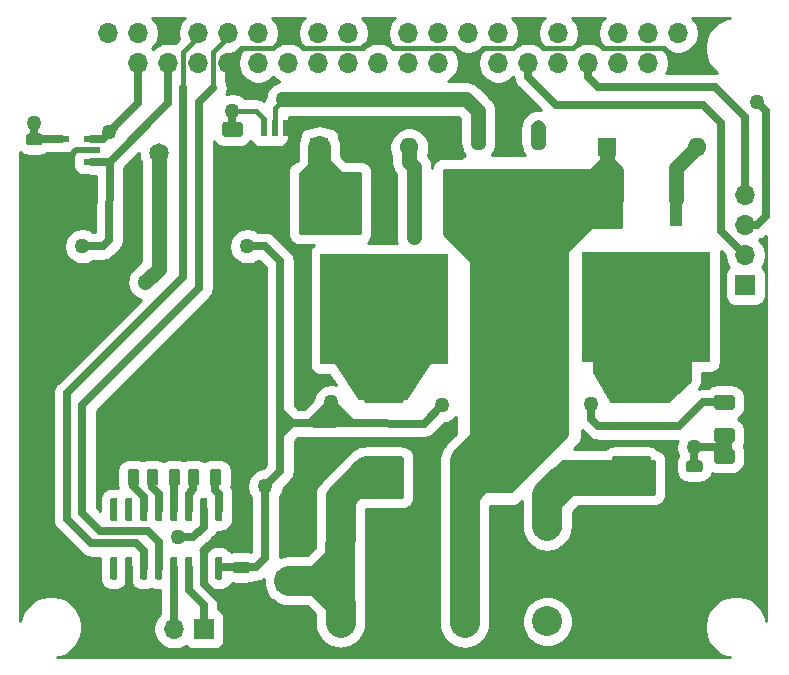
<source format=gbr>
G04 #@! TF.GenerationSoftware,KiCad,Pcbnew,(5.1.5)-3*
G04 #@! TF.CreationDate,2020-01-02T16:02:07+02:00*
G04 #@! TF.ProjectId,Morfeas_Rpi_Hat,4d6f7266-6561-4735-9f52-70695f486174,V1.0*
G04 #@! TF.SameCoordinates,Original*
G04 #@! TF.FileFunction,Copper,L1,Top*
G04 #@! TF.FilePolarity,Positive*
%FSLAX46Y46*%
G04 Gerber Fmt 4.6, Leading zero omitted, Abs format (unit mm)*
G04 Created by KiCad (PCBNEW (5.1.5)-3) date 2020-01-02 16:02:07*
%MOMM*%
%LPD*%
G04 APERTURE LIST*
G04 #@! TA.AperFunction,ComponentPad*
%ADD10C,1.650000*%
G04 #@! TD*
G04 #@! TA.AperFunction,ComponentPad*
%ADD11C,0.025400*%
G04 #@! TD*
G04 #@! TA.AperFunction,ComponentPad*
%ADD12O,1.700000X1.700000*%
G04 #@! TD*
G04 #@! TA.AperFunction,SMDPad,CuDef*
%ADD13R,0.558800X1.473200*%
G04 #@! TD*
G04 #@! TA.AperFunction,ComponentPad*
%ADD14C,2.540000*%
G04 #@! TD*
G04 #@! TA.AperFunction,ComponentPad*
%ADD15R,1.700000X1.700000*%
G04 #@! TD*
G04 #@! TA.AperFunction,SMDPad,CuDef*
%ADD16R,2.199640X1.600200*%
G04 #@! TD*
G04 #@! TA.AperFunction,SMDPad,CuDef*
%ADD17C,0.025400*%
G04 #@! TD*
G04 #@! TA.AperFunction,ComponentPad*
%ADD18R,1.600000X1.600000*%
G04 #@! TD*
G04 #@! TA.AperFunction,ComponentPad*
%ADD19O,1.600000X1.600000*%
G04 #@! TD*
G04 #@! TA.AperFunction,SMDPad,CuDef*
%ADD20R,1.320800X0.558800*%
G04 #@! TD*
G04 #@! TA.AperFunction,SMDPad,CuDef*
%ADD21R,10.800000X9.400000*%
G04 #@! TD*
G04 #@! TA.AperFunction,SMDPad,CuDef*
%ADD22R,1.100000X4.600000*%
G04 #@! TD*
G04 #@! TA.AperFunction,ViaPad*
%ADD23C,1.270000*%
G04 #@! TD*
G04 #@! TA.AperFunction,Conductor*
%ADD24C,0.635000*%
G04 #@! TD*
G04 #@! TA.AperFunction,Conductor*
%ADD25C,0.406400*%
G04 #@! TD*
G04 #@! TA.AperFunction,Conductor*
%ADD26C,0.508000*%
G04 #@! TD*
G04 #@! TA.AperFunction,Conductor*
%ADD27C,1.270000*%
G04 #@! TD*
G04 #@! TA.AperFunction,Conductor*
%ADD28C,0.254000*%
G04 #@! TD*
G04 #@! TA.AperFunction,Conductor*
%ADD29C,2.540000*%
G04 #@! TD*
G04 #@! TA.AperFunction,Conductor*
%ADD30C,1.905000*%
G04 #@! TD*
G04 APERTURE END LIST*
D10*
G04 #@! TO.P,BT1,2*
G04 #@! TO.N,GND*
X134239000Y-95885000D03*
G04 #@! TO.P,BT1,1*
G04 #@! TO.N,Net-(BT1-Pad1)*
X134239000Y-75885000D03*
G04 #@! TD*
G04 #@! TA.AperFunction,ComponentPad*
D11*
G04 #@! TO.P,U2,3*
G04 #@! TO.N,+5V*
G36*
X161352242Y-73155058D02*
G01*
X161413883Y-73164201D01*
X161474332Y-73179343D01*
X161533005Y-73200336D01*
X161589338Y-73226980D01*
X161642788Y-73259017D01*
X161692841Y-73296138D01*
X161739014Y-73337987D01*
X161780863Y-73384160D01*
X161817984Y-73434213D01*
X161850021Y-73487663D01*
X161876665Y-73543996D01*
X161897658Y-73602669D01*
X161912800Y-73663118D01*
X161921943Y-73724759D01*
X161925001Y-73787000D01*
X161925001Y-75057000D01*
X161921943Y-75119241D01*
X161912800Y-75180882D01*
X161897658Y-75241331D01*
X161876665Y-75300004D01*
X161850021Y-75356337D01*
X161817984Y-75409787D01*
X161780863Y-75459840D01*
X161739014Y-75506013D01*
X161692841Y-75547862D01*
X161642788Y-75584983D01*
X161589338Y-75617020D01*
X161533005Y-75643664D01*
X161474332Y-75664657D01*
X161413883Y-75679799D01*
X161352242Y-75688942D01*
X161290001Y-75692000D01*
X161289999Y-75692000D01*
X161227758Y-75688942D01*
X161166117Y-75679799D01*
X161105668Y-75664657D01*
X161046995Y-75643664D01*
X160990662Y-75617020D01*
X160937212Y-75584983D01*
X160887159Y-75547862D01*
X160840986Y-75506013D01*
X160799137Y-75459840D01*
X160762016Y-75409787D01*
X160729979Y-75356337D01*
X160703335Y-75300004D01*
X160682342Y-75241331D01*
X160667200Y-75180882D01*
X160658057Y-75119241D01*
X160654999Y-75057000D01*
X160654999Y-73787000D01*
X160658057Y-73724759D01*
X160667200Y-73663118D01*
X160682342Y-73602669D01*
X160703335Y-73543996D01*
X160729979Y-73487663D01*
X160762016Y-73434213D01*
X160799137Y-73384160D01*
X160840986Y-73337987D01*
X160887159Y-73296138D01*
X160937212Y-73259017D01*
X160990662Y-73226980D01*
X161046995Y-73200336D01*
X161105668Y-73179343D01*
X161166117Y-73164201D01*
X161227758Y-73155058D01*
X161289999Y-73152000D01*
X161290001Y-73152000D01*
X161352242Y-73155058D01*
G37*
G04 #@! TD.AperFunction*
G04 #@! TA.AperFunction,ComponentPad*
G04 #@! TO.P,U2,2*
G04 #@! TO.N,GND*
G36*
X163892242Y-73155058D02*
G01*
X163953883Y-73164201D01*
X164014332Y-73179343D01*
X164073005Y-73200336D01*
X164129338Y-73226980D01*
X164182788Y-73259017D01*
X164232841Y-73296138D01*
X164279014Y-73337987D01*
X164320863Y-73384160D01*
X164357984Y-73434213D01*
X164390021Y-73487663D01*
X164416665Y-73543996D01*
X164437658Y-73602669D01*
X164452800Y-73663118D01*
X164461943Y-73724759D01*
X164465001Y-73787000D01*
X164465001Y-75057000D01*
X164461943Y-75119241D01*
X164452800Y-75180882D01*
X164437658Y-75241331D01*
X164416665Y-75300004D01*
X164390021Y-75356337D01*
X164357984Y-75409787D01*
X164320863Y-75459840D01*
X164279014Y-75506013D01*
X164232841Y-75547862D01*
X164182788Y-75584983D01*
X164129338Y-75617020D01*
X164073005Y-75643664D01*
X164014332Y-75664657D01*
X163953883Y-75679799D01*
X163892242Y-75688942D01*
X163830001Y-75692000D01*
X163829999Y-75692000D01*
X163767758Y-75688942D01*
X163706117Y-75679799D01*
X163645668Y-75664657D01*
X163586995Y-75643664D01*
X163530662Y-75617020D01*
X163477212Y-75584983D01*
X163427159Y-75547862D01*
X163380986Y-75506013D01*
X163339137Y-75459840D01*
X163302016Y-75409787D01*
X163269979Y-75356337D01*
X163243335Y-75300004D01*
X163222342Y-75241331D01*
X163207200Y-75180882D01*
X163198057Y-75119241D01*
X163194999Y-75057000D01*
X163194999Y-73787000D01*
X163198057Y-73724759D01*
X163207200Y-73663118D01*
X163222342Y-73602669D01*
X163243335Y-73543996D01*
X163269979Y-73487663D01*
X163302016Y-73434213D01*
X163339137Y-73384160D01*
X163380986Y-73337987D01*
X163427159Y-73296138D01*
X163477212Y-73259017D01*
X163530662Y-73226980D01*
X163586995Y-73200336D01*
X163645668Y-73179343D01*
X163706117Y-73164201D01*
X163767758Y-73155058D01*
X163829999Y-73152000D01*
X163830001Y-73152000D01*
X163892242Y-73155058D01*
G37*
G04 #@! TD.AperFunction*
G04 #@! TA.AperFunction,ComponentPad*
G04 #@! TO.P,U2,1*
G04 #@! TO.N,Net-(C2-Pad1)*
G36*
X166432242Y-73155058D02*
G01*
X166493883Y-73164201D01*
X166554332Y-73179343D01*
X166613005Y-73200336D01*
X166669338Y-73226980D01*
X166722788Y-73259017D01*
X166772841Y-73296138D01*
X166819014Y-73337987D01*
X166860863Y-73384160D01*
X166897984Y-73434213D01*
X166930021Y-73487663D01*
X166956665Y-73543996D01*
X166977658Y-73602669D01*
X166992800Y-73663118D01*
X167001943Y-73724759D01*
X167005001Y-73787000D01*
X167005001Y-75057000D01*
X167001943Y-75119241D01*
X166992800Y-75180882D01*
X166977658Y-75241331D01*
X166956665Y-75300004D01*
X166930021Y-75356337D01*
X166897984Y-75409787D01*
X166860863Y-75459840D01*
X166819014Y-75506013D01*
X166772841Y-75547862D01*
X166722788Y-75584983D01*
X166669338Y-75617020D01*
X166613005Y-75643664D01*
X166554332Y-75664657D01*
X166493883Y-75679799D01*
X166432242Y-75688942D01*
X166370001Y-75692000D01*
X166369999Y-75692000D01*
X166307758Y-75688942D01*
X166246117Y-75679799D01*
X166185668Y-75664657D01*
X166126995Y-75643664D01*
X166070662Y-75617020D01*
X166017212Y-75584983D01*
X165967159Y-75547862D01*
X165920986Y-75506013D01*
X165879137Y-75459840D01*
X165842016Y-75409787D01*
X165809979Y-75356337D01*
X165783335Y-75300004D01*
X165762342Y-75241331D01*
X165747200Y-75180882D01*
X165738057Y-75119241D01*
X165734999Y-75057000D01*
X165734999Y-73787000D01*
X165738057Y-73724759D01*
X165747200Y-73663118D01*
X165762342Y-73602669D01*
X165783335Y-73543996D01*
X165809979Y-73487663D01*
X165842016Y-73434213D01*
X165879137Y-73384160D01*
X165920986Y-73337987D01*
X165967159Y-73296138D01*
X166017212Y-73259017D01*
X166070662Y-73226980D01*
X166126995Y-73200336D01*
X166185668Y-73179343D01*
X166246117Y-73164201D01*
X166307758Y-73155058D01*
X166369999Y-73152000D01*
X166370001Y-73152000D01*
X166432242Y-73155058D01*
G37*
G04 #@! TD.AperFunction*
G04 #@! TD*
D12*
G04 #@! TO.P,J2,2*
G04 #@! TO.N,+5V*
X129964000Y-65770000D03*
G04 #@! TO.P,J2,3*
G04 #@! TO.N,SDA*
X132504000Y-68310000D03*
G04 #@! TO.P,J2,4*
G04 #@! TO.N,+5V*
X132504000Y-65770000D03*
G04 #@! TO.P,J2,5*
G04 #@! TO.N,SCL*
X135044000Y-68310000D03*
G04 #@! TO.P,J2,6*
G04 #@! TO.N,GND*
X135044000Y-65770000D03*
G04 #@! TO.P,J2,7*
G04 #@! TO.N,N/C*
X137584000Y-68310000D03*
G04 #@! TO.P,J2,8*
G04 #@! TO.N,TXD*
X137584000Y-65770000D03*
G04 #@! TO.P,J2,9*
G04 #@! TO.N,GND*
X140124000Y-68310000D03*
G04 #@! TO.P,J2,10*
G04 #@! TO.N,RXD*
X140124000Y-65770000D03*
G04 #@! TO.P,J2,11*
G04 #@! TO.N,N/C*
X142664000Y-68310000D03*
G04 #@! TO.P,J2,12*
X142664000Y-65770000D03*
G04 #@! TO.P,J2,13*
X145204000Y-68310000D03*
G04 #@! TO.P,J2,14*
G04 #@! TO.N,GND*
X145204000Y-65770000D03*
G04 #@! TO.P,J2,15*
G04 #@! TO.N,N/C*
X147744000Y-68310000D03*
G04 #@! TO.P,J2,16*
X147744000Y-65770000D03*
G04 #@! TO.P,J2,17*
X150284000Y-68310000D03*
G04 #@! TO.P,J2,18*
X150284000Y-65770000D03*
G04 #@! TO.P,J2,19*
X152824000Y-68310000D03*
G04 #@! TO.P,J2,20*
G04 #@! TO.N,GND*
X152824000Y-65770000D03*
G04 #@! TO.P,J2,21*
G04 #@! TO.N,N/C*
X155364000Y-68310000D03*
G04 #@! TO.P,J2,22*
X155364000Y-65770000D03*
G04 #@! TO.P,J2,23*
X157904000Y-68310000D03*
G04 #@! TO.P,J2,24*
X157904000Y-65770000D03*
G04 #@! TO.P,J2,25*
G04 #@! TO.N,GND*
X160444000Y-68310000D03*
G04 #@! TO.P,J2,26*
G04 #@! TO.N,N/C*
X160444000Y-65770000D03*
G04 #@! TO.P,J2,27*
X162984000Y-68310000D03*
G04 #@! TO.P,J2,28*
X162984000Y-65770000D03*
G04 #@! TO.P,J2,29*
G04 #@! TO.N,R*
X165524000Y-68310000D03*
G04 #@! TO.P,J2,30*
G04 #@! TO.N,GND*
X165524000Y-65770000D03*
G04 #@! TO.P,J2,31*
G04 #@! TO.N,G*
X168064000Y-68310000D03*
G04 #@! TO.P,J2,32*
G04 #@! TO.N,N/C*
X168064000Y-65770000D03*
G04 #@! TO.P,J2,33*
G04 #@! TO.N,B*
X170604000Y-68310000D03*
G04 #@! TO.P,J2,34*
G04 #@! TO.N,GND*
X170604000Y-65770000D03*
G04 #@! TO.P,J2,35*
G04 #@! TO.N,N/C*
X173144000Y-68310000D03*
G04 #@! TO.P,J2,36*
X173144000Y-65770000D03*
G04 #@! TO.P,J2,37*
X175684000Y-68310000D03*
G04 #@! TO.P,J2,38*
X175684000Y-65770000D03*
G04 #@! TO.P,J2,39*
G04 #@! TO.N,GND*
X178224000Y-68310000D03*
G04 #@! TO.P,J2,40*
G04 #@! TO.N,N/C*
X178224000Y-65770000D03*
G04 #@! TD*
D13*
G04 #@! TO.P,U3,1*
G04 #@! TO.N,GND*
X145034000Y-73812400D03*
G04 #@! TO.P,U3,2*
G04 #@! TO.N,+5V*
X144083999Y-73812400D03*
G04 #@! TO.P,U3,3*
G04 #@! TO.N,+3V3*
X143133998Y-73812400D03*
G04 #@! TO.P,U3,1*
G04 #@! TO.N,GND*
X143133998Y-76047600D03*
X145034000Y-76047600D03*
G04 #@! TD*
D14*
G04 #@! TO.P,J1,8*
G04 #@! TO.N,GND*
X174124000Y-115570000D03*
G04 #@! TO.P,J1,7*
X170624000Y-115570000D03*
G04 #@! TO.P,J1,6*
G04 #@! TO.N,/CAN0_P+*
X167124000Y-115570000D03*
G04 #@! TO.P,J1,5*
G04 #@! TO.N,GND*
X163624000Y-115570000D03*
G04 #@! TO.P,J1,4*
G04 #@! TO.N,+24V*
X160124000Y-115570000D03*
G04 #@! TO.P,J1,3*
G04 #@! TO.N,GND*
X156624000Y-115570000D03*
G04 #@! TO.P,J1,2*
X153124000Y-115570000D03*
G04 #@! TO.P,J1,1*
G04 #@! TO.N,/CAN1_P+*
X149624000Y-115570000D03*
G04 #@! TA.AperFunction,ComponentPad*
D11*
G36*
X149748483Y-106106114D02*
G01*
X149871766Y-106124402D01*
X149992663Y-106154685D01*
X150110009Y-106196672D01*
X150222675Y-106249959D01*
X150329575Y-106314033D01*
X150429680Y-106388276D01*
X150522027Y-106471973D01*
X150605724Y-106564320D01*
X150679967Y-106664425D01*
X150744041Y-106771325D01*
X150797328Y-106883991D01*
X150839315Y-107001337D01*
X150869598Y-107122234D01*
X150887886Y-107245517D01*
X150894001Y-107369999D01*
X150894001Y-107370001D01*
X150887886Y-107494483D01*
X150869598Y-107617766D01*
X150839315Y-107738663D01*
X150797328Y-107856009D01*
X150744041Y-107968675D01*
X150679967Y-108075575D01*
X150605724Y-108175680D01*
X150522027Y-108268027D01*
X150429680Y-108351724D01*
X150329575Y-108425967D01*
X150222675Y-108490041D01*
X150110009Y-108543328D01*
X149992663Y-108585315D01*
X149871766Y-108615598D01*
X149748483Y-108633886D01*
X149624001Y-108640001D01*
X149623999Y-108640001D01*
X149499517Y-108633886D01*
X149376234Y-108615598D01*
X149255337Y-108585315D01*
X149137991Y-108543328D01*
X149025325Y-108490041D01*
X148918425Y-108425967D01*
X148818320Y-108351724D01*
X148725973Y-108268027D01*
X148642276Y-108175680D01*
X148568033Y-108075575D01*
X148503959Y-107968675D01*
X148450672Y-107856009D01*
X148408685Y-107738663D01*
X148378402Y-107617766D01*
X148360114Y-107494483D01*
X148353999Y-107370001D01*
X148353999Y-107369999D01*
X148360114Y-107245517D01*
X148378402Y-107122234D01*
X148408685Y-107001337D01*
X148450672Y-106883991D01*
X148503959Y-106771325D01*
X148568033Y-106664425D01*
X148642276Y-106564320D01*
X148725973Y-106471973D01*
X148818320Y-106388276D01*
X148918425Y-106314033D01*
X149025325Y-106249959D01*
X149137991Y-106196672D01*
X149255337Y-106154685D01*
X149376234Y-106124402D01*
X149499517Y-106106114D01*
X149623999Y-106099999D01*
X149624001Y-106099999D01*
X149748483Y-106106114D01*
G37*
G04 #@! TD.AperFunction*
G04 #@! TA.AperFunction,ComponentPad*
G04 #@! TO.P,J1,2*
G04 #@! TO.N,GND*
G36*
X153248483Y-106106114D02*
G01*
X153371766Y-106124402D01*
X153492663Y-106154685D01*
X153610009Y-106196672D01*
X153722675Y-106249959D01*
X153829575Y-106314033D01*
X153929680Y-106388276D01*
X154022027Y-106471973D01*
X154105724Y-106564320D01*
X154179967Y-106664425D01*
X154244041Y-106771325D01*
X154297328Y-106883991D01*
X154339315Y-107001337D01*
X154369598Y-107122234D01*
X154387886Y-107245517D01*
X154394001Y-107369999D01*
X154394001Y-107370001D01*
X154387886Y-107494483D01*
X154369598Y-107617766D01*
X154339315Y-107738663D01*
X154297328Y-107856009D01*
X154244041Y-107968675D01*
X154179967Y-108075575D01*
X154105724Y-108175680D01*
X154022027Y-108268027D01*
X153929680Y-108351724D01*
X153829575Y-108425967D01*
X153722675Y-108490041D01*
X153610009Y-108543328D01*
X153492663Y-108585315D01*
X153371766Y-108615598D01*
X153248483Y-108633886D01*
X153124001Y-108640001D01*
X153123999Y-108640001D01*
X152999517Y-108633886D01*
X152876234Y-108615598D01*
X152755337Y-108585315D01*
X152637991Y-108543328D01*
X152525325Y-108490041D01*
X152418425Y-108425967D01*
X152318320Y-108351724D01*
X152225973Y-108268027D01*
X152142276Y-108175680D01*
X152068033Y-108075575D01*
X152003959Y-107968675D01*
X151950672Y-107856009D01*
X151908685Y-107738663D01*
X151878402Y-107617766D01*
X151860114Y-107494483D01*
X151853999Y-107370001D01*
X151853999Y-107369999D01*
X151860114Y-107245517D01*
X151878402Y-107122234D01*
X151908685Y-107001337D01*
X151950672Y-106883991D01*
X152003959Y-106771325D01*
X152068033Y-106664425D01*
X152142276Y-106564320D01*
X152225973Y-106471973D01*
X152318320Y-106388276D01*
X152418425Y-106314033D01*
X152525325Y-106249959D01*
X152637991Y-106196672D01*
X152755337Y-106154685D01*
X152876234Y-106124402D01*
X152999517Y-106106114D01*
X153123999Y-106099999D01*
X153124001Y-106099999D01*
X153248483Y-106106114D01*
G37*
G04 #@! TD.AperFunction*
G04 #@! TA.AperFunction,ComponentPad*
G04 #@! TO.P,J1,3*
G36*
X156748483Y-106106114D02*
G01*
X156871766Y-106124402D01*
X156992663Y-106154685D01*
X157110009Y-106196672D01*
X157222675Y-106249959D01*
X157329575Y-106314033D01*
X157429680Y-106388276D01*
X157522027Y-106471973D01*
X157605724Y-106564320D01*
X157679967Y-106664425D01*
X157744041Y-106771325D01*
X157797328Y-106883991D01*
X157839315Y-107001337D01*
X157869598Y-107122234D01*
X157887886Y-107245517D01*
X157894001Y-107369999D01*
X157894001Y-107370001D01*
X157887886Y-107494483D01*
X157869598Y-107617766D01*
X157839315Y-107738663D01*
X157797328Y-107856009D01*
X157744041Y-107968675D01*
X157679967Y-108075575D01*
X157605724Y-108175680D01*
X157522027Y-108268027D01*
X157429680Y-108351724D01*
X157329575Y-108425967D01*
X157222675Y-108490041D01*
X157110009Y-108543328D01*
X156992663Y-108585315D01*
X156871766Y-108615598D01*
X156748483Y-108633886D01*
X156624001Y-108640001D01*
X156623999Y-108640001D01*
X156499517Y-108633886D01*
X156376234Y-108615598D01*
X156255337Y-108585315D01*
X156137991Y-108543328D01*
X156025325Y-108490041D01*
X155918425Y-108425967D01*
X155818320Y-108351724D01*
X155725973Y-108268027D01*
X155642276Y-108175680D01*
X155568033Y-108075575D01*
X155503959Y-107968675D01*
X155450672Y-107856009D01*
X155408685Y-107738663D01*
X155378402Y-107617766D01*
X155360114Y-107494483D01*
X155353999Y-107370001D01*
X155353999Y-107369999D01*
X155360114Y-107245517D01*
X155378402Y-107122234D01*
X155408685Y-107001337D01*
X155450672Y-106883991D01*
X155503959Y-106771325D01*
X155568033Y-106664425D01*
X155642276Y-106564320D01*
X155725973Y-106471973D01*
X155818320Y-106388276D01*
X155918425Y-106314033D01*
X156025325Y-106249959D01*
X156137991Y-106196672D01*
X156255337Y-106154685D01*
X156376234Y-106124402D01*
X156499517Y-106106114D01*
X156623999Y-106099999D01*
X156624001Y-106099999D01*
X156748483Y-106106114D01*
G37*
G04 #@! TD.AperFunction*
G04 #@! TA.AperFunction,ComponentPad*
G04 #@! TO.P,J1,4*
G04 #@! TO.N,+24V*
G36*
X160248483Y-106106114D02*
G01*
X160371766Y-106124402D01*
X160492663Y-106154685D01*
X160610009Y-106196672D01*
X160722675Y-106249959D01*
X160829575Y-106314033D01*
X160929680Y-106388276D01*
X161022027Y-106471973D01*
X161105724Y-106564320D01*
X161179967Y-106664425D01*
X161244041Y-106771325D01*
X161297328Y-106883991D01*
X161339315Y-107001337D01*
X161369598Y-107122234D01*
X161387886Y-107245517D01*
X161394001Y-107369999D01*
X161394001Y-107370001D01*
X161387886Y-107494483D01*
X161369598Y-107617766D01*
X161339315Y-107738663D01*
X161297328Y-107856009D01*
X161244041Y-107968675D01*
X161179967Y-108075575D01*
X161105724Y-108175680D01*
X161022027Y-108268027D01*
X160929680Y-108351724D01*
X160829575Y-108425967D01*
X160722675Y-108490041D01*
X160610009Y-108543328D01*
X160492663Y-108585315D01*
X160371766Y-108615598D01*
X160248483Y-108633886D01*
X160124001Y-108640001D01*
X160123999Y-108640001D01*
X159999517Y-108633886D01*
X159876234Y-108615598D01*
X159755337Y-108585315D01*
X159637991Y-108543328D01*
X159525325Y-108490041D01*
X159418425Y-108425967D01*
X159318320Y-108351724D01*
X159225973Y-108268027D01*
X159142276Y-108175680D01*
X159068033Y-108075575D01*
X159003959Y-107968675D01*
X158950672Y-107856009D01*
X158908685Y-107738663D01*
X158878402Y-107617766D01*
X158860114Y-107494483D01*
X158853999Y-107370001D01*
X158853999Y-107369999D01*
X158860114Y-107245517D01*
X158878402Y-107122234D01*
X158908685Y-107001337D01*
X158950672Y-106883991D01*
X159003959Y-106771325D01*
X159068033Y-106664425D01*
X159142276Y-106564320D01*
X159225973Y-106471973D01*
X159318320Y-106388276D01*
X159418425Y-106314033D01*
X159525325Y-106249959D01*
X159637991Y-106196672D01*
X159755337Y-106154685D01*
X159876234Y-106124402D01*
X159999517Y-106106114D01*
X160123999Y-106099999D01*
X160124001Y-106099999D01*
X160248483Y-106106114D01*
G37*
G04 #@! TD.AperFunction*
G04 #@! TA.AperFunction,ComponentPad*
G04 #@! TO.P,J1,5*
G04 #@! TO.N,GND*
G36*
X163748483Y-106106114D02*
G01*
X163871766Y-106124402D01*
X163992663Y-106154685D01*
X164110009Y-106196672D01*
X164222675Y-106249959D01*
X164329575Y-106314033D01*
X164429680Y-106388276D01*
X164522027Y-106471973D01*
X164605724Y-106564320D01*
X164679967Y-106664425D01*
X164744041Y-106771325D01*
X164797328Y-106883991D01*
X164839315Y-107001337D01*
X164869598Y-107122234D01*
X164887886Y-107245517D01*
X164894001Y-107369999D01*
X164894001Y-107370001D01*
X164887886Y-107494483D01*
X164869598Y-107617766D01*
X164839315Y-107738663D01*
X164797328Y-107856009D01*
X164744041Y-107968675D01*
X164679967Y-108075575D01*
X164605724Y-108175680D01*
X164522027Y-108268027D01*
X164429680Y-108351724D01*
X164329575Y-108425967D01*
X164222675Y-108490041D01*
X164110009Y-108543328D01*
X163992663Y-108585315D01*
X163871766Y-108615598D01*
X163748483Y-108633886D01*
X163624001Y-108640001D01*
X163623999Y-108640001D01*
X163499517Y-108633886D01*
X163376234Y-108615598D01*
X163255337Y-108585315D01*
X163137991Y-108543328D01*
X163025325Y-108490041D01*
X162918425Y-108425967D01*
X162818320Y-108351724D01*
X162725973Y-108268027D01*
X162642276Y-108175680D01*
X162568033Y-108075575D01*
X162503959Y-107968675D01*
X162450672Y-107856009D01*
X162408685Y-107738663D01*
X162378402Y-107617766D01*
X162360114Y-107494483D01*
X162353999Y-107370001D01*
X162353999Y-107369999D01*
X162360114Y-107245517D01*
X162378402Y-107122234D01*
X162408685Y-107001337D01*
X162450672Y-106883991D01*
X162503959Y-106771325D01*
X162568033Y-106664425D01*
X162642276Y-106564320D01*
X162725973Y-106471973D01*
X162818320Y-106388276D01*
X162918425Y-106314033D01*
X163025325Y-106249959D01*
X163137991Y-106196672D01*
X163255337Y-106154685D01*
X163376234Y-106124402D01*
X163499517Y-106106114D01*
X163623999Y-106099999D01*
X163624001Y-106099999D01*
X163748483Y-106106114D01*
G37*
G04 #@! TD.AperFunction*
G04 #@! TA.AperFunction,ComponentPad*
G04 #@! TO.P,J1,6*
G04 #@! TO.N,/CAN0_P+*
G36*
X167248483Y-106106114D02*
G01*
X167371766Y-106124402D01*
X167492663Y-106154685D01*
X167610009Y-106196672D01*
X167722675Y-106249959D01*
X167829575Y-106314033D01*
X167929680Y-106388276D01*
X168022027Y-106471973D01*
X168105724Y-106564320D01*
X168179967Y-106664425D01*
X168244041Y-106771325D01*
X168297328Y-106883991D01*
X168339315Y-107001337D01*
X168369598Y-107122234D01*
X168387886Y-107245517D01*
X168394001Y-107369999D01*
X168394001Y-107370001D01*
X168387886Y-107494483D01*
X168369598Y-107617766D01*
X168339315Y-107738663D01*
X168297328Y-107856009D01*
X168244041Y-107968675D01*
X168179967Y-108075575D01*
X168105724Y-108175680D01*
X168022027Y-108268027D01*
X167929680Y-108351724D01*
X167829575Y-108425967D01*
X167722675Y-108490041D01*
X167610009Y-108543328D01*
X167492663Y-108585315D01*
X167371766Y-108615598D01*
X167248483Y-108633886D01*
X167124001Y-108640001D01*
X167123999Y-108640001D01*
X166999517Y-108633886D01*
X166876234Y-108615598D01*
X166755337Y-108585315D01*
X166637991Y-108543328D01*
X166525325Y-108490041D01*
X166418425Y-108425967D01*
X166318320Y-108351724D01*
X166225973Y-108268027D01*
X166142276Y-108175680D01*
X166068033Y-108075575D01*
X166003959Y-107968675D01*
X165950672Y-107856009D01*
X165908685Y-107738663D01*
X165878402Y-107617766D01*
X165860114Y-107494483D01*
X165853999Y-107370001D01*
X165853999Y-107369999D01*
X165860114Y-107245517D01*
X165878402Y-107122234D01*
X165908685Y-107001337D01*
X165950672Y-106883991D01*
X166003959Y-106771325D01*
X166068033Y-106664425D01*
X166142276Y-106564320D01*
X166225973Y-106471973D01*
X166318320Y-106388276D01*
X166418425Y-106314033D01*
X166525325Y-106249959D01*
X166637991Y-106196672D01*
X166755337Y-106154685D01*
X166876234Y-106124402D01*
X166999517Y-106106114D01*
X167123999Y-106099999D01*
X167124001Y-106099999D01*
X167248483Y-106106114D01*
G37*
G04 #@! TD.AperFunction*
G04 #@! TA.AperFunction,ComponentPad*
G04 #@! TO.P,J1,7*
G04 #@! TO.N,GND*
G36*
X170748483Y-106106114D02*
G01*
X170871766Y-106124402D01*
X170992663Y-106154685D01*
X171110009Y-106196672D01*
X171222675Y-106249959D01*
X171329575Y-106314033D01*
X171429680Y-106388276D01*
X171522027Y-106471973D01*
X171605724Y-106564320D01*
X171679967Y-106664425D01*
X171744041Y-106771325D01*
X171797328Y-106883991D01*
X171839315Y-107001337D01*
X171869598Y-107122234D01*
X171887886Y-107245517D01*
X171894001Y-107369999D01*
X171894001Y-107370001D01*
X171887886Y-107494483D01*
X171869598Y-107617766D01*
X171839315Y-107738663D01*
X171797328Y-107856009D01*
X171744041Y-107968675D01*
X171679967Y-108075575D01*
X171605724Y-108175680D01*
X171522027Y-108268027D01*
X171429680Y-108351724D01*
X171329575Y-108425967D01*
X171222675Y-108490041D01*
X171110009Y-108543328D01*
X170992663Y-108585315D01*
X170871766Y-108615598D01*
X170748483Y-108633886D01*
X170624001Y-108640001D01*
X170623999Y-108640001D01*
X170499517Y-108633886D01*
X170376234Y-108615598D01*
X170255337Y-108585315D01*
X170137991Y-108543328D01*
X170025325Y-108490041D01*
X169918425Y-108425967D01*
X169818320Y-108351724D01*
X169725973Y-108268027D01*
X169642276Y-108175680D01*
X169568033Y-108075575D01*
X169503959Y-107968675D01*
X169450672Y-107856009D01*
X169408685Y-107738663D01*
X169378402Y-107617766D01*
X169360114Y-107494483D01*
X169353999Y-107370001D01*
X169353999Y-107369999D01*
X169360114Y-107245517D01*
X169378402Y-107122234D01*
X169408685Y-107001337D01*
X169450672Y-106883991D01*
X169503959Y-106771325D01*
X169568033Y-106664425D01*
X169642276Y-106564320D01*
X169725973Y-106471973D01*
X169818320Y-106388276D01*
X169918425Y-106314033D01*
X170025325Y-106249959D01*
X170137991Y-106196672D01*
X170255337Y-106154685D01*
X170376234Y-106124402D01*
X170499517Y-106106114D01*
X170623999Y-106099999D01*
X170624001Y-106099999D01*
X170748483Y-106106114D01*
G37*
G04 #@! TD.AperFunction*
G04 #@! TA.AperFunction,ComponentPad*
G04 #@! TO.P,J1,8*
G36*
X174248483Y-106106114D02*
G01*
X174371766Y-106124402D01*
X174492663Y-106154685D01*
X174610009Y-106196672D01*
X174722675Y-106249959D01*
X174829575Y-106314033D01*
X174929680Y-106388276D01*
X175022027Y-106471973D01*
X175105724Y-106564320D01*
X175179967Y-106664425D01*
X175244041Y-106771325D01*
X175297328Y-106883991D01*
X175339315Y-107001337D01*
X175369598Y-107122234D01*
X175387886Y-107245517D01*
X175394001Y-107369999D01*
X175394001Y-107370001D01*
X175387886Y-107494483D01*
X175369598Y-107617766D01*
X175339315Y-107738663D01*
X175297328Y-107856009D01*
X175244041Y-107968675D01*
X175179967Y-108075575D01*
X175105724Y-108175680D01*
X175022027Y-108268027D01*
X174929680Y-108351724D01*
X174829575Y-108425967D01*
X174722675Y-108490041D01*
X174610009Y-108543328D01*
X174492663Y-108585315D01*
X174371766Y-108615598D01*
X174248483Y-108633886D01*
X174124001Y-108640001D01*
X174123999Y-108640001D01*
X173999517Y-108633886D01*
X173876234Y-108615598D01*
X173755337Y-108585315D01*
X173637991Y-108543328D01*
X173525325Y-108490041D01*
X173418425Y-108425967D01*
X173318320Y-108351724D01*
X173225973Y-108268027D01*
X173142276Y-108175680D01*
X173068033Y-108075575D01*
X173003959Y-107968675D01*
X172950672Y-107856009D01*
X172908685Y-107738663D01*
X172878402Y-107617766D01*
X172860114Y-107494483D01*
X172853999Y-107370001D01*
X172853999Y-107369999D01*
X172860114Y-107245517D01*
X172878402Y-107122234D01*
X172908685Y-107001337D01*
X172950672Y-106883991D01*
X173003959Y-106771325D01*
X173068033Y-106664425D01*
X173142276Y-106564320D01*
X173225973Y-106471973D01*
X173318320Y-106388276D01*
X173418425Y-106314033D01*
X173525325Y-106249959D01*
X173637991Y-106196672D01*
X173755337Y-106154685D01*
X173876234Y-106124402D01*
X173999517Y-106106114D01*
X174123999Y-106099999D01*
X174124001Y-106099999D01*
X174248483Y-106106114D01*
G37*
G04 #@! TD.AperFunction*
G04 #@! TD*
D12*
G04 #@! TO.P,J5,3*
G04 #@! TO.N,GND*
X132969000Y-116205000D03*
G04 #@! TO.P,J5,2*
G04 #@! TO.N,Net-(J5-Pad2)*
X135509000Y-116205000D03*
D15*
G04 #@! TO.P,J5,1*
G04 #@! TO.N,Net-(J5-Pad1)*
X138049000Y-116205000D03*
G04 #@! TD*
D16*
G04 #@! TO.P,D6,1*
G04 #@! TO.N,/CAN1_P+*
X145288000Y-112146080D03*
G04 #@! TO.P,D6,2*
G04 #@! TO.N,GND*
X145288000Y-115945920D03*
G04 #@! TD*
G04 #@! TA.AperFunction,SMDPad,CuDef*
D17*
G04 #@! TO.P,U4,16*
G04 #@! TO.N,+3V3*
G36*
X139483703Y-110085722D02*
G01*
X139498264Y-110087882D01*
X139512543Y-110091459D01*
X139526403Y-110096418D01*
X139539710Y-110102712D01*
X139552336Y-110110280D01*
X139564159Y-110119048D01*
X139575066Y-110128934D01*
X139584952Y-110139841D01*
X139593720Y-110151664D01*
X139601288Y-110164290D01*
X139607582Y-110177597D01*
X139612541Y-110191457D01*
X139616118Y-110205736D01*
X139618278Y-110220297D01*
X139619000Y-110235000D01*
X139619000Y-111885000D01*
X139618278Y-111899703D01*
X139616118Y-111914264D01*
X139612541Y-111928543D01*
X139607582Y-111942403D01*
X139601288Y-111955710D01*
X139593720Y-111968336D01*
X139584952Y-111980159D01*
X139575066Y-111991066D01*
X139564159Y-112000952D01*
X139552336Y-112009720D01*
X139539710Y-112017288D01*
X139526403Y-112023582D01*
X139512543Y-112028541D01*
X139498264Y-112032118D01*
X139483703Y-112034278D01*
X139469000Y-112035000D01*
X139169000Y-112035000D01*
X139154297Y-112034278D01*
X139139736Y-112032118D01*
X139125457Y-112028541D01*
X139111597Y-112023582D01*
X139098290Y-112017288D01*
X139085664Y-112009720D01*
X139073841Y-112000952D01*
X139062934Y-111991066D01*
X139053048Y-111980159D01*
X139044280Y-111968336D01*
X139036712Y-111955710D01*
X139030418Y-111942403D01*
X139025459Y-111928543D01*
X139021882Y-111914264D01*
X139019722Y-111899703D01*
X139019000Y-111885000D01*
X139019000Y-110235000D01*
X139019722Y-110220297D01*
X139021882Y-110205736D01*
X139025459Y-110191457D01*
X139030418Y-110177597D01*
X139036712Y-110164290D01*
X139044280Y-110151664D01*
X139053048Y-110139841D01*
X139062934Y-110128934D01*
X139073841Y-110119048D01*
X139085664Y-110110280D01*
X139098290Y-110102712D01*
X139111597Y-110096418D01*
X139125457Y-110091459D01*
X139139736Y-110087882D01*
X139154297Y-110085722D01*
X139169000Y-110085000D01*
X139469000Y-110085000D01*
X139483703Y-110085722D01*
G37*
G04 #@! TD.AperFunction*
G04 #@! TA.AperFunction,SMDPad,CuDef*
G04 #@! TO.P,U4,15*
G04 #@! TO.N,GND*
G36*
X138213703Y-110085722D02*
G01*
X138228264Y-110087882D01*
X138242543Y-110091459D01*
X138256403Y-110096418D01*
X138269710Y-110102712D01*
X138282336Y-110110280D01*
X138294159Y-110119048D01*
X138305066Y-110128934D01*
X138314952Y-110139841D01*
X138323720Y-110151664D01*
X138331288Y-110164290D01*
X138337582Y-110177597D01*
X138342541Y-110191457D01*
X138346118Y-110205736D01*
X138348278Y-110220297D01*
X138349000Y-110235000D01*
X138349000Y-111885000D01*
X138348278Y-111899703D01*
X138346118Y-111914264D01*
X138342541Y-111928543D01*
X138337582Y-111942403D01*
X138331288Y-111955710D01*
X138323720Y-111968336D01*
X138314952Y-111980159D01*
X138305066Y-111991066D01*
X138294159Y-112000952D01*
X138282336Y-112009720D01*
X138269710Y-112017288D01*
X138256403Y-112023582D01*
X138242543Y-112028541D01*
X138228264Y-112032118D01*
X138213703Y-112034278D01*
X138199000Y-112035000D01*
X137899000Y-112035000D01*
X137884297Y-112034278D01*
X137869736Y-112032118D01*
X137855457Y-112028541D01*
X137841597Y-112023582D01*
X137828290Y-112017288D01*
X137815664Y-112009720D01*
X137803841Y-112000952D01*
X137792934Y-111991066D01*
X137783048Y-111980159D01*
X137774280Y-111968336D01*
X137766712Y-111955710D01*
X137760418Y-111942403D01*
X137755459Y-111928543D01*
X137751882Y-111914264D01*
X137749722Y-111899703D01*
X137749000Y-111885000D01*
X137749000Y-110235000D01*
X137749722Y-110220297D01*
X137751882Y-110205736D01*
X137755459Y-110191457D01*
X137760418Y-110177597D01*
X137766712Y-110164290D01*
X137774280Y-110151664D01*
X137783048Y-110139841D01*
X137792934Y-110128934D01*
X137803841Y-110119048D01*
X137815664Y-110110280D01*
X137828290Y-110102712D01*
X137841597Y-110096418D01*
X137855457Y-110091459D01*
X137869736Y-110087882D01*
X137884297Y-110085722D01*
X137899000Y-110085000D01*
X138199000Y-110085000D01*
X138213703Y-110085722D01*
G37*
G04 #@! TD.AperFunction*
G04 #@! TA.AperFunction,SMDPad,CuDef*
G04 #@! TO.P,U4,14*
G04 #@! TO.N,Net-(J5-Pad1)*
G36*
X136943703Y-110085722D02*
G01*
X136958264Y-110087882D01*
X136972543Y-110091459D01*
X136986403Y-110096418D01*
X136999710Y-110102712D01*
X137012336Y-110110280D01*
X137024159Y-110119048D01*
X137035066Y-110128934D01*
X137044952Y-110139841D01*
X137053720Y-110151664D01*
X137061288Y-110164290D01*
X137067582Y-110177597D01*
X137072541Y-110191457D01*
X137076118Y-110205736D01*
X137078278Y-110220297D01*
X137079000Y-110235000D01*
X137079000Y-111885000D01*
X137078278Y-111899703D01*
X137076118Y-111914264D01*
X137072541Y-111928543D01*
X137067582Y-111942403D01*
X137061288Y-111955710D01*
X137053720Y-111968336D01*
X137044952Y-111980159D01*
X137035066Y-111991066D01*
X137024159Y-112000952D01*
X137012336Y-112009720D01*
X136999710Y-112017288D01*
X136986403Y-112023582D01*
X136972543Y-112028541D01*
X136958264Y-112032118D01*
X136943703Y-112034278D01*
X136929000Y-112035000D01*
X136629000Y-112035000D01*
X136614297Y-112034278D01*
X136599736Y-112032118D01*
X136585457Y-112028541D01*
X136571597Y-112023582D01*
X136558290Y-112017288D01*
X136545664Y-112009720D01*
X136533841Y-112000952D01*
X136522934Y-111991066D01*
X136513048Y-111980159D01*
X136504280Y-111968336D01*
X136496712Y-111955710D01*
X136490418Y-111942403D01*
X136485459Y-111928543D01*
X136481882Y-111914264D01*
X136479722Y-111899703D01*
X136479000Y-111885000D01*
X136479000Y-110235000D01*
X136479722Y-110220297D01*
X136481882Y-110205736D01*
X136485459Y-110191457D01*
X136490418Y-110177597D01*
X136496712Y-110164290D01*
X136504280Y-110151664D01*
X136513048Y-110139841D01*
X136522934Y-110128934D01*
X136533841Y-110119048D01*
X136545664Y-110110280D01*
X136558290Y-110102712D01*
X136571597Y-110096418D01*
X136585457Y-110091459D01*
X136599736Y-110087882D01*
X136614297Y-110085722D01*
X136629000Y-110085000D01*
X136929000Y-110085000D01*
X136943703Y-110085722D01*
G37*
G04 #@! TD.AperFunction*
G04 #@! TA.AperFunction,SMDPad,CuDef*
G04 #@! TO.P,U4,13*
G04 #@! TO.N,Net-(J5-Pad2)*
G36*
X135673703Y-110085722D02*
G01*
X135688264Y-110087882D01*
X135702543Y-110091459D01*
X135716403Y-110096418D01*
X135729710Y-110102712D01*
X135742336Y-110110280D01*
X135754159Y-110119048D01*
X135765066Y-110128934D01*
X135774952Y-110139841D01*
X135783720Y-110151664D01*
X135791288Y-110164290D01*
X135797582Y-110177597D01*
X135802541Y-110191457D01*
X135806118Y-110205736D01*
X135808278Y-110220297D01*
X135809000Y-110235000D01*
X135809000Y-111885000D01*
X135808278Y-111899703D01*
X135806118Y-111914264D01*
X135802541Y-111928543D01*
X135797582Y-111942403D01*
X135791288Y-111955710D01*
X135783720Y-111968336D01*
X135774952Y-111980159D01*
X135765066Y-111991066D01*
X135754159Y-112000952D01*
X135742336Y-112009720D01*
X135729710Y-112017288D01*
X135716403Y-112023582D01*
X135702543Y-112028541D01*
X135688264Y-112032118D01*
X135673703Y-112034278D01*
X135659000Y-112035000D01*
X135359000Y-112035000D01*
X135344297Y-112034278D01*
X135329736Y-112032118D01*
X135315457Y-112028541D01*
X135301597Y-112023582D01*
X135288290Y-112017288D01*
X135275664Y-112009720D01*
X135263841Y-112000952D01*
X135252934Y-111991066D01*
X135243048Y-111980159D01*
X135234280Y-111968336D01*
X135226712Y-111955710D01*
X135220418Y-111942403D01*
X135215459Y-111928543D01*
X135211882Y-111914264D01*
X135209722Y-111899703D01*
X135209000Y-111885000D01*
X135209000Y-110235000D01*
X135209722Y-110220297D01*
X135211882Y-110205736D01*
X135215459Y-110191457D01*
X135220418Y-110177597D01*
X135226712Y-110164290D01*
X135234280Y-110151664D01*
X135243048Y-110139841D01*
X135252934Y-110128934D01*
X135263841Y-110119048D01*
X135275664Y-110110280D01*
X135288290Y-110102712D01*
X135301597Y-110096418D01*
X135315457Y-110091459D01*
X135329736Y-110087882D01*
X135344297Y-110085722D01*
X135359000Y-110085000D01*
X135659000Y-110085000D01*
X135673703Y-110085722D01*
G37*
G04 #@! TD.AperFunction*
G04 #@! TA.AperFunction,SMDPad,CuDef*
G04 #@! TO.P,U4,12*
G04 #@! TO.N,RXD*
G36*
X134403703Y-110085722D02*
G01*
X134418264Y-110087882D01*
X134432543Y-110091459D01*
X134446403Y-110096418D01*
X134459710Y-110102712D01*
X134472336Y-110110280D01*
X134484159Y-110119048D01*
X134495066Y-110128934D01*
X134504952Y-110139841D01*
X134513720Y-110151664D01*
X134521288Y-110164290D01*
X134527582Y-110177597D01*
X134532541Y-110191457D01*
X134536118Y-110205736D01*
X134538278Y-110220297D01*
X134539000Y-110235000D01*
X134539000Y-111885000D01*
X134538278Y-111899703D01*
X134536118Y-111914264D01*
X134532541Y-111928543D01*
X134527582Y-111942403D01*
X134521288Y-111955710D01*
X134513720Y-111968336D01*
X134504952Y-111980159D01*
X134495066Y-111991066D01*
X134484159Y-112000952D01*
X134472336Y-112009720D01*
X134459710Y-112017288D01*
X134446403Y-112023582D01*
X134432543Y-112028541D01*
X134418264Y-112032118D01*
X134403703Y-112034278D01*
X134389000Y-112035000D01*
X134089000Y-112035000D01*
X134074297Y-112034278D01*
X134059736Y-112032118D01*
X134045457Y-112028541D01*
X134031597Y-112023582D01*
X134018290Y-112017288D01*
X134005664Y-112009720D01*
X133993841Y-112000952D01*
X133982934Y-111991066D01*
X133973048Y-111980159D01*
X133964280Y-111968336D01*
X133956712Y-111955710D01*
X133950418Y-111942403D01*
X133945459Y-111928543D01*
X133941882Y-111914264D01*
X133939722Y-111899703D01*
X133939000Y-111885000D01*
X133939000Y-110235000D01*
X133939722Y-110220297D01*
X133941882Y-110205736D01*
X133945459Y-110191457D01*
X133950418Y-110177597D01*
X133956712Y-110164290D01*
X133964280Y-110151664D01*
X133973048Y-110139841D01*
X133982934Y-110128934D01*
X133993841Y-110119048D01*
X134005664Y-110110280D01*
X134018290Y-110102712D01*
X134031597Y-110096418D01*
X134045457Y-110091459D01*
X134059736Y-110087882D01*
X134074297Y-110085722D01*
X134089000Y-110085000D01*
X134389000Y-110085000D01*
X134403703Y-110085722D01*
G37*
G04 #@! TD.AperFunction*
G04 #@! TA.AperFunction,SMDPad,CuDef*
G04 #@! TO.P,U4,11*
G04 #@! TO.N,TXD*
G36*
X133133703Y-110085722D02*
G01*
X133148264Y-110087882D01*
X133162543Y-110091459D01*
X133176403Y-110096418D01*
X133189710Y-110102712D01*
X133202336Y-110110280D01*
X133214159Y-110119048D01*
X133225066Y-110128934D01*
X133234952Y-110139841D01*
X133243720Y-110151664D01*
X133251288Y-110164290D01*
X133257582Y-110177597D01*
X133262541Y-110191457D01*
X133266118Y-110205736D01*
X133268278Y-110220297D01*
X133269000Y-110235000D01*
X133269000Y-111885000D01*
X133268278Y-111899703D01*
X133266118Y-111914264D01*
X133262541Y-111928543D01*
X133257582Y-111942403D01*
X133251288Y-111955710D01*
X133243720Y-111968336D01*
X133234952Y-111980159D01*
X133225066Y-111991066D01*
X133214159Y-112000952D01*
X133202336Y-112009720D01*
X133189710Y-112017288D01*
X133176403Y-112023582D01*
X133162543Y-112028541D01*
X133148264Y-112032118D01*
X133133703Y-112034278D01*
X133119000Y-112035000D01*
X132819000Y-112035000D01*
X132804297Y-112034278D01*
X132789736Y-112032118D01*
X132775457Y-112028541D01*
X132761597Y-112023582D01*
X132748290Y-112017288D01*
X132735664Y-112009720D01*
X132723841Y-112000952D01*
X132712934Y-111991066D01*
X132703048Y-111980159D01*
X132694280Y-111968336D01*
X132686712Y-111955710D01*
X132680418Y-111942403D01*
X132675459Y-111928543D01*
X132671882Y-111914264D01*
X132669722Y-111899703D01*
X132669000Y-111885000D01*
X132669000Y-110235000D01*
X132669722Y-110220297D01*
X132671882Y-110205736D01*
X132675459Y-110191457D01*
X132680418Y-110177597D01*
X132686712Y-110164290D01*
X132694280Y-110151664D01*
X132703048Y-110139841D01*
X132712934Y-110128934D01*
X132723841Y-110119048D01*
X132735664Y-110110280D01*
X132748290Y-110102712D01*
X132761597Y-110096418D01*
X132775457Y-110091459D01*
X132789736Y-110087882D01*
X132804297Y-110085722D01*
X132819000Y-110085000D01*
X133119000Y-110085000D01*
X133133703Y-110085722D01*
G37*
G04 #@! TD.AperFunction*
G04 #@! TA.AperFunction,SMDPad,CuDef*
G04 #@! TO.P,U4,10*
G04 #@! TO.N,GND*
G36*
X131863703Y-110085722D02*
G01*
X131878264Y-110087882D01*
X131892543Y-110091459D01*
X131906403Y-110096418D01*
X131919710Y-110102712D01*
X131932336Y-110110280D01*
X131944159Y-110119048D01*
X131955066Y-110128934D01*
X131964952Y-110139841D01*
X131973720Y-110151664D01*
X131981288Y-110164290D01*
X131987582Y-110177597D01*
X131992541Y-110191457D01*
X131996118Y-110205736D01*
X131998278Y-110220297D01*
X131999000Y-110235000D01*
X131999000Y-111885000D01*
X131998278Y-111899703D01*
X131996118Y-111914264D01*
X131992541Y-111928543D01*
X131987582Y-111942403D01*
X131981288Y-111955710D01*
X131973720Y-111968336D01*
X131964952Y-111980159D01*
X131955066Y-111991066D01*
X131944159Y-112000952D01*
X131932336Y-112009720D01*
X131919710Y-112017288D01*
X131906403Y-112023582D01*
X131892543Y-112028541D01*
X131878264Y-112032118D01*
X131863703Y-112034278D01*
X131849000Y-112035000D01*
X131549000Y-112035000D01*
X131534297Y-112034278D01*
X131519736Y-112032118D01*
X131505457Y-112028541D01*
X131491597Y-112023582D01*
X131478290Y-112017288D01*
X131465664Y-112009720D01*
X131453841Y-112000952D01*
X131442934Y-111991066D01*
X131433048Y-111980159D01*
X131424280Y-111968336D01*
X131416712Y-111955710D01*
X131410418Y-111942403D01*
X131405459Y-111928543D01*
X131401882Y-111914264D01*
X131399722Y-111899703D01*
X131399000Y-111885000D01*
X131399000Y-110235000D01*
X131399722Y-110220297D01*
X131401882Y-110205736D01*
X131405459Y-110191457D01*
X131410418Y-110177597D01*
X131416712Y-110164290D01*
X131424280Y-110151664D01*
X131433048Y-110139841D01*
X131442934Y-110128934D01*
X131453841Y-110119048D01*
X131465664Y-110110280D01*
X131478290Y-110102712D01*
X131491597Y-110096418D01*
X131505457Y-110091459D01*
X131519736Y-110087882D01*
X131534297Y-110085722D01*
X131549000Y-110085000D01*
X131849000Y-110085000D01*
X131863703Y-110085722D01*
G37*
G04 #@! TD.AperFunction*
G04 #@! TA.AperFunction,SMDPad,CuDef*
G04 #@! TO.P,U4,9*
G04 #@! TO.N,N/C*
G36*
X130593703Y-110085722D02*
G01*
X130608264Y-110087882D01*
X130622543Y-110091459D01*
X130636403Y-110096418D01*
X130649710Y-110102712D01*
X130662336Y-110110280D01*
X130674159Y-110119048D01*
X130685066Y-110128934D01*
X130694952Y-110139841D01*
X130703720Y-110151664D01*
X130711288Y-110164290D01*
X130717582Y-110177597D01*
X130722541Y-110191457D01*
X130726118Y-110205736D01*
X130728278Y-110220297D01*
X130729000Y-110235000D01*
X130729000Y-111885000D01*
X130728278Y-111899703D01*
X130726118Y-111914264D01*
X130722541Y-111928543D01*
X130717582Y-111942403D01*
X130711288Y-111955710D01*
X130703720Y-111968336D01*
X130694952Y-111980159D01*
X130685066Y-111991066D01*
X130674159Y-112000952D01*
X130662336Y-112009720D01*
X130649710Y-112017288D01*
X130636403Y-112023582D01*
X130622543Y-112028541D01*
X130608264Y-112032118D01*
X130593703Y-112034278D01*
X130579000Y-112035000D01*
X130279000Y-112035000D01*
X130264297Y-112034278D01*
X130249736Y-112032118D01*
X130235457Y-112028541D01*
X130221597Y-112023582D01*
X130208290Y-112017288D01*
X130195664Y-112009720D01*
X130183841Y-112000952D01*
X130172934Y-111991066D01*
X130163048Y-111980159D01*
X130154280Y-111968336D01*
X130146712Y-111955710D01*
X130140418Y-111942403D01*
X130135459Y-111928543D01*
X130131882Y-111914264D01*
X130129722Y-111899703D01*
X130129000Y-111885000D01*
X130129000Y-110235000D01*
X130129722Y-110220297D01*
X130131882Y-110205736D01*
X130135459Y-110191457D01*
X130140418Y-110177597D01*
X130146712Y-110164290D01*
X130154280Y-110151664D01*
X130163048Y-110139841D01*
X130172934Y-110128934D01*
X130183841Y-110119048D01*
X130195664Y-110110280D01*
X130208290Y-110102712D01*
X130221597Y-110096418D01*
X130235457Y-110091459D01*
X130249736Y-110087882D01*
X130264297Y-110085722D01*
X130279000Y-110085000D01*
X130579000Y-110085000D01*
X130593703Y-110085722D01*
G37*
G04 #@! TD.AperFunction*
G04 #@! TA.AperFunction,SMDPad,CuDef*
G04 #@! TO.P,U4,8*
G36*
X130593703Y-105135722D02*
G01*
X130608264Y-105137882D01*
X130622543Y-105141459D01*
X130636403Y-105146418D01*
X130649710Y-105152712D01*
X130662336Y-105160280D01*
X130674159Y-105169048D01*
X130685066Y-105178934D01*
X130694952Y-105189841D01*
X130703720Y-105201664D01*
X130711288Y-105214290D01*
X130717582Y-105227597D01*
X130722541Y-105241457D01*
X130726118Y-105255736D01*
X130728278Y-105270297D01*
X130729000Y-105285000D01*
X130729000Y-106935000D01*
X130728278Y-106949703D01*
X130726118Y-106964264D01*
X130722541Y-106978543D01*
X130717582Y-106992403D01*
X130711288Y-107005710D01*
X130703720Y-107018336D01*
X130694952Y-107030159D01*
X130685066Y-107041066D01*
X130674159Y-107050952D01*
X130662336Y-107059720D01*
X130649710Y-107067288D01*
X130636403Y-107073582D01*
X130622543Y-107078541D01*
X130608264Y-107082118D01*
X130593703Y-107084278D01*
X130579000Y-107085000D01*
X130279000Y-107085000D01*
X130264297Y-107084278D01*
X130249736Y-107082118D01*
X130235457Y-107078541D01*
X130221597Y-107073582D01*
X130208290Y-107067288D01*
X130195664Y-107059720D01*
X130183841Y-107050952D01*
X130172934Y-107041066D01*
X130163048Y-107030159D01*
X130154280Y-107018336D01*
X130146712Y-107005710D01*
X130140418Y-106992403D01*
X130135459Y-106978543D01*
X130131882Y-106964264D01*
X130129722Y-106949703D01*
X130129000Y-106935000D01*
X130129000Y-105285000D01*
X130129722Y-105270297D01*
X130131882Y-105255736D01*
X130135459Y-105241457D01*
X130140418Y-105227597D01*
X130146712Y-105214290D01*
X130154280Y-105201664D01*
X130163048Y-105189841D01*
X130172934Y-105178934D01*
X130183841Y-105169048D01*
X130195664Y-105160280D01*
X130208290Y-105152712D01*
X130221597Y-105146418D01*
X130235457Y-105141459D01*
X130249736Y-105137882D01*
X130264297Y-105135722D01*
X130279000Y-105135000D01*
X130579000Y-105135000D01*
X130593703Y-105135722D01*
G37*
G04 #@! TD.AperFunction*
G04 #@! TA.AperFunction,SMDPad,CuDef*
G04 #@! TO.P,U4,7*
G36*
X131863703Y-105135722D02*
G01*
X131878264Y-105137882D01*
X131892543Y-105141459D01*
X131906403Y-105146418D01*
X131919710Y-105152712D01*
X131932336Y-105160280D01*
X131944159Y-105169048D01*
X131955066Y-105178934D01*
X131964952Y-105189841D01*
X131973720Y-105201664D01*
X131981288Y-105214290D01*
X131987582Y-105227597D01*
X131992541Y-105241457D01*
X131996118Y-105255736D01*
X131998278Y-105270297D01*
X131999000Y-105285000D01*
X131999000Y-106935000D01*
X131998278Y-106949703D01*
X131996118Y-106964264D01*
X131992541Y-106978543D01*
X131987582Y-106992403D01*
X131981288Y-107005710D01*
X131973720Y-107018336D01*
X131964952Y-107030159D01*
X131955066Y-107041066D01*
X131944159Y-107050952D01*
X131932336Y-107059720D01*
X131919710Y-107067288D01*
X131906403Y-107073582D01*
X131892543Y-107078541D01*
X131878264Y-107082118D01*
X131863703Y-107084278D01*
X131849000Y-107085000D01*
X131549000Y-107085000D01*
X131534297Y-107084278D01*
X131519736Y-107082118D01*
X131505457Y-107078541D01*
X131491597Y-107073582D01*
X131478290Y-107067288D01*
X131465664Y-107059720D01*
X131453841Y-107050952D01*
X131442934Y-107041066D01*
X131433048Y-107030159D01*
X131424280Y-107018336D01*
X131416712Y-107005710D01*
X131410418Y-106992403D01*
X131405459Y-106978543D01*
X131401882Y-106964264D01*
X131399722Y-106949703D01*
X131399000Y-106935000D01*
X131399000Y-105285000D01*
X131399722Y-105270297D01*
X131401882Y-105255736D01*
X131405459Y-105241457D01*
X131410418Y-105227597D01*
X131416712Y-105214290D01*
X131424280Y-105201664D01*
X131433048Y-105189841D01*
X131442934Y-105178934D01*
X131453841Y-105169048D01*
X131465664Y-105160280D01*
X131478290Y-105152712D01*
X131491597Y-105146418D01*
X131505457Y-105141459D01*
X131519736Y-105137882D01*
X131534297Y-105135722D01*
X131549000Y-105135000D01*
X131849000Y-105135000D01*
X131863703Y-105135722D01*
G37*
G04 #@! TD.AperFunction*
G04 #@! TA.AperFunction,SMDPad,CuDef*
G04 #@! TO.P,U4,6*
G04 #@! TO.N,Net-(C10-Pad2)*
G36*
X133133703Y-105135722D02*
G01*
X133148264Y-105137882D01*
X133162543Y-105141459D01*
X133176403Y-105146418D01*
X133189710Y-105152712D01*
X133202336Y-105160280D01*
X133214159Y-105169048D01*
X133225066Y-105178934D01*
X133234952Y-105189841D01*
X133243720Y-105201664D01*
X133251288Y-105214290D01*
X133257582Y-105227597D01*
X133262541Y-105241457D01*
X133266118Y-105255736D01*
X133268278Y-105270297D01*
X133269000Y-105285000D01*
X133269000Y-106935000D01*
X133268278Y-106949703D01*
X133266118Y-106964264D01*
X133262541Y-106978543D01*
X133257582Y-106992403D01*
X133251288Y-107005710D01*
X133243720Y-107018336D01*
X133234952Y-107030159D01*
X133225066Y-107041066D01*
X133214159Y-107050952D01*
X133202336Y-107059720D01*
X133189710Y-107067288D01*
X133176403Y-107073582D01*
X133162543Y-107078541D01*
X133148264Y-107082118D01*
X133133703Y-107084278D01*
X133119000Y-107085000D01*
X132819000Y-107085000D01*
X132804297Y-107084278D01*
X132789736Y-107082118D01*
X132775457Y-107078541D01*
X132761597Y-107073582D01*
X132748290Y-107067288D01*
X132735664Y-107059720D01*
X132723841Y-107050952D01*
X132712934Y-107041066D01*
X132703048Y-107030159D01*
X132694280Y-107018336D01*
X132686712Y-107005710D01*
X132680418Y-106992403D01*
X132675459Y-106978543D01*
X132671882Y-106964264D01*
X132669722Y-106949703D01*
X132669000Y-106935000D01*
X132669000Y-105285000D01*
X132669722Y-105270297D01*
X132671882Y-105255736D01*
X132675459Y-105241457D01*
X132680418Y-105227597D01*
X132686712Y-105214290D01*
X132694280Y-105201664D01*
X132703048Y-105189841D01*
X132712934Y-105178934D01*
X132723841Y-105169048D01*
X132735664Y-105160280D01*
X132748290Y-105152712D01*
X132761597Y-105146418D01*
X132775457Y-105141459D01*
X132789736Y-105137882D01*
X132804297Y-105135722D01*
X132819000Y-105135000D01*
X133119000Y-105135000D01*
X133133703Y-105135722D01*
G37*
G04 #@! TD.AperFunction*
G04 #@! TA.AperFunction,SMDPad,CuDef*
G04 #@! TO.P,U4,5*
G04 #@! TO.N,Net-(C5-Pad1)*
G36*
X134403703Y-105135722D02*
G01*
X134418264Y-105137882D01*
X134432543Y-105141459D01*
X134446403Y-105146418D01*
X134459710Y-105152712D01*
X134472336Y-105160280D01*
X134484159Y-105169048D01*
X134495066Y-105178934D01*
X134504952Y-105189841D01*
X134513720Y-105201664D01*
X134521288Y-105214290D01*
X134527582Y-105227597D01*
X134532541Y-105241457D01*
X134536118Y-105255736D01*
X134538278Y-105270297D01*
X134539000Y-105285000D01*
X134539000Y-106935000D01*
X134538278Y-106949703D01*
X134536118Y-106964264D01*
X134532541Y-106978543D01*
X134527582Y-106992403D01*
X134521288Y-107005710D01*
X134513720Y-107018336D01*
X134504952Y-107030159D01*
X134495066Y-107041066D01*
X134484159Y-107050952D01*
X134472336Y-107059720D01*
X134459710Y-107067288D01*
X134446403Y-107073582D01*
X134432543Y-107078541D01*
X134418264Y-107082118D01*
X134403703Y-107084278D01*
X134389000Y-107085000D01*
X134089000Y-107085000D01*
X134074297Y-107084278D01*
X134059736Y-107082118D01*
X134045457Y-107078541D01*
X134031597Y-107073582D01*
X134018290Y-107067288D01*
X134005664Y-107059720D01*
X133993841Y-107050952D01*
X133982934Y-107041066D01*
X133973048Y-107030159D01*
X133964280Y-107018336D01*
X133956712Y-107005710D01*
X133950418Y-106992403D01*
X133945459Y-106978543D01*
X133941882Y-106964264D01*
X133939722Y-106949703D01*
X133939000Y-106935000D01*
X133939000Y-105285000D01*
X133939722Y-105270297D01*
X133941882Y-105255736D01*
X133945459Y-105241457D01*
X133950418Y-105227597D01*
X133956712Y-105214290D01*
X133964280Y-105201664D01*
X133973048Y-105189841D01*
X133982934Y-105178934D01*
X133993841Y-105169048D01*
X134005664Y-105160280D01*
X134018290Y-105152712D01*
X134031597Y-105146418D01*
X134045457Y-105141459D01*
X134059736Y-105137882D01*
X134074297Y-105135722D01*
X134089000Y-105135000D01*
X134389000Y-105135000D01*
X134403703Y-105135722D01*
G37*
G04 #@! TD.AperFunction*
G04 #@! TA.AperFunction,SMDPad,CuDef*
G04 #@! TO.P,U4,4*
G04 #@! TO.N,Net-(C5-Pad2)*
G36*
X135673703Y-105135722D02*
G01*
X135688264Y-105137882D01*
X135702543Y-105141459D01*
X135716403Y-105146418D01*
X135729710Y-105152712D01*
X135742336Y-105160280D01*
X135754159Y-105169048D01*
X135765066Y-105178934D01*
X135774952Y-105189841D01*
X135783720Y-105201664D01*
X135791288Y-105214290D01*
X135797582Y-105227597D01*
X135802541Y-105241457D01*
X135806118Y-105255736D01*
X135808278Y-105270297D01*
X135809000Y-105285000D01*
X135809000Y-106935000D01*
X135808278Y-106949703D01*
X135806118Y-106964264D01*
X135802541Y-106978543D01*
X135797582Y-106992403D01*
X135791288Y-107005710D01*
X135783720Y-107018336D01*
X135774952Y-107030159D01*
X135765066Y-107041066D01*
X135754159Y-107050952D01*
X135742336Y-107059720D01*
X135729710Y-107067288D01*
X135716403Y-107073582D01*
X135702543Y-107078541D01*
X135688264Y-107082118D01*
X135673703Y-107084278D01*
X135659000Y-107085000D01*
X135359000Y-107085000D01*
X135344297Y-107084278D01*
X135329736Y-107082118D01*
X135315457Y-107078541D01*
X135301597Y-107073582D01*
X135288290Y-107067288D01*
X135275664Y-107059720D01*
X135263841Y-107050952D01*
X135252934Y-107041066D01*
X135243048Y-107030159D01*
X135234280Y-107018336D01*
X135226712Y-107005710D01*
X135220418Y-106992403D01*
X135215459Y-106978543D01*
X135211882Y-106964264D01*
X135209722Y-106949703D01*
X135209000Y-106935000D01*
X135209000Y-105285000D01*
X135209722Y-105270297D01*
X135211882Y-105255736D01*
X135215459Y-105241457D01*
X135220418Y-105227597D01*
X135226712Y-105214290D01*
X135234280Y-105201664D01*
X135243048Y-105189841D01*
X135252934Y-105178934D01*
X135263841Y-105169048D01*
X135275664Y-105160280D01*
X135288290Y-105152712D01*
X135301597Y-105146418D01*
X135315457Y-105141459D01*
X135329736Y-105137882D01*
X135344297Y-105135722D01*
X135359000Y-105135000D01*
X135659000Y-105135000D01*
X135673703Y-105135722D01*
G37*
G04 #@! TD.AperFunction*
G04 #@! TA.AperFunction,SMDPad,CuDef*
G04 #@! TO.P,U4,3*
G04 #@! TO.N,Net-(C4-Pad1)*
G36*
X136943703Y-105135722D02*
G01*
X136958264Y-105137882D01*
X136972543Y-105141459D01*
X136986403Y-105146418D01*
X136999710Y-105152712D01*
X137012336Y-105160280D01*
X137024159Y-105169048D01*
X137035066Y-105178934D01*
X137044952Y-105189841D01*
X137053720Y-105201664D01*
X137061288Y-105214290D01*
X137067582Y-105227597D01*
X137072541Y-105241457D01*
X137076118Y-105255736D01*
X137078278Y-105270297D01*
X137079000Y-105285000D01*
X137079000Y-106935000D01*
X137078278Y-106949703D01*
X137076118Y-106964264D01*
X137072541Y-106978543D01*
X137067582Y-106992403D01*
X137061288Y-107005710D01*
X137053720Y-107018336D01*
X137044952Y-107030159D01*
X137035066Y-107041066D01*
X137024159Y-107050952D01*
X137012336Y-107059720D01*
X136999710Y-107067288D01*
X136986403Y-107073582D01*
X136972543Y-107078541D01*
X136958264Y-107082118D01*
X136943703Y-107084278D01*
X136929000Y-107085000D01*
X136629000Y-107085000D01*
X136614297Y-107084278D01*
X136599736Y-107082118D01*
X136585457Y-107078541D01*
X136571597Y-107073582D01*
X136558290Y-107067288D01*
X136545664Y-107059720D01*
X136533841Y-107050952D01*
X136522934Y-107041066D01*
X136513048Y-107030159D01*
X136504280Y-107018336D01*
X136496712Y-107005710D01*
X136490418Y-106992403D01*
X136485459Y-106978543D01*
X136481882Y-106964264D01*
X136479722Y-106949703D01*
X136479000Y-106935000D01*
X136479000Y-105285000D01*
X136479722Y-105270297D01*
X136481882Y-105255736D01*
X136485459Y-105241457D01*
X136490418Y-105227597D01*
X136496712Y-105214290D01*
X136504280Y-105201664D01*
X136513048Y-105189841D01*
X136522934Y-105178934D01*
X136533841Y-105169048D01*
X136545664Y-105160280D01*
X136558290Y-105152712D01*
X136571597Y-105146418D01*
X136585457Y-105141459D01*
X136599736Y-105137882D01*
X136614297Y-105135722D01*
X136629000Y-105135000D01*
X136929000Y-105135000D01*
X136943703Y-105135722D01*
G37*
G04 #@! TD.AperFunction*
G04 #@! TA.AperFunction,SMDPad,CuDef*
G04 #@! TO.P,U4,2*
G04 #@! TO.N,Net-(C9-Pad2)*
G36*
X138213703Y-105135722D02*
G01*
X138228264Y-105137882D01*
X138242543Y-105141459D01*
X138256403Y-105146418D01*
X138269710Y-105152712D01*
X138282336Y-105160280D01*
X138294159Y-105169048D01*
X138305066Y-105178934D01*
X138314952Y-105189841D01*
X138323720Y-105201664D01*
X138331288Y-105214290D01*
X138337582Y-105227597D01*
X138342541Y-105241457D01*
X138346118Y-105255736D01*
X138348278Y-105270297D01*
X138349000Y-105285000D01*
X138349000Y-106935000D01*
X138348278Y-106949703D01*
X138346118Y-106964264D01*
X138342541Y-106978543D01*
X138337582Y-106992403D01*
X138331288Y-107005710D01*
X138323720Y-107018336D01*
X138314952Y-107030159D01*
X138305066Y-107041066D01*
X138294159Y-107050952D01*
X138282336Y-107059720D01*
X138269710Y-107067288D01*
X138256403Y-107073582D01*
X138242543Y-107078541D01*
X138228264Y-107082118D01*
X138213703Y-107084278D01*
X138199000Y-107085000D01*
X137899000Y-107085000D01*
X137884297Y-107084278D01*
X137869736Y-107082118D01*
X137855457Y-107078541D01*
X137841597Y-107073582D01*
X137828290Y-107067288D01*
X137815664Y-107059720D01*
X137803841Y-107050952D01*
X137792934Y-107041066D01*
X137783048Y-107030159D01*
X137774280Y-107018336D01*
X137766712Y-107005710D01*
X137760418Y-106992403D01*
X137755459Y-106978543D01*
X137751882Y-106964264D01*
X137749722Y-106949703D01*
X137749000Y-106935000D01*
X137749000Y-105285000D01*
X137749722Y-105270297D01*
X137751882Y-105255736D01*
X137755459Y-105241457D01*
X137760418Y-105227597D01*
X137766712Y-105214290D01*
X137774280Y-105201664D01*
X137783048Y-105189841D01*
X137792934Y-105178934D01*
X137803841Y-105169048D01*
X137815664Y-105160280D01*
X137828290Y-105152712D01*
X137841597Y-105146418D01*
X137855457Y-105141459D01*
X137869736Y-105137882D01*
X137884297Y-105135722D01*
X137899000Y-105135000D01*
X138199000Y-105135000D01*
X138213703Y-105135722D01*
G37*
G04 #@! TD.AperFunction*
G04 #@! TA.AperFunction,SMDPad,CuDef*
G04 #@! TO.P,U4,1*
G04 #@! TO.N,Net-(C4-Pad2)*
G36*
X139483703Y-105135722D02*
G01*
X139498264Y-105137882D01*
X139512543Y-105141459D01*
X139526403Y-105146418D01*
X139539710Y-105152712D01*
X139552336Y-105160280D01*
X139564159Y-105169048D01*
X139575066Y-105178934D01*
X139584952Y-105189841D01*
X139593720Y-105201664D01*
X139601288Y-105214290D01*
X139607582Y-105227597D01*
X139612541Y-105241457D01*
X139616118Y-105255736D01*
X139618278Y-105270297D01*
X139619000Y-105285000D01*
X139619000Y-106935000D01*
X139618278Y-106949703D01*
X139616118Y-106964264D01*
X139612541Y-106978543D01*
X139607582Y-106992403D01*
X139601288Y-107005710D01*
X139593720Y-107018336D01*
X139584952Y-107030159D01*
X139575066Y-107041066D01*
X139564159Y-107050952D01*
X139552336Y-107059720D01*
X139539710Y-107067288D01*
X139526403Y-107073582D01*
X139512543Y-107078541D01*
X139498264Y-107082118D01*
X139483703Y-107084278D01*
X139469000Y-107085000D01*
X139169000Y-107085000D01*
X139154297Y-107084278D01*
X139139736Y-107082118D01*
X139125457Y-107078541D01*
X139111597Y-107073582D01*
X139098290Y-107067288D01*
X139085664Y-107059720D01*
X139073841Y-107050952D01*
X139062934Y-107041066D01*
X139053048Y-107030159D01*
X139044280Y-107018336D01*
X139036712Y-107005710D01*
X139030418Y-106992403D01*
X139025459Y-106978543D01*
X139021882Y-106964264D01*
X139019722Y-106949703D01*
X139019000Y-106935000D01*
X139019000Y-105285000D01*
X139019722Y-105270297D01*
X139021882Y-105255736D01*
X139025459Y-105241457D01*
X139030418Y-105227597D01*
X139036712Y-105214290D01*
X139044280Y-105201664D01*
X139053048Y-105189841D01*
X139062934Y-105178934D01*
X139073841Y-105169048D01*
X139085664Y-105160280D01*
X139098290Y-105152712D01*
X139111597Y-105146418D01*
X139125457Y-105141459D01*
X139139736Y-105137882D01*
X139154297Y-105135722D01*
X139169000Y-105135000D01*
X139469000Y-105135000D01*
X139483703Y-105135722D01*
G37*
G04 #@! TD.AperFunction*
G04 #@! TD*
D18*
G04 #@! TO.P,D3,1*
G04 #@! TO.N,+24V*
X147828000Y-75438000D03*
D19*
G04 #@! TO.P,D3,2*
G04 #@! TO.N,Net-(C17-Pad1)*
X155448000Y-75438000D03*
G04 #@! TD*
G04 #@! TO.P,D2,2*
G04 #@! TO.N,Net-(C16-Pad1)*
X179832000Y-75438000D03*
D18*
G04 #@! TO.P,D2,1*
G04 #@! TO.N,+24V*
X172212000Y-75438000D03*
G04 #@! TD*
D20*
G04 #@! TO.P,U5,1*
G04 #@! TO.N,SCL*
X128549400Y-76642001D03*
G04 #@! TO.P,U5,2*
G04 #@! TO.N,GND*
X128549400Y-75692000D03*
G04 #@! TO.P,U5,3*
G04 #@! TO.N,SDA*
X128549400Y-74741999D03*
G04 #@! TO.P,U5,4*
G04 #@! TO.N,+3V3*
X125958600Y-74741999D03*
G04 #@! TO.P,U5,5*
G04 #@! TO.N,GND*
X125958600Y-76642001D03*
G04 #@! TD*
G04 #@! TA.AperFunction,SMDPad,CuDef*
D17*
G04 #@! TO.P,R5,1*
G04 #@! TO.N,Net-(C11-Pad2)*
G36*
X182767504Y-99198204D02*
G01*
X182791773Y-99201804D01*
X182815571Y-99207765D01*
X182838671Y-99216030D01*
X182860849Y-99226520D01*
X182881893Y-99239133D01*
X182901598Y-99253747D01*
X182919777Y-99270223D01*
X182936253Y-99288402D01*
X182950867Y-99308107D01*
X182963480Y-99329151D01*
X182973970Y-99351329D01*
X182982235Y-99374429D01*
X182988196Y-99398227D01*
X182991796Y-99422496D01*
X182993000Y-99447000D01*
X182993000Y-100197000D01*
X182991796Y-100221504D01*
X182988196Y-100245773D01*
X182982235Y-100269571D01*
X182973970Y-100292671D01*
X182963480Y-100314849D01*
X182950867Y-100335893D01*
X182936253Y-100355598D01*
X182919777Y-100373777D01*
X182901598Y-100390253D01*
X182881893Y-100404867D01*
X182860849Y-100417480D01*
X182838671Y-100427970D01*
X182815571Y-100436235D01*
X182791773Y-100442196D01*
X182767504Y-100445796D01*
X182743000Y-100447000D01*
X181493000Y-100447000D01*
X181468496Y-100445796D01*
X181444227Y-100442196D01*
X181420429Y-100436235D01*
X181397329Y-100427970D01*
X181375151Y-100417480D01*
X181354107Y-100404867D01*
X181334402Y-100390253D01*
X181316223Y-100373777D01*
X181299747Y-100355598D01*
X181285133Y-100335893D01*
X181272520Y-100314849D01*
X181262030Y-100292671D01*
X181253765Y-100269571D01*
X181247804Y-100245773D01*
X181244204Y-100221504D01*
X181243000Y-100197000D01*
X181243000Y-99447000D01*
X181244204Y-99422496D01*
X181247804Y-99398227D01*
X181253765Y-99374429D01*
X181262030Y-99351329D01*
X181272520Y-99329151D01*
X181285133Y-99308107D01*
X181299747Y-99288402D01*
X181316223Y-99270223D01*
X181334402Y-99253747D01*
X181354107Y-99239133D01*
X181375151Y-99226520D01*
X181397329Y-99216030D01*
X181420429Y-99207765D01*
X181444227Y-99201804D01*
X181468496Y-99198204D01*
X181493000Y-99197000D01*
X182743000Y-99197000D01*
X182767504Y-99198204D01*
G37*
G04 #@! TD.AperFunction*
G04 #@! TA.AperFunction,SMDPad,CuDef*
G04 #@! TO.P,R5,2*
G04 #@! TO.N,+3V3*
G36*
X182767504Y-96398204D02*
G01*
X182791773Y-96401804D01*
X182815571Y-96407765D01*
X182838671Y-96416030D01*
X182860849Y-96426520D01*
X182881893Y-96439133D01*
X182901598Y-96453747D01*
X182919777Y-96470223D01*
X182936253Y-96488402D01*
X182950867Y-96508107D01*
X182963480Y-96529151D01*
X182973970Y-96551329D01*
X182982235Y-96574429D01*
X182988196Y-96598227D01*
X182991796Y-96622496D01*
X182993000Y-96647000D01*
X182993000Y-97397000D01*
X182991796Y-97421504D01*
X182988196Y-97445773D01*
X182982235Y-97469571D01*
X182973970Y-97492671D01*
X182963480Y-97514849D01*
X182950867Y-97535893D01*
X182936253Y-97555598D01*
X182919777Y-97573777D01*
X182901598Y-97590253D01*
X182881893Y-97604867D01*
X182860849Y-97617480D01*
X182838671Y-97627970D01*
X182815571Y-97636235D01*
X182791773Y-97642196D01*
X182767504Y-97645796D01*
X182743000Y-97647000D01*
X181493000Y-97647000D01*
X181468496Y-97645796D01*
X181444227Y-97642196D01*
X181420429Y-97636235D01*
X181397329Y-97627970D01*
X181375151Y-97617480D01*
X181354107Y-97604867D01*
X181334402Y-97590253D01*
X181316223Y-97573777D01*
X181299747Y-97555598D01*
X181285133Y-97535893D01*
X181272520Y-97514849D01*
X181262030Y-97492671D01*
X181253765Y-97469571D01*
X181247804Y-97445773D01*
X181244204Y-97421504D01*
X181243000Y-97397000D01*
X181243000Y-96647000D01*
X181244204Y-96622496D01*
X181247804Y-96598227D01*
X181253765Y-96574429D01*
X181262030Y-96551329D01*
X181272520Y-96529151D01*
X181285133Y-96508107D01*
X181299747Y-96488402D01*
X181316223Y-96470223D01*
X181334402Y-96453747D01*
X181354107Y-96439133D01*
X181375151Y-96426520D01*
X181397329Y-96416030D01*
X181420429Y-96407765D01*
X181444227Y-96401804D01*
X181468496Y-96398204D01*
X181493000Y-96397000D01*
X182743000Y-96397000D01*
X182767504Y-96398204D01*
G37*
G04 #@! TD.AperFunction*
G04 #@! TD*
G04 #@! TA.AperFunction,SMDPad,CuDef*
G04 #@! TO.P,R3,1*
G04 #@! TO.N,GND*
G36*
X182767504Y-103770204D02*
G01*
X182791773Y-103773804D01*
X182815571Y-103779765D01*
X182838671Y-103788030D01*
X182860849Y-103798520D01*
X182881893Y-103811133D01*
X182901598Y-103825747D01*
X182919777Y-103842223D01*
X182936253Y-103860402D01*
X182950867Y-103880107D01*
X182963480Y-103901151D01*
X182973970Y-103923329D01*
X182982235Y-103946429D01*
X182988196Y-103970227D01*
X182991796Y-103994496D01*
X182993000Y-104019000D01*
X182993000Y-104769000D01*
X182991796Y-104793504D01*
X182988196Y-104817773D01*
X182982235Y-104841571D01*
X182973970Y-104864671D01*
X182963480Y-104886849D01*
X182950867Y-104907893D01*
X182936253Y-104927598D01*
X182919777Y-104945777D01*
X182901598Y-104962253D01*
X182881893Y-104976867D01*
X182860849Y-104989480D01*
X182838671Y-104999970D01*
X182815571Y-105008235D01*
X182791773Y-105014196D01*
X182767504Y-105017796D01*
X182743000Y-105019000D01*
X181493000Y-105019000D01*
X181468496Y-105017796D01*
X181444227Y-105014196D01*
X181420429Y-105008235D01*
X181397329Y-104999970D01*
X181375151Y-104989480D01*
X181354107Y-104976867D01*
X181334402Y-104962253D01*
X181316223Y-104945777D01*
X181299747Y-104927598D01*
X181285133Y-104907893D01*
X181272520Y-104886849D01*
X181262030Y-104864671D01*
X181253765Y-104841571D01*
X181247804Y-104817773D01*
X181244204Y-104793504D01*
X181243000Y-104769000D01*
X181243000Y-104019000D01*
X181244204Y-103994496D01*
X181247804Y-103970227D01*
X181253765Y-103946429D01*
X181262030Y-103923329D01*
X181272520Y-103901151D01*
X181285133Y-103880107D01*
X181299747Y-103860402D01*
X181316223Y-103842223D01*
X181334402Y-103825747D01*
X181354107Y-103811133D01*
X181375151Y-103798520D01*
X181397329Y-103788030D01*
X181420429Y-103779765D01*
X181444227Y-103773804D01*
X181468496Y-103770204D01*
X181493000Y-103769000D01*
X182743000Y-103769000D01*
X182767504Y-103770204D01*
G37*
G04 #@! TD.AperFunction*
G04 #@! TA.AperFunction,SMDPad,CuDef*
G04 #@! TO.P,R3,2*
G04 #@! TO.N,Net-(C11-Pad2)*
G36*
X182767504Y-100970204D02*
G01*
X182791773Y-100973804D01*
X182815571Y-100979765D01*
X182838671Y-100988030D01*
X182860849Y-100998520D01*
X182881893Y-101011133D01*
X182901598Y-101025747D01*
X182919777Y-101042223D01*
X182936253Y-101060402D01*
X182950867Y-101080107D01*
X182963480Y-101101151D01*
X182973970Y-101123329D01*
X182982235Y-101146429D01*
X182988196Y-101170227D01*
X182991796Y-101194496D01*
X182993000Y-101219000D01*
X182993000Y-101969000D01*
X182991796Y-101993504D01*
X182988196Y-102017773D01*
X182982235Y-102041571D01*
X182973970Y-102064671D01*
X182963480Y-102086849D01*
X182950867Y-102107893D01*
X182936253Y-102127598D01*
X182919777Y-102145777D01*
X182901598Y-102162253D01*
X182881893Y-102176867D01*
X182860849Y-102189480D01*
X182838671Y-102199970D01*
X182815571Y-102208235D01*
X182791773Y-102214196D01*
X182767504Y-102217796D01*
X182743000Y-102219000D01*
X181493000Y-102219000D01*
X181468496Y-102217796D01*
X181444227Y-102214196D01*
X181420429Y-102208235D01*
X181397329Y-102199970D01*
X181375151Y-102189480D01*
X181354107Y-102176867D01*
X181334402Y-102162253D01*
X181316223Y-102145777D01*
X181299747Y-102127598D01*
X181285133Y-102107893D01*
X181272520Y-102086849D01*
X181262030Y-102064671D01*
X181253765Y-102041571D01*
X181247804Y-102017773D01*
X181244204Y-101993504D01*
X181243000Y-101969000D01*
X181243000Y-101219000D01*
X181244204Y-101194496D01*
X181247804Y-101170227D01*
X181253765Y-101146429D01*
X181262030Y-101123329D01*
X181272520Y-101101151D01*
X181285133Y-101080107D01*
X181299747Y-101060402D01*
X181316223Y-101042223D01*
X181334402Y-101025747D01*
X181354107Y-101011133D01*
X181375151Y-100998520D01*
X181397329Y-100988030D01*
X181420429Y-100979765D01*
X181444227Y-100973804D01*
X181468496Y-100970204D01*
X181493000Y-100969000D01*
X182743000Y-100969000D01*
X182767504Y-100970204D01*
G37*
G04 #@! TD.AperFunction*
G04 #@! TD*
G04 #@! TA.AperFunction,SMDPad,CuDef*
G04 #@! TO.P,R2,1*
G04 #@! TO.N,Net-(Q2-Pad2)*
G36*
X154738505Y-95761204D02*
G01*
X154762773Y-95764804D01*
X154786572Y-95770765D01*
X154809671Y-95779030D01*
X154831850Y-95789520D01*
X154852893Y-95802132D01*
X154872599Y-95816747D01*
X154890777Y-95833223D01*
X154907253Y-95851401D01*
X154921868Y-95871107D01*
X154934480Y-95892150D01*
X154944970Y-95914329D01*
X154953235Y-95937428D01*
X154959196Y-95961227D01*
X154962796Y-95985495D01*
X154964000Y-96009999D01*
X154964000Y-96860001D01*
X154962796Y-96884505D01*
X154959196Y-96908773D01*
X154953235Y-96932572D01*
X154944970Y-96955671D01*
X154934480Y-96977850D01*
X154921868Y-96998893D01*
X154907253Y-97018599D01*
X154890777Y-97036777D01*
X154872599Y-97053253D01*
X154852893Y-97067868D01*
X154831850Y-97080480D01*
X154809671Y-97090970D01*
X154786572Y-97099235D01*
X154762773Y-97105196D01*
X154738505Y-97108796D01*
X154714001Y-97110000D01*
X151863999Y-97110000D01*
X151839495Y-97108796D01*
X151815227Y-97105196D01*
X151791428Y-97099235D01*
X151768329Y-97090970D01*
X151746150Y-97080480D01*
X151725107Y-97067868D01*
X151705401Y-97053253D01*
X151687223Y-97036777D01*
X151670747Y-97018599D01*
X151656132Y-96998893D01*
X151643520Y-96977850D01*
X151633030Y-96955671D01*
X151624765Y-96932572D01*
X151618804Y-96908773D01*
X151615204Y-96884505D01*
X151614000Y-96860001D01*
X151614000Y-96009999D01*
X151615204Y-95985495D01*
X151618804Y-95961227D01*
X151624765Y-95937428D01*
X151633030Y-95914329D01*
X151643520Y-95892150D01*
X151656132Y-95871107D01*
X151670747Y-95851401D01*
X151687223Y-95833223D01*
X151705401Y-95816747D01*
X151725107Y-95802132D01*
X151746150Y-95789520D01*
X151768329Y-95779030D01*
X151791428Y-95770765D01*
X151815227Y-95764804D01*
X151839495Y-95761204D01*
X151863999Y-95760000D01*
X154714001Y-95760000D01*
X154738505Y-95761204D01*
G37*
G04 #@! TD.AperFunction*
G04 #@! TA.AperFunction,SMDPad,CuDef*
G04 #@! TO.P,R2,2*
G04 #@! TO.N,/CAN1_P+*
G36*
X154738505Y-101561204D02*
G01*
X154762773Y-101564804D01*
X154786572Y-101570765D01*
X154809671Y-101579030D01*
X154831850Y-101589520D01*
X154852893Y-101602132D01*
X154872599Y-101616747D01*
X154890777Y-101633223D01*
X154907253Y-101651401D01*
X154921868Y-101671107D01*
X154934480Y-101692150D01*
X154944970Y-101714329D01*
X154953235Y-101737428D01*
X154959196Y-101761227D01*
X154962796Y-101785495D01*
X154964000Y-101809999D01*
X154964000Y-102660001D01*
X154962796Y-102684505D01*
X154959196Y-102708773D01*
X154953235Y-102732572D01*
X154944970Y-102755671D01*
X154934480Y-102777850D01*
X154921868Y-102798893D01*
X154907253Y-102818599D01*
X154890777Y-102836777D01*
X154872599Y-102853253D01*
X154852893Y-102867868D01*
X154831850Y-102880480D01*
X154809671Y-102890970D01*
X154786572Y-102899235D01*
X154762773Y-102905196D01*
X154738505Y-102908796D01*
X154714001Y-102910000D01*
X151863999Y-102910000D01*
X151839495Y-102908796D01*
X151815227Y-102905196D01*
X151791428Y-102899235D01*
X151768329Y-102890970D01*
X151746150Y-102880480D01*
X151725107Y-102867868D01*
X151705401Y-102853253D01*
X151687223Y-102836777D01*
X151670747Y-102818599D01*
X151656132Y-102798893D01*
X151643520Y-102777850D01*
X151633030Y-102755671D01*
X151624765Y-102732572D01*
X151618804Y-102708773D01*
X151615204Y-102684505D01*
X151614000Y-102660001D01*
X151614000Y-101809999D01*
X151615204Y-101785495D01*
X151618804Y-101761227D01*
X151624765Y-101737428D01*
X151633030Y-101714329D01*
X151643520Y-101692150D01*
X151656132Y-101671107D01*
X151670747Y-101651401D01*
X151687223Y-101633223D01*
X151705401Y-101616747D01*
X151725107Y-101602132D01*
X151746150Y-101589520D01*
X151768329Y-101579030D01*
X151791428Y-101570765D01*
X151815227Y-101564804D01*
X151839495Y-101561204D01*
X151863999Y-101560000D01*
X154714001Y-101560000D01*
X154738505Y-101561204D01*
G37*
G04 #@! TD.AperFunction*
G04 #@! TD*
G04 #@! TA.AperFunction,SMDPad,CuDef*
G04 #@! TO.P,R1,2*
G04 #@! TO.N,/CAN0_P+*
G36*
X175693505Y-101561204D02*
G01*
X175717773Y-101564804D01*
X175741572Y-101570765D01*
X175764671Y-101579030D01*
X175786850Y-101589520D01*
X175807893Y-101602132D01*
X175827599Y-101616747D01*
X175845777Y-101633223D01*
X175862253Y-101651401D01*
X175876868Y-101671107D01*
X175889480Y-101692150D01*
X175899970Y-101714329D01*
X175908235Y-101737428D01*
X175914196Y-101761227D01*
X175917796Y-101785495D01*
X175919000Y-101809999D01*
X175919000Y-102660001D01*
X175917796Y-102684505D01*
X175914196Y-102708773D01*
X175908235Y-102732572D01*
X175899970Y-102755671D01*
X175889480Y-102777850D01*
X175876868Y-102798893D01*
X175862253Y-102818599D01*
X175845777Y-102836777D01*
X175827599Y-102853253D01*
X175807893Y-102867868D01*
X175786850Y-102880480D01*
X175764671Y-102890970D01*
X175741572Y-102899235D01*
X175717773Y-102905196D01*
X175693505Y-102908796D01*
X175669001Y-102910000D01*
X172818999Y-102910000D01*
X172794495Y-102908796D01*
X172770227Y-102905196D01*
X172746428Y-102899235D01*
X172723329Y-102890970D01*
X172701150Y-102880480D01*
X172680107Y-102867868D01*
X172660401Y-102853253D01*
X172642223Y-102836777D01*
X172625747Y-102818599D01*
X172611132Y-102798893D01*
X172598520Y-102777850D01*
X172588030Y-102755671D01*
X172579765Y-102732572D01*
X172573804Y-102708773D01*
X172570204Y-102684505D01*
X172569000Y-102660001D01*
X172569000Y-101809999D01*
X172570204Y-101785495D01*
X172573804Y-101761227D01*
X172579765Y-101737428D01*
X172588030Y-101714329D01*
X172598520Y-101692150D01*
X172611132Y-101671107D01*
X172625747Y-101651401D01*
X172642223Y-101633223D01*
X172660401Y-101616747D01*
X172680107Y-101602132D01*
X172701150Y-101589520D01*
X172723329Y-101579030D01*
X172746428Y-101570765D01*
X172770227Y-101564804D01*
X172794495Y-101561204D01*
X172818999Y-101560000D01*
X175669001Y-101560000D01*
X175693505Y-101561204D01*
G37*
G04 #@! TD.AperFunction*
G04 #@! TA.AperFunction,SMDPad,CuDef*
G04 #@! TO.P,R1,1*
G04 #@! TO.N,Net-(Q1-Pad2)*
G36*
X175693505Y-95761204D02*
G01*
X175717773Y-95764804D01*
X175741572Y-95770765D01*
X175764671Y-95779030D01*
X175786850Y-95789520D01*
X175807893Y-95802132D01*
X175827599Y-95816747D01*
X175845777Y-95833223D01*
X175862253Y-95851401D01*
X175876868Y-95871107D01*
X175889480Y-95892150D01*
X175899970Y-95914329D01*
X175908235Y-95937428D01*
X175914196Y-95961227D01*
X175917796Y-95985495D01*
X175919000Y-96009999D01*
X175919000Y-96860001D01*
X175917796Y-96884505D01*
X175914196Y-96908773D01*
X175908235Y-96932572D01*
X175899970Y-96955671D01*
X175889480Y-96977850D01*
X175876868Y-96998893D01*
X175862253Y-97018599D01*
X175845777Y-97036777D01*
X175827599Y-97053253D01*
X175807893Y-97067868D01*
X175786850Y-97080480D01*
X175764671Y-97090970D01*
X175741572Y-97099235D01*
X175717773Y-97105196D01*
X175693505Y-97108796D01*
X175669001Y-97110000D01*
X172818999Y-97110000D01*
X172794495Y-97108796D01*
X172770227Y-97105196D01*
X172746428Y-97099235D01*
X172723329Y-97090970D01*
X172701150Y-97080480D01*
X172680107Y-97067868D01*
X172660401Y-97053253D01*
X172642223Y-97036777D01*
X172625747Y-97018599D01*
X172611132Y-96998893D01*
X172598520Y-96977850D01*
X172588030Y-96955671D01*
X172579765Y-96932572D01*
X172573804Y-96908773D01*
X172570204Y-96884505D01*
X172569000Y-96860001D01*
X172569000Y-96009999D01*
X172570204Y-95985495D01*
X172573804Y-95961227D01*
X172579765Y-95937428D01*
X172588030Y-95914329D01*
X172598520Y-95892150D01*
X172611132Y-95871107D01*
X172625747Y-95851401D01*
X172642223Y-95833223D01*
X172660401Y-95816747D01*
X172680107Y-95802132D01*
X172701150Y-95789520D01*
X172723329Y-95779030D01*
X172746428Y-95770765D01*
X172770227Y-95764804D01*
X172794495Y-95761204D01*
X172818999Y-95760000D01*
X175669001Y-95760000D01*
X175693505Y-95761204D01*
G37*
G04 #@! TD.AperFunction*
G04 #@! TD*
D21*
G04 #@! TO.P,Q2,2*
G04 #@! TO.N,Net-(Q2-Pad2)*
X153289000Y-89100000D03*
D22*
G04 #@! TO.P,Q2,3*
G04 #@! TO.N,+24V*
X150749000Y-79950000D03*
G04 #@! TO.P,Q2,1*
G04 #@! TO.N,Net-(C17-Pad1)*
X155829000Y-79950000D03*
G04 #@! TD*
G04 #@! TO.P,Q1,1*
G04 #@! TO.N,Net-(C16-Pad1)*
X178054000Y-79823000D03*
G04 #@! TO.P,Q1,3*
G04 #@! TO.N,+24V*
X172974000Y-79823000D03*
D21*
G04 #@! TO.P,Q1,2*
G04 #@! TO.N,Net-(Q1-Pad2)*
X175514000Y-88973000D03*
G04 #@! TD*
G04 #@! TA.AperFunction,SMDPad,CuDef*
D17*
G04 #@! TO.P,C11,2*
G04 #@! TO.N,Net-(C11-Pad2)*
G36*
X180058142Y-101954174D02*
G01*
X180081803Y-101957684D01*
X180105007Y-101963496D01*
X180127529Y-101971554D01*
X180149153Y-101981782D01*
X180169670Y-101994079D01*
X180188883Y-102008329D01*
X180206607Y-102024393D01*
X180222671Y-102042117D01*
X180236921Y-102061330D01*
X180249218Y-102081847D01*
X180259446Y-102103471D01*
X180267504Y-102125993D01*
X180273316Y-102149197D01*
X180276826Y-102172858D01*
X180278000Y-102196750D01*
X180278000Y-102684250D01*
X180276826Y-102708142D01*
X180273316Y-102731803D01*
X180267504Y-102755007D01*
X180259446Y-102777529D01*
X180249218Y-102799153D01*
X180236921Y-102819670D01*
X180222671Y-102838883D01*
X180206607Y-102856607D01*
X180188883Y-102872671D01*
X180169670Y-102886921D01*
X180149153Y-102899218D01*
X180127529Y-102909446D01*
X180105007Y-102917504D01*
X180081803Y-102923316D01*
X180058142Y-102926826D01*
X180034250Y-102928000D01*
X179121750Y-102928000D01*
X179097858Y-102926826D01*
X179074197Y-102923316D01*
X179050993Y-102917504D01*
X179028471Y-102909446D01*
X179006847Y-102899218D01*
X178986330Y-102886921D01*
X178967117Y-102872671D01*
X178949393Y-102856607D01*
X178933329Y-102838883D01*
X178919079Y-102819670D01*
X178906782Y-102799153D01*
X178896554Y-102777529D01*
X178888496Y-102755007D01*
X178882684Y-102731803D01*
X178879174Y-102708142D01*
X178878000Y-102684250D01*
X178878000Y-102196750D01*
X178879174Y-102172858D01*
X178882684Y-102149197D01*
X178888496Y-102125993D01*
X178896554Y-102103471D01*
X178906782Y-102081847D01*
X178919079Y-102061330D01*
X178933329Y-102042117D01*
X178949393Y-102024393D01*
X178967117Y-102008329D01*
X178986330Y-101994079D01*
X179006847Y-101981782D01*
X179028471Y-101971554D01*
X179050993Y-101963496D01*
X179074197Y-101957684D01*
X179097858Y-101954174D01*
X179121750Y-101953000D01*
X180034250Y-101953000D01*
X180058142Y-101954174D01*
G37*
G04 #@! TD.AperFunction*
G04 #@! TA.AperFunction,SMDPad,CuDef*
G04 #@! TO.P,C11,1*
G04 #@! TO.N,GND*
G36*
X180058142Y-103829174D02*
G01*
X180081803Y-103832684D01*
X180105007Y-103838496D01*
X180127529Y-103846554D01*
X180149153Y-103856782D01*
X180169670Y-103869079D01*
X180188883Y-103883329D01*
X180206607Y-103899393D01*
X180222671Y-103917117D01*
X180236921Y-103936330D01*
X180249218Y-103956847D01*
X180259446Y-103978471D01*
X180267504Y-104000993D01*
X180273316Y-104024197D01*
X180276826Y-104047858D01*
X180278000Y-104071750D01*
X180278000Y-104559250D01*
X180276826Y-104583142D01*
X180273316Y-104606803D01*
X180267504Y-104630007D01*
X180259446Y-104652529D01*
X180249218Y-104674153D01*
X180236921Y-104694670D01*
X180222671Y-104713883D01*
X180206607Y-104731607D01*
X180188883Y-104747671D01*
X180169670Y-104761921D01*
X180149153Y-104774218D01*
X180127529Y-104784446D01*
X180105007Y-104792504D01*
X180081803Y-104798316D01*
X180058142Y-104801826D01*
X180034250Y-104803000D01*
X179121750Y-104803000D01*
X179097858Y-104801826D01*
X179074197Y-104798316D01*
X179050993Y-104792504D01*
X179028471Y-104784446D01*
X179006847Y-104774218D01*
X178986330Y-104761921D01*
X178967117Y-104747671D01*
X178949393Y-104731607D01*
X178933329Y-104713883D01*
X178919079Y-104694670D01*
X178906782Y-104674153D01*
X178896554Y-104652529D01*
X178888496Y-104630007D01*
X178882684Y-104606803D01*
X178879174Y-104583142D01*
X178878000Y-104559250D01*
X178878000Y-104071750D01*
X178879174Y-104047858D01*
X178882684Y-104024197D01*
X178888496Y-104000993D01*
X178896554Y-103978471D01*
X178906782Y-103956847D01*
X178919079Y-103936330D01*
X178933329Y-103917117D01*
X178949393Y-103899393D01*
X178967117Y-103883329D01*
X178986330Y-103869079D01*
X179006847Y-103856782D01*
X179028471Y-103846554D01*
X179050993Y-103838496D01*
X179074197Y-103832684D01*
X179097858Y-103829174D01*
X179121750Y-103828000D01*
X180034250Y-103828000D01*
X180058142Y-103829174D01*
G37*
G04 #@! TD.AperFunction*
G04 #@! TD*
G04 #@! TA.AperFunction,SMDPad,CuDef*
G04 #@! TO.P,C10,1*
G04 #@! TO.N,GND*
G36*
X130472642Y-102679174D02*
G01*
X130496303Y-102682684D01*
X130519507Y-102688496D01*
X130542029Y-102696554D01*
X130563653Y-102706782D01*
X130584170Y-102719079D01*
X130603383Y-102733329D01*
X130621107Y-102749393D01*
X130637171Y-102767117D01*
X130651421Y-102786330D01*
X130663718Y-102806847D01*
X130673946Y-102828471D01*
X130682004Y-102850993D01*
X130687816Y-102874197D01*
X130691326Y-102897858D01*
X130692500Y-102921750D01*
X130692500Y-103834250D01*
X130691326Y-103858142D01*
X130687816Y-103881803D01*
X130682004Y-103905007D01*
X130673946Y-103927529D01*
X130663718Y-103949153D01*
X130651421Y-103969670D01*
X130637171Y-103988883D01*
X130621107Y-104006607D01*
X130603383Y-104022671D01*
X130584170Y-104036921D01*
X130563653Y-104049218D01*
X130542029Y-104059446D01*
X130519507Y-104067504D01*
X130496303Y-104073316D01*
X130472642Y-104076826D01*
X130448750Y-104078000D01*
X129961250Y-104078000D01*
X129937358Y-104076826D01*
X129913697Y-104073316D01*
X129890493Y-104067504D01*
X129867971Y-104059446D01*
X129846347Y-104049218D01*
X129825830Y-104036921D01*
X129806617Y-104022671D01*
X129788893Y-104006607D01*
X129772829Y-103988883D01*
X129758579Y-103969670D01*
X129746282Y-103949153D01*
X129736054Y-103927529D01*
X129727996Y-103905007D01*
X129722184Y-103881803D01*
X129718674Y-103858142D01*
X129717500Y-103834250D01*
X129717500Y-102921750D01*
X129718674Y-102897858D01*
X129722184Y-102874197D01*
X129727996Y-102850993D01*
X129736054Y-102828471D01*
X129746282Y-102806847D01*
X129758579Y-102786330D01*
X129772829Y-102767117D01*
X129788893Y-102749393D01*
X129806617Y-102733329D01*
X129825830Y-102719079D01*
X129846347Y-102706782D01*
X129867971Y-102696554D01*
X129890493Y-102688496D01*
X129913697Y-102682684D01*
X129937358Y-102679174D01*
X129961250Y-102678000D01*
X130448750Y-102678000D01*
X130472642Y-102679174D01*
G37*
G04 #@! TD.AperFunction*
G04 #@! TA.AperFunction,SMDPad,CuDef*
G04 #@! TO.P,C10,2*
G04 #@! TO.N,Net-(C10-Pad2)*
G36*
X132347642Y-102679174D02*
G01*
X132371303Y-102682684D01*
X132394507Y-102688496D01*
X132417029Y-102696554D01*
X132438653Y-102706782D01*
X132459170Y-102719079D01*
X132478383Y-102733329D01*
X132496107Y-102749393D01*
X132512171Y-102767117D01*
X132526421Y-102786330D01*
X132538718Y-102806847D01*
X132548946Y-102828471D01*
X132557004Y-102850993D01*
X132562816Y-102874197D01*
X132566326Y-102897858D01*
X132567500Y-102921750D01*
X132567500Y-103834250D01*
X132566326Y-103858142D01*
X132562816Y-103881803D01*
X132557004Y-103905007D01*
X132548946Y-103927529D01*
X132538718Y-103949153D01*
X132526421Y-103969670D01*
X132512171Y-103988883D01*
X132496107Y-104006607D01*
X132478383Y-104022671D01*
X132459170Y-104036921D01*
X132438653Y-104049218D01*
X132417029Y-104059446D01*
X132394507Y-104067504D01*
X132371303Y-104073316D01*
X132347642Y-104076826D01*
X132323750Y-104078000D01*
X131836250Y-104078000D01*
X131812358Y-104076826D01*
X131788697Y-104073316D01*
X131765493Y-104067504D01*
X131742971Y-104059446D01*
X131721347Y-104049218D01*
X131700830Y-104036921D01*
X131681617Y-104022671D01*
X131663893Y-104006607D01*
X131647829Y-103988883D01*
X131633579Y-103969670D01*
X131621282Y-103949153D01*
X131611054Y-103927529D01*
X131602996Y-103905007D01*
X131597184Y-103881803D01*
X131593674Y-103858142D01*
X131592500Y-103834250D01*
X131592500Y-102921750D01*
X131593674Y-102897858D01*
X131597184Y-102874197D01*
X131602996Y-102850993D01*
X131611054Y-102828471D01*
X131621282Y-102806847D01*
X131633579Y-102786330D01*
X131647829Y-102767117D01*
X131663893Y-102749393D01*
X131681617Y-102733329D01*
X131700830Y-102719079D01*
X131721347Y-102706782D01*
X131742971Y-102696554D01*
X131765493Y-102688496D01*
X131788697Y-102682684D01*
X131812358Y-102679174D01*
X131836250Y-102678000D01*
X132323750Y-102678000D01*
X132347642Y-102679174D01*
G37*
G04 #@! TD.AperFunction*
G04 #@! TD*
G04 #@! TA.AperFunction,SMDPad,CuDef*
G04 #@! TO.P,C8,2*
G04 #@! TO.N,+3V3*
G36*
X124178142Y-74268174D02*
G01*
X124201803Y-74271684D01*
X124225007Y-74277496D01*
X124247529Y-74285554D01*
X124269153Y-74295782D01*
X124289670Y-74308079D01*
X124308883Y-74322329D01*
X124326607Y-74338393D01*
X124342671Y-74356117D01*
X124356921Y-74375330D01*
X124369218Y-74395847D01*
X124379446Y-74417471D01*
X124387504Y-74439993D01*
X124393316Y-74463197D01*
X124396826Y-74486858D01*
X124398000Y-74510750D01*
X124398000Y-74998250D01*
X124396826Y-75022142D01*
X124393316Y-75045803D01*
X124387504Y-75069007D01*
X124379446Y-75091529D01*
X124369218Y-75113153D01*
X124356921Y-75133670D01*
X124342671Y-75152883D01*
X124326607Y-75170607D01*
X124308883Y-75186671D01*
X124289670Y-75200921D01*
X124269153Y-75213218D01*
X124247529Y-75223446D01*
X124225007Y-75231504D01*
X124201803Y-75237316D01*
X124178142Y-75240826D01*
X124154250Y-75242000D01*
X123241750Y-75242000D01*
X123217858Y-75240826D01*
X123194197Y-75237316D01*
X123170993Y-75231504D01*
X123148471Y-75223446D01*
X123126847Y-75213218D01*
X123106330Y-75200921D01*
X123087117Y-75186671D01*
X123069393Y-75170607D01*
X123053329Y-75152883D01*
X123039079Y-75133670D01*
X123026782Y-75113153D01*
X123016554Y-75091529D01*
X123008496Y-75069007D01*
X123002684Y-75045803D01*
X122999174Y-75022142D01*
X122998000Y-74998250D01*
X122998000Y-74510750D01*
X122999174Y-74486858D01*
X123002684Y-74463197D01*
X123008496Y-74439993D01*
X123016554Y-74417471D01*
X123026782Y-74395847D01*
X123039079Y-74375330D01*
X123053329Y-74356117D01*
X123069393Y-74338393D01*
X123087117Y-74322329D01*
X123106330Y-74308079D01*
X123126847Y-74295782D01*
X123148471Y-74285554D01*
X123170993Y-74277496D01*
X123194197Y-74271684D01*
X123217858Y-74268174D01*
X123241750Y-74267000D01*
X124154250Y-74267000D01*
X124178142Y-74268174D01*
G37*
G04 #@! TD.AperFunction*
G04 #@! TA.AperFunction,SMDPad,CuDef*
G04 #@! TO.P,C8,1*
G04 #@! TO.N,GND*
G36*
X124178142Y-76143174D02*
G01*
X124201803Y-76146684D01*
X124225007Y-76152496D01*
X124247529Y-76160554D01*
X124269153Y-76170782D01*
X124289670Y-76183079D01*
X124308883Y-76197329D01*
X124326607Y-76213393D01*
X124342671Y-76231117D01*
X124356921Y-76250330D01*
X124369218Y-76270847D01*
X124379446Y-76292471D01*
X124387504Y-76314993D01*
X124393316Y-76338197D01*
X124396826Y-76361858D01*
X124398000Y-76385750D01*
X124398000Y-76873250D01*
X124396826Y-76897142D01*
X124393316Y-76920803D01*
X124387504Y-76944007D01*
X124379446Y-76966529D01*
X124369218Y-76988153D01*
X124356921Y-77008670D01*
X124342671Y-77027883D01*
X124326607Y-77045607D01*
X124308883Y-77061671D01*
X124289670Y-77075921D01*
X124269153Y-77088218D01*
X124247529Y-77098446D01*
X124225007Y-77106504D01*
X124201803Y-77112316D01*
X124178142Y-77115826D01*
X124154250Y-77117000D01*
X123241750Y-77117000D01*
X123217858Y-77115826D01*
X123194197Y-77112316D01*
X123170993Y-77106504D01*
X123148471Y-77098446D01*
X123126847Y-77088218D01*
X123106330Y-77075921D01*
X123087117Y-77061671D01*
X123069393Y-77045607D01*
X123053329Y-77027883D01*
X123039079Y-77008670D01*
X123026782Y-76988153D01*
X123016554Y-76966529D01*
X123008496Y-76944007D01*
X123002684Y-76920803D01*
X122999174Y-76897142D01*
X122998000Y-76873250D01*
X122998000Y-76385750D01*
X122999174Y-76361858D01*
X123002684Y-76338197D01*
X123008496Y-76314993D01*
X123016554Y-76292471D01*
X123026782Y-76270847D01*
X123039079Y-76250330D01*
X123053329Y-76231117D01*
X123069393Y-76213393D01*
X123087117Y-76197329D01*
X123106330Y-76183079D01*
X123126847Y-76170782D01*
X123148471Y-76160554D01*
X123170993Y-76152496D01*
X123194197Y-76146684D01*
X123217858Y-76143174D01*
X123241750Y-76142000D01*
X124154250Y-76142000D01*
X124178142Y-76143174D01*
G37*
G04 #@! TD.AperFunction*
G04 #@! TD*
G04 #@! TA.AperFunction,SMDPad,CuDef*
G04 #@! TO.P,C7,2*
G04 #@! TO.N,+3V3*
G36*
X141704142Y-110511674D02*
G01*
X141727803Y-110515184D01*
X141751007Y-110520996D01*
X141773529Y-110529054D01*
X141795153Y-110539282D01*
X141815670Y-110551579D01*
X141834883Y-110565829D01*
X141852607Y-110581893D01*
X141868671Y-110599617D01*
X141882921Y-110618830D01*
X141895218Y-110639347D01*
X141905446Y-110660971D01*
X141913504Y-110683493D01*
X141919316Y-110706697D01*
X141922826Y-110730358D01*
X141924000Y-110754250D01*
X141924000Y-111241750D01*
X141922826Y-111265642D01*
X141919316Y-111289303D01*
X141913504Y-111312507D01*
X141905446Y-111335029D01*
X141895218Y-111356653D01*
X141882921Y-111377170D01*
X141868671Y-111396383D01*
X141852607Y-111414107D01*
X141834883Y-111430171D01*
X141815670Y-111444421D01*
X141795153Y-111456718D01*
X141773529Y-111466946D01*
X141751007Y-111475004D01*
X141727803Y-111480816D01*
X141704142Y-111484326D01*
X141680250Y-111485500D01*
X140767750Y-111485500D01*
X140743858Y-111484326D01*
X140720197Y-111480816D01*
X140696993Y-111475004D01*
X140674471Y-111466946D01*
X140652847Y-111456718D01*
X140632330Y-111444421D01*
X140613117Y-111430171D01*
X140595393Y-111414107D01*
X140579329Y-111396383D01*
X140565079Y-111377170D01*
X140552782Y-111356653D01*
X140542554Y-111335029D01*
X140534496Y-111312507D01*
X140528684Y-111289303D01*
X140525174Y-111265642D01*
X140524000Y-111241750D01*
X140524000Y-110754250D01*
X140525174Y-110730358D01*
X140528684Y-110706697D01*
X140534496Y-110683493D01*
X140542554Y-110660971D01*
X140552782Y-110639347D01*
X140565079Y-110618830D01*
X140579329Y-110599617D01*
X140595393Y-110581893D01*
X140613117Y-110565829D01*
X140632330Y-110551579D01*
X140652847Y-110539282D01*
X140674471Y-110529054D01*
X140696993Y-110520996D01*
X140720197Y-110515184D01*
X140743858Y-110511674D01*
X140767750Y-110510500D01*
X141680250Y-110510500D01*
X141704142Y-110511674D01*
G37*
G04 #@! TD.AperFunction*
G04 #@! TA.AperFunction,SMDPad,CuDef*
G04 #@! TO.P,C7,1*
G04 #@! TO.N,GND*
G36*
X141704142Y-108636674D02*
G01*
X141727803Y-108640184D01*
X141751007Y-108645996D01*
X141773529Y-108654054D01*
X141795153Y-108664282D01*
X141815670Y-108676579D01*
X141834883Y-108690829D01*
X141852607Y-108706893D01*
X141868671Y-108724617D01*
X141882921Y-108743830D01*
X141895218Y-108764347D01*
X141905446Y-108785971D01*
X141913504Y-108808493D01*
X141919316Y-108831697D01*
X141922826Y-108855358D01*
X141924000Y-108879250D01*
X141924000Y-109366750D01*
X141922826Y-109390642D01*
X141919316Y-109414303D01*
X141913504Y-109437507D01*
X141905446Y-109460029D01*
X141895218Y-109481653D01*
X141882921Y-109502170D01*
X141868671Y-109521383D01*
X141852607Y-109539107D01*
X141834883Y-109555171D01*
X141815670Y-109569421D01*
X141795153Y-109581718D01*
X141773529Y-109591946D01*
X141751007Y-109600004D01*
X141727803Y-109605816D01*
X141704142Y-109609326D01*
X141680250Y-109610500D01*
X140767750Y-109610500D01*
X140743858Y-109609326D01*
X140720197Y-109605816D01*
X140696993Y-109600004D01*
X140674471Y-109591946D01*
X140652847Y-109581718D01*
X140632330Y-109569421D01*
X140613117Y-109555171D01*
X140595393Y-109539107D01*
X140579329Y-109521383D01*
X140565079Y-109502170D01*
X140552782Y-109481653D01*
X140542554Y-109460029D01*
X140534496Y-109437507D01*
X140528684Y-109414303D01*
X140525174Y-109390642D01*
X140524000Y-109366750D01*
X140524000Y-108879250D01*
X140525174Y-108855358D01*
X140528684Y-108831697D01*
X140534496Y-108808493D01*
X140542554Y-108785971D01*
X140552782Y-108764347D01*
X140565079Y-108743830D01*
X140579329Y-108724617D01*
X140595393Y-108706893D01*
X140613117Y-108690829D01*
X140632330Y-108676579D01*
X140652847Y-108664282D01*
X140674471Y-108654054D01*
X140696993Y-108645996D01*
X140720197Y-108640184D01*
X140743858Y-108636674D01*
X140767750Y-108635500D01*
X141680250Y-108635500D01*
X141704142Y-108636674D01*
G37*
G04 #@! TD.AperFunction*
G04 #@! TD*
G04 #@! TA.AperFunction,SMDPad,CuDef*
G04 #@! TO.P,C6,1*
G04 #@! TO.N,+3V3*
G36*
X141111504Y-73290204D02*
G01*
X141135773Y-73293804D01*
X141159571Y-73299765D01*
X141182671Y-73308030D01*
X141204849Y-73318520D01*
X141225893Y-73331133D01*
X141245598Y-73345747D01*
X141263777Y-73362223D01*
X141280253Y-73380402D01*
X141294867Y-73400107D01*
X141307480Y-73421151D01*
X141317970Y-73443329D01*
X141326235Y-73466429D01*
X141332196Y-73490227D01*
X141335796Y-73514496D01*
X141337000Y-73539000D01*
X141337000Y-74289000D01*
X141335796Y-74313504D01*
X141332196Y-74337773D01*
X141326235Y-74361571D01*
X141317970Y-74384671D01*
X141307480Y-74406849D01*
X141294867Y-74427893D01*
X141280253Y-74447598D01*
X141263777Y-74465777D01*
X141245598Y-74482253D01*
X141225893Y-74496867D01*
X141204849Y-74509480D01*
X141182671Y-74519970D01*
X141159571Y-74528235D01*
X141135773Y-74534196D01*
X141111504Y-74537796D01*
X141087000Y-74539000D01*
X139837000Y-74539000D01*
X139812496Y-74537796D01*
X139788227Y-74534196D01*
X139764429Y-74528235D01*
X139741329Y-74519970D01*
X139719151Y-74509480D01*
X139698107Y-74496867D01*
X139678402Y-74482253D01*
X139660223Y-74465777D01*
X139643747Y-74447598D01*
X139629133Y-74427893D01*
X139616520Y-74406849D01*
X139606030Y-74384671D01*
X139597765Y-74361571D01*
X139591804Y-74337773D01*
X139588204Y-74313504D01*
X139587000Y-74289000D01*
X139587000Y-73539000D01*
X139588204Y-73514496D01*
X139591804Y-73490227D01*
X139597765Y-73466429D01*
X139606030Y-73443329D01*
X139616520Y-73421151D01*
X139629133Y-73400107D01*
X139643747Y-73380402D01*
X139660223Y-73362223D01*
X139678402Y-73345747D01*
X139698107Y-73331133D01*
X139719151Y-73318520D01*
X139741329Y-73308030D01*
X139764429Y-73299765D01*
X139788227Y-73293804D01*
X139812496Y-73290204D01*
X139837000Y-73289000D01*
X141087000Y-73289000D01*
X141111504Y-73290204D01*
G37*
G04 #@! TD.AperFunction*
G04 #@! TA.AperFunction,SMDPad,CuDef*
G04 #@! TO.P,C6,2*
G04 #@! TO.N,GND*
G36*
X141111504Y-76090204D02*
G01*
X141135773Y-76093804D01*
X141159571Y-76099765D01*
X141182671Y-76108030D01*
X141204849Y-76118520D01*
X141225893Y-76131133D01*
X141245598Y-76145747D01*
X141263777Y-76162223D01*
X141280253Y-76180402D01*
X141294867Y-76200107D01*
X141307480Y-76221151D01*
X141317970Y-76243329D01*
X141326235Y-76266429D01*
X141332196Y-76290227D01*
X141335796Y-76314496D01*
X141337000Y-76339000D01*
X141337000Y-77089000D01*
X141335796Y-77113504D01*
X141332196Y-77137773D01*
X141326235Y-77161571D01*
X141317970Y-77184671D01*
X141307480Y-77206849D01*
X141294867Y-77227893D01*
X141280253Y-77247598D01*
X141263777Y-77265777D01*
X141245598Y-77282253D01*
X141225893Y-77296867D01*
X141204849Y-77309480D01*
X141182671Y-77319970D01*
X141159571Y-77328235D01*
X141135773Y-77334196D01*
X141111504Y-77337796D01*
X141087000Y-77339000D01*
X139837000Y-77339000D01*
X139812496Y-77337796D01*
X139788227Y-77334196D01*
X139764429Y-77328235D01*
X139741329Y-77319970D01*
X139719151Y-77309480D01*
X139698107Y-77296867D01*
X139678402Y-77282253D01*
X139660223Y-77265777D01*
X139643747Y-77247598D01*
X139629133Y-77227893D01*
X139616520Y-77206849D01*
X139606030Y-77184671D01*
X139597765Y-77161571D01*
X139591804Y-77137773D01*
X139588204Y-77113504D01*
X139587000Y-77089000D01*
X139587000Y-76339000D01*
X139588204Y-76314496D01*
X139591804Y-76290227D01*
X139597765Y-76266429D01*
X139606030Y-76243329D01*
X139616520Y-76221151D01*
X139629133Y-76200107D01*
X139643747Y-76180402D01*
X139660223Y-76162223D01*
X139678402Y-76145747D01*
X139698107Y-76131133D01*
X139719151Y-76118520D01*
X139741329Y-76108030D01*
X139764429Y-76099765D01*
X139788227Y-76093804D01*
X139812496Y-76090204D01*
X139837000Y-76089000D01*
X141087000Y-76089000D01*
X141111504Y-76090204D01*
G37*
G04 #@! TD.AperFunction*
G04 #@! TD*
G04 #@! TA.AperFunction,SMDPad,CuDef*
G04 #@! TO.P,C5,2*
G04 #@! TO.N,Net-(C5-Pad2)*
G36*
X135825142Y-102679174D02*
G01*
X135848803Y-102682684D01*
X135872007Y-102688496D01*
X135894529Y-102696554D01*
X135916153Y-102706782D01*
X135936670Y-102719079D01*
X135955883Y-102733329D01*
X135973607Y-102749393D01*
X135989671Y-102767117D01*
X136003921Y-102786330D01*
X136016218Y-102806847D01*
X136026446Y-102828471D01*
X136034504Y-102850993D01*
X136040316Y-102874197D01*
X136043826Y-102897858D01*
X136045000Y-102921750D01*
X136045000Y-103834250D01*
X136043826Y-103858142D01*
X136040316Y-103881803D01*
X136034504Y-103905007D01*
X136026446Y-103927529D01*
X136016218Y-103949153D01*
X136003921Y-103969670D01*
X135989671Y-103988883D01*
X135973607Y-104006607D01*
X135955883Y-104022671D01*
X135936670Y-104036921D01*
X135916153Y-104049218D01*
X135894529Y-104059446D01*
X135872007Y-104067504D01*
X135848803Y-104073316D01*
X135825142Y-104076826D01*
X135801250Y-104078000D01*
X135313750Y-104078000D01*
X135289858Y-104076826D01*
X135266197Y-104073316D01*
X135242993Y-104067504D01*
X135220471Y-104059446D01*
X135198847Y-104049218D01*
X135178330Y-104036921D01*
X135159117Y-104022671D01*
X135141393Y-104006607D01*
X135125329Y-103988883D01*
X135111079Y-103969670D01*
X135098782Y-103949153D01*
X135088554Y-103927529D01*
X135080496Y-103905007D01*
X135074684Y-103881803D01*
X135071174Y-103858142D01*
X135070000Y-103834250D01*
X135070000Y-102921750D01*
X135071174Y-102897858D01*
X135074684Y-102874197D01*
X135080496Y-102850993D01*
X135088554Y-102828471D01*
X135098782Y-102806847D01*
X135111079Y-102786330D01*
X135125329Y-102767117D01*
X135141393Y-102749393D01*
X135159117Y-102733329D01*
X135178330Y-102719079D01*
X135198847Y-102706782D01*
X135220471Y-102696554D01*
X135242993Y-102688496D01*
X135266197Y-102682684D01*
X135289858Y-102679174D01*
X135313750Y-102678000D01*
X135801250Y-102678000D01*
X135825142Y-102679174D01*
G37*
G04 #@! TD.AperFunction*
G04 #@! TA.AperFunction,SMDPad,CuDef*
G04 #@! TO.P,C5,1*
G04 #@! TO.N,Net-(C5-Pad1)*
G36*
X133950142Y-102679174D02*
G01*
X133973803Y-102682684D01*
X133997007Y-102688496D01*
X134019529Y-102696554D01*
X134041153Y-102706782D01*
X134061670Y-102719079D01*
X134080883Y-102733329D01*
X134098607Y-102749393D01*
X134114671Y-102767117D01*
X134128921Y-102786330D01*
X134141218Y-102806847D01*
X134151446Y-102828471D01*
X134159504Y-102850993D01*
X134165316Y-102874197D01*
X134168826Y-102897858D01*
X134170000Y-102921750D01*
X134170000Y-103834250D01*
X134168826Y-103858142D01*
X134165316Y-103881803D01*
X134159504Y-103905007D01*
X134151446Y-103927529D01*
X134141218Y-103949153D01*
X134128921Y-103969670D01*
X134114671Y-103988883D01*
X134098607Y-104006607D01*
X134080883Y-104022671D01*
X134061670Y-104036921D01*
X134041153Y-104049218D01*
X134019529Y-104059446D01*
X133997007Y-104067504D01*
X133973803Y-104073316D01*
X133950142Y-104076826D01*
X133926250Y-104078000D01*
X133438750Y-104078000D01*
X133414858Y-104076826D01*
X133391197Y-104073316D01*
X133367993Y-104067504D01*
X133345471Y-104059446D01*
X133323847Y-104049218D01*
X133303330Y-104036921D01*
X133284117Y-104022671D01*
X133266393Y-104006607D01*
X133250329Y-103988883D01*
X133236079Y-103969670D01*
X133223782Y-103949153D01*
X133213554Y-103927529D01*
X133205496Y-103905007D01*
X133199684Y-103881803D01*
X133196174Y-103858142D01*
X133195000Y-103834250D01*
X133195000Y-102921750D01*
X133196174Y-102897858D01*
X133199684Y-102874197D01*
X133205496Y-102850993D01*
X133213554Y-102828471D01*
X133223782Y-102806847D01*
X133236079Y-102786330D01*
X133250329Y-102767117D01*
X133266393Y-102749393D01*
X133284117Y-102733329D01*
X133303330Y-102719079D01*
X133323847Y-102706782D01*
X133345471Y-102696554D01*
X133367993Y-102688496D01*
X133391197Y-102682684D01*
X133414858Y-102679174D01*
X133438750Y-102678000D01*
X133926250Y-102678000D01*
X133950142Y-102679174D01*
G37*
G04 #@! TD.AperFunction*
G04 #@! TD*
G04 #@! TA.AperFunction,SMDPad,CuDef*
G04 #@! TO.P,C4,1*
G04 #@! TO.N,Net-(C4-Pad1)*
G36*
X137427642Y-102679174D02*
G01*
X137451303Y-102682684D01*
X137474507Y-102688496D01*
X137497029Y-102696554D01*
X137518653Y-102706782D01*
X137539170Y-102719079D01*
X137558383Y-102733329D01*
X137576107Y-102749393D01*
X137592171Y-102767117D01*
X137606421Y-102786330D01*
X137618718Y-102806847D01*
X137628946Y-102828471D01*
X137637004Y-102850993D01*
X137642816Y-102874197D01*
X137646326Y-102897858D01*
X137647500Y-102921750D01*
X137647500Y-103834250D01*
X137646326Y-103858142D01*
X137642816Y-103881803D01*
X137637004Y-103905007D01*
X137628946Y-103927529D01*
X137618718Y-103949153D01*
X137606421Y-103969670D01*
X137592171Y-103988883D01*
X137576107Y-104006607D01*
X137558383Y-104022671D01*
X137539170Y-104036921D01*
X137518653Y-104049218D01*
X137497029Y-104059446D01*
X137474507Y-104067504D01*
X137451303Y-104073316D01*
X137427642Y-104076826D01*
X137403750Y-104078000D01*
X136916250Y-104078000D01*
X136892358Y-104076826D01*
X136868697Y-104073316D01*
X136845493Y-104067504D01*
X136822971Y-104059446D01*
X136801347Y-104049218D01*
X136780830Y-104036921D01*
X136761617Y-104022671D01*
X136743893Y-104006607D01*
X136727829Y-103988883D01*
X136713579Y-103969670D01*
X136701282Y-103949153D01*
X136691054Y-103927529D01*
X136682996Y-103905007D01*
X136677184Y-103881803D01*
X136673674Y-103858142D01*
X136672500Y-103834250D01*
X136672500Y-102921750D01*
X136673674Y-102897858D01*
X136677184Y-102874197D01*
X136682996Y-102850993D01*
X136691054Y-102828471D01*
X136701282Y-102806847D01*
X136713579Y-102786330D01*
X136727829Y-102767117D01*
X136743893Y-102749393D01*
X136761617Y-102733329D01*
X136780830Y-102719079D01*
X136801347Y-102706782D01*
X136822971Y-102696554D01*
X136845493Y-102688496D01*
X136868697Y-102682684D01*
X136892358Y-102679174D01*
X136916250Y-102678000D01*
X137403750Y-102678000D01*
X137427642Y-102679174D01*
G37*
G04 #@! TD.AperFunction*
G04 #@! TA.AperFunction,SMDPad,CuDef*
G04 #@! TO.P,C4,2*
G04 #@! TO.N,Net-(C4-Pad2)*
G36*
X139302642Y-102679174D02*
G01*
X139326303Y-102682684D01*
X139349507Y-102688496D01*
X139372029Y-102696554D01*
X139393653Y-102706782D01*
X139414170Y-102719079D01*
X139433383Y-102733329D01*
X139451107Y-102749393D01*
X139467171Y-102767117D01*
X139481421Y-102786330D01*
X139493718Y-102806847D01*
X139503946Y-102828471D01*
X139512004Y-102850993D01*
X139517816Y-102874197D01*
X139521326Y-102897858D01*
X139522500Y-102921750D01*
X139522500Y-103834250D01*
X139521326Y-103858142D01*
X139517816Y-103881803D01*
X139512004Y-103905007D01*
X139503946Y-103927529D01*
X139493718Y-103949153D01*
X139481421Y-103969670D01*
X139467171Y-103988883D01*
X139451107Y-104006607D01*
X139433383Y-104022671D01*
X139414170Y-104036921D01*
X139393653Y-104049218D01*
X139372029Y-104059446D01*
X139349507Y-104067504D01*
X139326303Y-104073316D01*
X139302642Y-104076826D01*
X139278750Y-104078000D01*
X138791250Y-104078000D01*
X138767358Y-104076826D01*
X138743697Y-104073316D01*
X138720493Y-104067504D01*
X138697971Y-104059446D01*
X138676347Y-104049218D01*
X138655830Y-104036921D01*
X138636617Y-104022671D01*
X138618893Y-104006607D01*
X138602829Y-103988883D01*
X138588579Y-103969670D01*
X138576282Y-103949153D01*
X138566054Y-103927529D01*
X138557996Y-103905007D01*
X138552184Y-103881803D01*
X138548674Y-103858142D01*
X138547500Y-103834250D01*
X138547500Y-102921750D01*
X138548674Y-102897858D01*
X138552184Y-102874197D01*
X138557996Y-102850993D01*
X138566054Y-102828471D01*
X138576282Y-102806847D01*
X138588579Y-102786330D01*
X138602829Y-102767117D01*
X138618893Y-102749393D01*
X138636617Y-102733329D01*
X138655830Y-102719079D01*
X138676347Y-102706782D01*
X138697971Y-102696554D01*
X138720493Y-102688496D01*
X138743697Y-102682684D01*
X138767358Y-102679174D01*
X138791250Y-102678000D01*
X139278750Y-102678000D01*
X139302642Y-102679174D01*
G37*
G04 #@! TD.AperFunction*
G04 #@! TD*
D12*
G04 #@! TO.P,D4,4*
G04 #@! TO.N,B*
X183896000Y-79502000D03*
G04 #@! TO.P,D4,3*
G04 #@! TO.N,G*
X183896000Y-82042000D03*
G04 #@! TO.P,D4,2*
G04 #@! TO.N,R*
X183896000Y-84582000D03*
D15*
G04 #@! TO.P,D4,1*
G04 #@! TO.N,Net-(D4-Pad1)*
X183896000Y-87122000D03*
G04 #@! TD*
D23*
G04 #@! TO.N,GND*
X156972000Y-102362000D03*
X154178000Y-73406000D03*
X141224000Y-107696000D03*
X146050000Y-107696000D03*
X141732000Y-114808000D03*
X129540000Y-116332000D03*
X127762000Y-111506000D03*
X125730000Y-80264000D03*
X180848000Y-106172000D03*
X136906000Y-98044000D03*
X163830000Y-71374000D03*
X146812000Y-95250000D03*
X142748000Y-78232000D03*
X144018000Y-80772000D03*
G04 #@! TO.N,Net-(BT1-Pad1)*
X133096000Y-86868000D03*
G04 #@! TO.N,+5V*
X144780000Y-71374000D03*
X148844000Y-71374000D03*
X146812000Y-71374000D03*
G04 #@! TO.N,+3V3*
X140462000Y-72390000D03*
X158242000Y-97282000D03*
X123698000Y-73406000D03*
X170815000Y-97155000D03*
X143256000Y-104140000D03*
X148844000Y-97028000D03*
X141732000Y-83820000D03*
G04 #@! TO.N,Net-(C9-Pad2)*
X135890000Y-108458000D03*
G04 #@! TO.N,Net-(C11-Pad2)*
X179578000Y-100838000D03*
G04 #@! TO.N,+24V*
X146812000Y-78232000D03*
X146812000Y-79502000D03*
X146812000Y-80772000D03*
X159512000Y-78232000D03*
X159512000Y-79756000D03*
X159512000Y-81280000D03*
X159512000Y-82804000D03*
X161036000Y-78232000D03*
X161036000Y-79756000D03*
X161036000Y-81280000D03*
X161036000Y-82804000D03*
X146812000Y-82042000D03*
X148336000Y-82042000D03*
X148336000Y-80772000D03*
X148336000Y-79502000D03*
X148336000Y-78232000D03*
X164338000Y-100584000D03*
G04 #@! TO.N,SDA*
X130048000Y-74168000D03*
G04 #@! TO.N,SCL*
X127762000Y-83820000D03*
G04 #@! TO.N,Net-(Q1-Pad2)*
X174244000Y-94742000D03*
G04 #@! TO.N,Net-(Q2-Pad2)*
X153416000Y-94996000D03*
G04 #@! TO.N,G*
X184912000Y-71628000D03*
G04 #@! TO.N,/CAN0_P+*
X174244000Y-103378000D03*
G04 #@! TO.N,/CAN1_P+*
X153416000Y-103378000D03*
G04 #@! TO.N,Net-(C17-Pad1)*
X155829000Y-83058000D03*
G04 #@! TD*
D24*
G04 #@! TO.N,GND*
X123710501Y-76642001D02*
X123698000Y-76629500D01*
X125958600Y-76642001D02*
X123710501Y-76642001D01*
D25*
X145034000Y-73812400D02*
X146151600Y-73812400D01*
D24*
X132969000Y-114935000D02*
X132969000Y-116205000D01*
X131699000Y-111060000D02*
X131699000Y-113665000D01*
X131699000Y-113665000D02*
X132969000Y-114935000D01*
X126303999Y-76642001D02*
X125958600Y-76642001D01*
D26*
X128549400Y-75692000D02*
X127254000Y-75692000D01*
X127254000Y-75692000D02*
X126303999Y-76642001D01*
D24*
X143133998Y-76047600D02*
X143133998Y-78608002D01*
X143133998Y-78608002D02*
X143519996Y-78994000D01*
X143519996Y-78994000D02*
X144780000Y-78994000D01*
X145034000Y-76047600D02*
X145034000Y-77216000D01*
X145034000Y-77216000D02*
X143764000Y-78486000D01*
X138049000Y-109601000D02*
X138430000Y-109220000D01*
X138049000Y-109601000D02*
X138049000Y-111060000D01*
X138049000Y-111060000D02*
X138049000Y-112395000D01*
X140462000Y-114808000D02*
X141732000Y-114808000D01*
X138049000Y-112395000D02*
X140462000Y-114808000D01*
D25*
X140124000Y-68310000D02*
X140124000Y-68156000D01*
X140124000Y-68156000D02*
X141224000Y-67056000D01*
X143918000Y-67056000D02*
X145204000Y-65770000D01*
X141224000Y-67056000D02*
X143918000Y-67056000D01*
X160444000Y-68310000D02*
X160544000Y-68310000D01*
X160544000Y-68310000D02*
X161798000Y-67056000D01*
X164238000Y-67056000D02*
X165524000Y-65770000D01*
X161798000Y-67056000D02*
X164238000Y-67056000D01*
X170604000Y-65770000D02*
X170672000Y-65770000D01*
X170672000Y-65770000D02*
X171958000Y-67056000D01*
X176970000Y-67056000D02*
X178224000Y-68310000D01*
X171958000Y-67056000D02*
X176970000Y-67056000D01*
X169318000Y-67056000D02*
X170604000Y-65770000D01*
X165524000Y-65770000D02*
X166810000Y-67056000D01*
X166810000Y-67056000D02*
X169318000Y-67056000D01*
X159190000Y-67056000D02*
X160444000Y-68310000D01*
X154178000Y-67056000D02*
X159190000Y-67056000D01*
X152824000Y-65770000D02*
X152824000Y-65956000D01*
X152824000Y-65956000D02*
X154178000Y-67056000D01*
X146558000Y-67056000D02*
X151384000Y-67056000D01*
X151384000Y-67056000D02*
X152824000Y-65770000D01*
X145204000Y-65770000D02*
X145204000Y-65956000D01*
X145204000Y-65956000D02*
X146558000Y-67056000D01*
D27*
G04 #@! TO.N,Net-(BT1-Pad1)*
X134239000Y-85725000D02*
X133096000Y-86868000D01*
X134239000Y-75885000D02*
X134239000Y-85725000D01*
D24*
G04 #@! TO.N,+5V*
X132504000Y-65770000D02*
X132572000Y-65770000D01*
X161290000Y-73660000D02*
X161290000Y-74422000D01*
D27*
X144780000Y-71374000D02*
X148844000Y-71374000D01*
X161290000Y-72390000D02*
X161290000Y-74422000D01*
X146558000Y-71374000D02*
X160274000Y-71374000D01*
X160274000Y-71374000D02*
X161290000Y-72390000D01*
D25*
X144083999Y-72070001D02*
X144780000Y-71374000D01*
X144083999Y-73812400D02*
X144083999Y-72070001D01*
D24*
G04 #@! TO.N,Net-(C4-Pad1)*
X136779000Y-104775000D02*
X136779000Y-106110000D01*
X137160000Y-103378000D02*
X137160000Y-104394000D01*
X137160000Y-104394000D02*
X136779000Y-104775000D01*
G04 #@! TO.N,Net-(C4-Pad2)*
X139319000Y-106110000D02*
X139319000Y-104775000D01*
X139035000Y-104491000D02*
X139035000Y-103378000D01*
X139319000Y-104775000D02*
X139035000Y-104491000D01*
G04 #@! TO.N,Net-(C5-Pad2)*
X135509000Y-103426500D02*
X135557500Y-103378000D01*
X135509000Y-106110000D02*
X135509000Y-103426500D01*
G04 #@! TO.N,Net-(C5-Pad1)*
X133682500Y-103378000D02*
X133682500Y-104218500D01*
X134239000Y-104775000D02*
X134239000Y-106110000D01*
X133682500Y-104218500D02*
X134239000Y-104775000D01*
D28*
G04 #@! TO.N,+3V3*
X141162000Y-111060000D02*
X141224000Y-110998000D01*
D24*
X123886001Y-74741999D02*
X123698000Y-74930000D01*
X125958600Y-74741999D02*
X123886001Y-74741999D01*
X140563600Y-73812400D02*
X140462000Y-73914000D01*
X140462000Y-73914000D02*
X140462000Y-72390000D01*
X143256000Y-110236000D02*
X143256000Y-104140000D01*
X141224000Y-110998000D02*
X142494000Y-110998000D01*
X142494000Y-110998000D02*
X143256000Y-110236000D01*
X123698000Y-73406000D02*
X123698000Y-74754500D01*
X158242000Y-97282000D02*
X156688999Y-98835001D01*
X143256000Y-104140000D02*
X144526000Y-102870000D01*
X144809001Y-98835001D02*
X144526000Y-98552000D01*
X147798999Y-98835001D02*
X148844000Y-97790000D01*
X147544999Y-98835001D02*
X147798999Y-98835001D01*
X148619001Y-98835001D02*
X147544999Y-98835001D01*
X148844000Y-97028000D02*
X148844000Y-97790000D01*
X148844000Y-97790000D02*
X148844000Y-98552000D01*
X148844000Y-97790000D02*
X149860000Y-98806000D01*
X149860000Y-98806000D02*
X148619001Y-98835001D01*
X148844000Y-97028000D02*
X147066000Y-98806000D01*
X147544999Y-98835001D02*
X147066000Y-98806000D01*
X156688999Y-98835001D02*
X150622000Y-98806000D01*
X148844000Y-97028000D02*
X150622000Y-98806000D01*
X150622000Y-98806000D02*
X149860000Y-98806000D01*
D25*
X143133998Y-73812400D02*
X143133998Y-73029998D01*
X142494000Y-72390000D02*
X140462000Y-72390000D01*
X143133998Y-73029998D02*
X142494000Y-72390000D01*
D24*
X143256000Y-83820000D02*
X141732000Y-83820000D01*
X144526000Y-85090000D02*
X143256000Y-83820000D01*
X139381000Y-110998000D02*
X139319000Y-111060000D01*
X141224000Y-110998000D02*
X139381000Y-110998000D01*
X170815000Y-98425000D02*
X170815000Y-97155000D01*
X171450000Y-99060000D02*
X170815000Y-98425000D01*
X178308000Y-99060000D02*
X171450000Y-99060000D01*
X181610000Y-97028000D02*
X180340000Y-97028000D01*
X180340000Y-97028000D02*
X178308000Y-99060000D01*
X146313667Y-98815667D02*
X145551667Y-98815667D01*
X145551667Y-98815667D02*
X144526000Y-97790000D01*
X146313667Y-98815667D02*
X144809001Y-98835001D01*
X147066000Y-98806000D02*
X146313667Y-98815667D01*
X144526000Y-97790000D02*
X144526000Y-85090000D01*
X144526000Y-98552000D02*
X144526000Y-97790000D01*
X145532333Y-98815667D02*
X144526000Y-99822000D01*
X146313667Y-98815667D02*
X145532333Y-98815667D01*
X144526000Y-102870000D02*
X144526000Y-99822000D01*
X144526000Y-99822000D02*
X144526000Y-98552000D01*
G04 #@! TO.N,Net-(C9-Pad2)*
X137160000Y-108458000D02*
X135890000Y-108458000D01*
X138049000Y-106110000D02*
X138049000Y-107569000D01*
X138049000Y-107569000D02*
X137160000Y-108458000D01*
G04 #@! TO.N,Net-(C10-Pad2)*
X132080000Y-103378000D02*
X132080000Y-104140000D01*
X132969000Y-105029000D02*
X132969000Y-106110000D01*
X132080000Y-104140000D02*
X132969000Y-105029000D01*
D27*
G04 #@! TO.N,Net-(C11-Pad2)*
X182118000Y-101594000D02*
X182118000Y-100838000D01*
X182118000Y-100838000D02*
X182118000Y-99822000D01*
D24*
X179578000Y-100838000D02*
X182118000Y-100838000D01*
X179578000Y-100838000D02*
X179578000Y-102440500D01*
D29*
G04 #@! TO.N,+24V*
X160124000Y-115714000D02*
X160124000Y-107514000D01*
X160124000Y-107514000D02*
X160124000Y-104798000D01*
X160124000Y-104798000D02*
X162814000Y-102108000D01*
D27*
X172974000Y-79823000D02*
X172974000Y-77470000D01*
X172212000Y-76708000D02*
X172212000Y-75438000D01*
X172974000Y-77470000D02*
X172212000Y-76708000D01*
X172212000Y-75438000D02*
X172212000Y-77216000D01*
X172212000Y-76708000D02*
X170434000Y-78486000D01*
D29*
X160124000Y-107370000D02*
X160124000Y-102004000D01*
X160124000Y-102004000D02*
X164084000Y-98044000D01*
X164084000Y-98044000D02*
X164084000Y-101648000D01*
D30*
X147828000Y-75438000D02*
X147828000Y-80010000D01*
X147828000Y-75438000D02*
X147828000Y-76962000D01*
X147828000Y-76962000D02*
X149606000Y-78740000D01*
X148844000Y-79502000D02*
X148336000Y-79502000D01*
X149606000Y-78740000D02*
X148844000Y-79502000D01*
D24*
X147828000Y-75438000D02*
X147828000Y-76454000D01*
X147828000Y-76454000D02*
X146558000Y-77724000D01*
X146812000Y-77978000D02*
X146812000Y-78232000D01*
X146558000Y-77724000D02*
X146812000Y-77978000D01*
G04 #@! TO.N,SDA*
X132504000Y-71712000D02*
X132504000Y-68310000D01*
X128549400Y-74741999D02*
X129474001Y-74741999D01*
X129474001Y-74741999D02*
X131064000Y-73152000D01*
X131064000Y-73152000D02*
X132504000Y-71712000D01*
G04 #@! TO.N,SCL*
X128549400Y-76642001D02*
X130113999Y-76642001D01*
X130048000Y-83312000D02*
X129540000Y-83820000D01*
X130113999Y-76642001D02*
X130048000Y-83312000D01*
X127762000Y-83820000D02*
X129540000Y-83820000D01*
X135044000Y-68310000D02*
X135044000Y-69172000D01*
X130113999Y-76642001D02*
X135044000Y-71712000D01*
X135044000Y-71712000D02*
X135044000Y-68310000D01*
D25*
G04 #@! TO.N,TXD*
X137584000Y-65770000D02*
X137584000Y-66124000D01*
X137584000Y-66124000D02*
X136304032Y-67403968D01*
D24*
X136304032Y-86453968D02*
X126492000Y-96266000D01*
D25*
X136304032Y-67403968D02*
X136304032Y-70451968D01*
D24*
X126492000Y-106934000D02*
X128524000Y-108966000D01*
X126492000Y-96266000D02*
X126492000Y-106934000D01*
X132334000Y-108966000D02*
X132969000Y-109601000D01*
X128524000Y-108966000D02*
X132334000Y-108966000D01*
X132969000Y-109601000D02*
X132969000Y-111060000D01*
X136304032Y-70451968D02*
X136304032Y-86453968D01*
D25*
G04 #@! TO.N,RXD*
X140124000Y-65770000D02*
X140124000Y-66124000D01*
X140124000Y-66124000D02*
X138860632Y-67387368D01*
X138860632Y-67387368D02*
X138860632Y-70435368D01*
D24*
X133350000Y-107950000D02*
X134239000Y-108839000D01*
X134239000Y-108839000D02*
X134239000Y-111060000D01*
X129286000Y-107950000D02*
X133350000Y-107950000D01*
X127762000Y-106426000D02*
X129286000Y-107950000D01*
X138860632Y-70435368D02*
X137668000Y-71628000D01*
X137668000Y-87376000D02*
X127762000Y-97282000D01*
X127762000Y-97282000D02*
X127762000Y-106426000D01*
X137668000Y-71628000D02*
X137668000Y-87376000D01*
D27*
G04 #@! TO.N,Net-(Q1-Pad2)*
X174244000Y-90897000D02*
X176041000Y-89100000D01*
X174244000Y-96435000D02*
X174244000Y-94742000D01*
X174244000Y-94742000D02*
X174244000Y-90897000D01*
G04 #@! TO.N,Net-(Q2-Pad2)*
X153289000Y-89100000D02*
X153416000Y-94996000D01*
X153416000Y-94996000D02*
X153289000Y-96435000D01*
D24*
G04 #@! TO.N,Net-(J5-Pad2)*
X135509000Y-116205000D02*
X135509000Y-111060000D01*
G04 #@! TO.N,Net-(J5-Pad1)*
X136779000Y-112903000D02*
X136779000Y-111060000D01*
X138049000Y-116205000D02*
X138049000Y-114173000D01*
X138049000Y-114173000D02*
X136779000Y-112903000D01*
G04 #@! TO.N,R*
X165524000Y-69512000D02*
X167894000Y-71882000D01*
X165524000Y-68310000D02*
X165524000Y-69512000D01*
X180340000Y-71882000D02*
X181864000Y-73406000D01*
X167894000Y-71882000D02*
X180340000Y-71882000D01*
X181864000Y-82550000D02*
X183896000Y-84582000D01*
X181864000Y-73406000D02*
X181864000Y-82550000D01*
G04 #@! TO.N,G*
X184912000Y-82042000D02*
X185674000Y-81280000D01*
X183896000Y-82042000D02*
X184912000Y-82042000D01*
X185674000Y-72390000D02*
X184912000Y-71628000D01*
X185674000Y-81280000D02*
X185674000Y-72390000D01*
G04 #@! TO.N,B*
X170604000Y-68310000D02*
X170604000Y-69512000D01*
X170604000Y-69512000D02*
X171450000Y-70358000D01*
X181356000Y-70358000D02*
X183896000Y-72898000D01*
X171450000Y-70358000D02*
X181356000Y-70358000D01*
X183896000Y-72898000D02*
X183896000Y-79502000D01*
D29*
G04 #@! TO.N,/CAN0_P+*
X167124000Y-107514000D02*
X167124000Y-104910000D01*
X167124000Y-104910000D02*
X168402000Y-103632000D01*
X167124000Y-105418000D02*
X168910000Y-103632000D01*
X167124000Y-107370000D02*
X167124000Y-105418000D01*
X168402000Y-103632000D02*
X168910000Y-103632000D01*
X173990000Y-103632000D02*
X174244000Y-103378000D01*
X168910000Y-103632000D02*
X173990000Y-103632000D01*
D27*
X174244000Y-103378000D02*
X174244000Y-102235000D01*
D28*
G04 #@! TO.N,/CAN1_P+*
X153289000Y-102235000D02*
X153289000Y-103505000D01*
X153289000Y-103505000D02*
X153416000Y-103632000D01*
D29*
X149624000Y-107514000D02*
X149624000Y-105138000D01*
X149624000Y-105138000D02*
X151892000Y-102870000D01*
X147695920Y-112146080D02*
X149606000Y-110236000D01*
X145288000Y-112146080D02*
X147695920Y-112146080D01*
X149624000Y-107514000D02*
X149606000Y-110236000D01*
X149484080Y-112146080D02*
X149606000Y-112268000D01*
X149606000Y-110236000D02*
X149606000Y-112268000D01*
X147695920Y-112146080D02*
X149484080Y-112146080D01*
X148468080Y-112146080D02*
X149606000Y-113284000D01*
X147695920Y-112146080D02*
X148468080Y-112146080D01*
X149606000Y-112268000D02*
X149606000Y-113284000D01*
X149606000Y-113284000D02*
X149624000Y-115714000D01*
X149624000Y-114074160D02*
X147695920Y-112146080D01*
X149624000Y-115714000D02*
X149624000Y-114074160D01*
D27*
G04 #@! TO.N,Net-(C16-Pad1)*
X178054000Y-77216000D02*
X179832000Y-75438000D01*
X178054000Y-79823000D02*
X178054000Y-77216000D01*
G04 #@! TO.N,Net-(C17-Pad1)*
X155829000Y-83058000D02*
X155829000Y-79950000D01*
X155829000Y-79950000D02*
X155829000Y-77089000D01*
X155448000Y-76708000D02*
X155448000Y-75438000D01*
X155829000Y-77089000D02*
X155448000Y-76708000D01*
G04 #@! TD*
D28*
G04 #@! TO.N,GND*
G36*
X159766000Y-73021261D02*
G01*
X159766001Y-73743315D01*
X159761698Y-73787000D01*
X159761698Y-75057000D01*
X159791064Y-75355157D01*
X159878033Y-75641855D01*
X160019263Y-75906079D01*
X160200335Y-76126716D01*
X160090593Y-76160006D01*
X159892983Y-76265630D01*
X159818204Y-76327000D01*
X158242000Y-76327000D01*
X158068565Y-76344082D01*
X157901794Y-76394671D01*
X157748098Y-76476824D01*
X157613382Y-76587382D01*
X157502824Y-76722098D01*
X157420671Y-76875794D01*
X157370082Y-77042565D01*
X157353000Y-77216000D01*
X157353000Y-77163848D01*
X157360372Y-77088999D01*
X157353000Y-77014150D01*
X157353000Y-77014141D01*
X157330948Y-76790244D01*
X157243804Y-76502969D01*
X157102290Y-76238215D01*
X156997559Y-76110601D01*
X157072092Y-75930663D01*
X157137000Y-75604352D01*
X157137000Y-75271648D01*
X157072092Y-74945337D01*
X156944772Y-74637959D01*
X156759932Y-74361325D01*
X156524675Y-74126068D01*
X156248041Y-73941228D01*
X155940663Y-73813908D01*
X155614352Y-73749000D01*
X155281648Y-73749000D01*
X154955337Y-73813908D01*
X154647959Y-73941228D01*
X154371325Y-74126068D01*
X154136068Y-74361325D01*
X153951228Y-74637959D01*
X153823908Y-74945337D01*
X153759000Y-75271648D01*
X153759000Y-75604352D01*
X153823908Y-75930663D01*
X153924000Y-76172307D01*
X153924000Y-76633151D01*
X153916628Y-76708000D01*
X153924000Y-76782849D01*
X153924000Y-76782858D01*
X153946052Y-77006755D01*
X154033196Y-77294030D01*
X154062432Y-77348726D01*
X154174710Y-77558785D01*
X154305001Y-77717545D01*
X154305000Y-80024858D01*
X154305001Y-80024868D01*
X154305000Y-82907899D01*
X154305000Y-83208101D01*
X154319679Y-83281900D01*
X154327052Y-83356755D01*
X154348886Y-83428732D01*
X154363566Y-83502534D01*
X154365291Y-83506699D01*
X151922350Y-83506699D01*
X152012618Y-83432618D01*
X152123176Y-83297902D01*
X152205329Y-83144206D01*
X152255918Y-82977435D01*
X152273000Y-82804000D01*
X152273000Y-77470000D01*
X152255918Y-77296565D01*
X152205329Y-77129794D01*
X152123176Y-76976098D01*
X152012618Y-76841382D01*
X151877902Y-76730824D01*
X151724206Y-76648671D01*
X151557435Y-76598082D01*
X151384000Y-76581000D01*
X150051274Y-76581000D01*
X149669500Y-76199227D01*
X149669500Y-75347535D01*
X149642855Y-75077003D01*
X149537556Y-74729879D01*
X149521301Y-74699468D01*
X149521301Y-74638000D01*
X149504136Y-74463726D01*
X149453303Y-74296149D01*
X149370753Y-74141709D01*
X149259659Y-74006341D01*
X149124291Y-73895247D01*
X148969851Y-73812697D01*
X148802274Y-73761864D01*
X148628000Y-73744699D01*
X148566531Y-73744699D01*
X148536120Y-73728444D01*
X148188996Y-73623145D01*
X147828000Y-73587590D01*
X147467003Y-73623145D01*
X147119879Y-73728444D01*
X147089468Y-73744699D01*
X147028000Y-73744699D01*
X146853726Y-73761864D01*
X146686149Y-73812697D01*
X146531709Y-73895247D01*
X146396341Y-74006341D01*
X146285247Y-74141709D01*
X146202697Y-74296149D01*
X146151864Y-74463726D01*
X146134699Y-74638000D01*
X146134699Y-74699469D01*
X146118444Y-74729880D01*
X146013145Y-75077004D01*
X145986500Y-75347536D01*
X145986500Y-76587254D01*
X145876565Y-76598082D01*
X145709794Y-76648671D01*
X145556098Y-76730824D01*
X145421382Y-76841382D01*
X145310824Y-76976098D01*
X145228671Y-77129794D01*
X145178082Y-77296565D01*
X145161000Y-77470000D01*
X145161000Y-82804000D01*
X145178082Y-82977435D01*
X145228671Y-83144206D01*
X145310824Y-83297902D01*
X145421382Y-83432618D01*
X145556098Y-83543176D01*
X145709794Y-83625329D01*
X145876565Y-83675918D01*
X146050000Y-83693000D01*
X147349144Y-83693000D01*
X147257341Y-83768341D01*
X147146247Y-83903709D01*
X147063697Y-84058149D01*
X147012864Y-84225726D01*
X146995699Y-84400000D01*
X146995699Y-93800000D01*
X147012864Y-93974274D01*
X147063697Y-94141851D01*
X147146247Y-94296291D01*
X147257341Y-94431659D01*
X147392709Y-94542753D01*
X147547149Y-94625303D01*
X147714726Y-94676136D01*
X147889000Y-94693301D01*
X148674422Y-94693301D01*
X149248642Y-95554631D01*
X148994101Y-95504000D01*
X148693899Y-95504000D01*
X148399466Y-95562566D01*
X148122115Y-95677449D01*
X147872507Y-95844232D01*
X147660232Y-96056507D01*
X147493449Y-96306115D01*
X147378566Y-96583466D01*
X147327982Y-96837770D01*
X146559847Y-97605905D01*
X146357424Y-97608506D01*
X146357423Y-97608506D01*
X146305981Y-97609167D01*
X146051416Y-97609167D01*
X145732500Y-97290252D01*
X145732500Y-85149260D01*
X145738337Y-85089999D01*
X145729844Y-85003768D01*
X145715042Y-84853485D01*
X145646053Y-84626059D01*
X145534021Y-84416462D01*
X145383252Y-84232748D01*
X145337219Y-84194970D01*
X144151034Y-83008786D01*
X144113252Y-82962748D01*
X143929538Y-82811979D01*
X143719941Y-82699947D01*
X143492515Y-82630958D01*
X143315263Y-82613500D01*
X143315261Y-82613500D01*
X143256000Y-82607663D01*
X143196739Y-82613500D01*
X142669472Y-82613500D01*
X142453885Y-82469449D01*
X142176534Y-82354566D01*
X141882101Y-82296000D01*
X141581899Y-82296000D01*
X141287466Y-82354566D01*
X141010115Y-82469449D01*
X140760507Y-82636232D01*
X140548232Y-82848507D01*
X140381449Y-83098115D01*
X140266566Y-83375466D01*
X140208000Y-83669899D01*
X140208000Y-83970101D01*
X140266566Y-84264534D01*
X140381449Y-84541885D01*
X140548232Y-84791493D01*
X140760507Y-85003768D01*
X141010115Y-85170551D01*
X141287466Y-85285434D01*
X141581899Y-85344000D01*
X141882101Y-85344000D01*
X142176534Y-85285434D01*
X142453885Y-85170551D01*
X142669472Y-85026500D01*
X142756252Y-85026500D01*
X143319501Y-85589750D01*
X143319500Y-97730737D01*
X143313663Y-97790000D01*
X143319500Y-97849261D01*
X143319500Y-98492737D01*
X143313663Y-98552000D01*
X143319500Y-98611261D01*
X143319500Y-99762737D01*
X143313663Y-99822000D01*
X143319500Y-99881261D01*
X143319500Y-99881262D01*
X143319501Y-99881272D01*
X143319500Y-102370251D01*
X143065769Y-102623982D01*
X142811466Y-102674566D01*
X142534115Y-102789449D01*
X142284507Y-102956232D01*
X142072232Y-103168507D01*
X141905449Y-103418115D01*
X141790566Y-103695466D01*
X141732000Y-103989899D01*
X141732000Y-104290101D01*
X141790566Y-104584534D01*
X141905449Y-104861885D01*
X142049501Y-105077473D01*
X142049500Y-109683767D01*
X141902078Y-109639047D01*
X141680250Y-109617199D01*
X140767750Y-109617199D01*
X140545922Y-109639047D01*
X140358186Y-109695996D01*
X140336473Y-109655373D01*
X140206725Y-109497275D01*
X140048627Y-109367527D01*
X139868254Y-109271116D01*
X139672538Y-109211746D01*
X139469000Y-109191699D01*
X139169000Y-109191699D01*
X138965462Y-109211746D01*
X138769746Y-109271116D01*
X138589373Y-109367527D01*
X138431275Y-109497275D01*
X138301527Y-109655373D01*
X138205116Y-109835746D01*
X138145746Y-110031462D01*
X138125699Y-110235000D01*
X138125699Y-110866735D01*
X138106663Y-111060000D01*
X138125699Y-111253265D01*
X138125699Y-111885000D01*
X138145746Y-112088538D01*
X138205116Y-112284254D01*
X138301527Y-112464627D01*
X138431275Y-112622725D01*
X138589373Y-112752473D01*
X138769746Y-112848884D01*
X138965462Y-112908254D01*
X139169000Y-112928301D01*
X139469000Y-112928301D01*
X139672538Y-112908254D01*
X139868254Y-112848884D01*
X140048627Y-112752473D01*
X140206725Y-112622725D01*
X140336473Y-112464627D01*
X140415218Y-112317304D01*
X140545922Y-112356953D01*
X140767750Y-112378801D01*
X141680250Y-112378801D01*
X141902078Y-112356953D01*
X142115381Y-112292248D01*
X142279546Y-112204500D01*
X142434739Y-112204500D01*
X142494000Y-112210337D01*
X142553261Y-112204500D01*
X142553263Y-112204500D01*
X142730515Y-112187042D01*
X142957941Y-112118053D01*
X143130393Y-112025875D01*
X143118554Y-112146080D01*
X143160239Y-112569318D01*
X143283693Y-112976291D01*
X143301042Y-113008748D01*
X143312044Y-113120454D01*
X143362877Y-113288031D01*
X143445427Y-113442471D01*
X143556521Y-113577839D01*
X143691889Y-113688933D01*
X143846329Y-113771483D01*
X143876437Y-113780616D01*
X144082720Y-113949908D01*
X144457789Y-114150387D01*
X144864762Y-114273841D01*
X145181939Y-114305080D01*
X146801633Y-114305080D01*
X147459377Y-114962824D01*
X147465000Y-115721974D01*
X147465000Y-115820060D01*
X147465786Y-115828037D01*
X147465845Y-115836050D01*
X147476177Y-115933546D01*
X147496239Y-116137237D01*
X147498583Y-116144963D01*
X147499433Y-116152987D01*
X147560275Y-116348334D01*
X147619693Y-116544210D01*
X147623498Y-116551329D01*
X147625898Y-116559034D01*
X147723671Y-116738739D01*
X147820172Y-116919280D01*
X147825295Y-116925522D01*
X147829150Y-116932608D01*
X147960114Y-117089800D01*
X148089970Y-117248030D01*
X148096208Y-117253150D01*
X148101375Y-117259351D01*
X148260504Y-117387984D01*
X148418720Y-117517828D01*
X148425841Y-117521634D01*
X148432115Y-117526706D01*
X148613220Y-117621791D01*
X148793789Y-117718307D01*
X148801517Y-117720651D01*
X148808659Y-117724401D01*
X149004825Y-117782324D01*
X149200762Y-117841761D01*
X149208798Y-117842552D01*
X149216535Y-117844837D01*
X149420264Y-117863380D01*
X149624000Y-117883446D01*
X149632034Y-117882655D01*
X149640069Y-117883386D01*
X149843504Y-117861827D01*
X150047237Y-117841761D01*
X150054963Y-117839417D01*
X150062987Y-117838567D01*
X150258334Y-117777725D01*
X150454210Y-117718307D01*
X150461329Y-117714502D01*
X150469034Y-117712102D01*
X150648790Y-117614302D01*
X150829280Y-117517828D01*
X150835519Y-117512708D01*
X150842608Y-117508851D01*
X150999810Y-117377878D01*
X151158030Y-117248030D01*
X151163152Y-117241789D01*
X151169350Y-117236625D01*
X151297949Y-117077538D01*
X151427828Y-116919280D01*
X151431634Y-116912159D01*
X151436706Y-116905885D01*
X151531805Y-116724753D01*
X151628307Y-116544211D01*
X151630651Y-116536485D01*
X151634401Y-116529342D01*
X151692330Y-116333156D01*
X151751761Y-116137238D01*
X151752552Y-116129202D01*
X151754837Y-116121465D01*
X151773381Y-115917726D01*
X151783000Y-115820061D01*
X151783000Y-115812042D01*
X151783726Y-115804066D01*
X151783000Y-115706055D01*
X151783000Y-114180218D01*
X151793446Y-114074160D01*
X151775603Y-113892996D01*
X151769079Y-113826762D01*
X151765786Y-113382082D01*
X151775446Y-113284000D01*
X151765000Y-113177942D01*
X151765000Y-112374058D01*
X151775446Y-112268000D01*
X151765000Y-112161939D01*
X151765000Y-110342059D01*
X151775446Y-110236001D01*
X151765701Y-110137060D01*
X151782299Y-107627183D01*
X151783000Y-107620061D01*
X151783000Y-107521116D01*
X151783654Y-107422218D01*
X151783000Y-107415095D01*
X151783000Y-107413680D01*
X151787302Y-107370001D01*
X151787302Y-107369999D01*
X151783000Y-107326320D01*
X151783000Y-106045000D01*
X154940000Y-106045000D01*
X155113435Y-106027918D01*
X155280206Y-105977329D01*
X155433902Y-105895176D01*
X155568618Y-105784618D01*
X155679176Y-105649902D01*
X155761329Y-105496206D01*
X155811918Y-105329435D01*
X155829000Y-105156000D01*
X155829000Y-102903925D01*
X155835333Y-102883048D01*
X155857301Y-102660001D01*
X155857301Y-101809999D01*
X155835333Y-101586952D01*
X155824052Y-101549765D01*
X155811918Y-101426565D01*
X155761329Y-101259794D01*
X155679176Y-101106098D01*
X155568618Y-100971382D01*
X155433902Y-100860824D01*
X155280206Y-100778671D01*
X155113435Y-100728082D01*
X155044646Y-100721307D01*
X154937048Y-100688667D01*
X154714001Y-100666699D01*
X151863999Y-100666699D01*
X151640952Y-100688667D01*
X151567331Y-100711000D01*
X151384000Y-100711000D01*
X151210565Y-100728082D01*
X151043794Y-100778671D01*
X150890098Y-100860824D01*
X150755382Y-100971382D01*
X150541017Y-101185747D01*
X150440352Y-101268361D01*
X148172353Y-103536361D01*
X148089971Y-103603970D01*
X148022361Y-103686353D01*
X147939754Y-103787010D01*
X147707382Y-104019382D01*
X147596824Y-104154098D01*
X147514671Y-104307794D01*
X147464082Y-104474565D01*
X147447000Y-104648000D01*
X147447000Y-105156000D01*
X147464082Y-105329435D01*
X147465000Y-105332461D01*
X147465000Y-107326320D01*
X147460698Y-107369999D01*
X147460698Y-107370001D01*
X147465000Y-107413680D01*
X147465000Y-107506929D01*
X147452906Y-109335808D01*
X146801634Y-109987080D01*
X145181939Y-109987080D01*
X144864762Y-110018319D01*
X144462500Y-110140344D01*
X144462500Y-105077472D01*
X144606551Y-104861885D01*
X144721434Y-104584534D01*
X144772018Y-104330231D01*
X145337220Y-103765029D01*
X145383252Y-103727252D01*
X145534021Y-103543538D01*
X145646053Y-103333941D01*
X145715042Y-103106515D01*
X145732500Y-102929263D01*
X145732500Y-102929262D01*
X145738337Y-102870001D01*
X145732500Y-102810740D01*
X145732500Y-100321748D01*
X146028316Y-100025932D01*
X146269910Y-100022828D01*
X146269911Y-100022828D01*
X146321353Y-100022167D01*
X146372930Y-100022167D01*
X146380668Y-100021405D01*
X147014464Y-100013261D01*
X147066000Y-100018337D01*
X147088811Y-100016090D01*
X147449397Y-100037922D01*
X147485736Y-100041501D01*
X147508512Y-100041501D01*
X147531239Y-100042877D01*
X147567716Y-100041501D01*
X147739738Y-100041501D01*
X147798999Y-100047338D01*
X147858260Y-100041501D01*
X148573866Y-100041501D01*
X148587942Y-100042556D01*
X148633087Y-100041501D01*
X148678264Y-100041501D01*
X148692317Y-100040117D01*
X149814805Y-100013885D01*
X149860000Y-100018337D01*
X149919261Y-100012500D01*
X150562739Y-100012500D01*
X150622000Y-100018337D01*
X150678393Y-100012782D01*
X156626857Y-100041217D01*
X156688999Y-100047338D01*
X156804447Y-100035967D01*
X156919827Y-100025159D01*
X156922616Y-100024327D01*
X156925514Y-100024042D01*
X157036492Y-99990377D01*
X157147580Y-99957258D01*
X157150153Y-99955898D01*
X157152940Y-99955053D01*
X157255257Y-99900364D01*
X157357710Y-99846230D01*
X157359967Y-99844396D01*
X157362537Y-99843022D01*
X157452211Y-99769428D01*
X157542143Y-99696340D01*
X157581982Y-99648266D01*
X158432231Y-98798018D01*
X158686534Y-98747434D01*
X158963885Y-98632551D01*
X159213493Y-98465768D01*
X159385000Y-98294261D01*
X159385000Y-99689714D01*
X158672353Y-100402360D01*
X158589971Y-100469970D01*
X158522361Y-100552353D01*
X158320172Y-100798721D01*
X158139489Y-101136755D01*
X158119694Y-101173789D01*
X158003906Y-101555493D01*
X157996240Y-101580763D01*
X157954554Y-102004000D01*
X157965001Y-102110068D01*
X157965000Y-104691934D01*
X157965000Y-104691939D01*
X157954554Y-104798000D01*
X157965000Y-104904058D01*
X157965000Y-107326320D01*
X157960698Y-107369999D01*
X157960698Y-107370001D01*
X157965000Y-107413680D01*
X157965000Y-107620060D01*
X157965001Y-107620070D01*
X157965000Y-115820060D01*
X157996239Y-116137237D01*
X158119693Y-116544210D01*
X158320172Y-116919280D01*
X158589970Y-117248030D01*
X158918720Y-117517828D01*
X159293789Y-117718307D01*
X159700762Y-117841761D01*
X160124000Y-117883446D01*
X160547237Y-117841761D01*
X160954210Y-117718307D01*
X161329280Y-117517828D01*
X161658030Y-117248030D01*
X161927828Y-116919280D01*
X162128307Y-116544211D01*
X162251761Y-116137238D01*
X162283000Y-115820061D01*
X162283000Y-115357357D01*
X164965000Y-115357357D01*
X164965000Y-115782643D01*
X165047970Y-116199757D01*
X165210719Y-116592670D01*
X165446996Y-116946282D01*
X165747718Y-117247004D01*
X166101330Y-117483281D01*
X166494243Y-117646030D01*
X166911357Y-117729000D01*
X167336643Y-117729000D01*
X167753757Y-117646030D01*
X168146670Y-117483281D01*
X168500282Y-117247004D01*
X168801004Y-116946282D01*
X169037281Y-116592670D01*
X169200030Y-116199757D01*
X169283000Y-115782643D01*
X169283000Y-115357357D01*
X169200030Y-114940243D01*
X169037281Y-114547330D01*
X168801004Y-114193718D01*
X168500282Y-113892996D01*
X168146670Y-113656719D01*
X167753757Y-113493970D01*
X167336643Y-113411000D01*
X166911357Y-113411000D01*
X166494243Y-113493970D01*
X166101330Y-113656719D01*
X165747718Y-113892996D01*
X165446996Y-114193718D01*
X165210719Y-114547330D01*
X165047970Y-114940243D01*
X164965000Y-115357357D01*
X162283000Y-115357357D01*
X162283000Y-107413680D01*
X162287302Y-107370001D01*
X162287302Y-107369999D01*
X162283000Y-107326320D01*
X162283000Y-105791000D01*
X164084000Y-105791000D01*
X164306988Y-105769038D01*
X164521407Y-105703994D01*
X164719017Y-105598370D01*
X164892223Y-105456223D01*
X164957188Y-105391258D01*
X164954554Y-105418000D01*
X164965000Y-105524058D01*
X164965000Y-107326320D01*
X164960698Y-107369999D01*
X164960698Y-107370001D01*
X164965000Y-107413680D01*
X164965000Y-107620060D01*
X164996239Y-107937237D01*
X165119693Y-108344210D01*
X165320172Y-108719280D01*
X165589970Y-109048030D01*
X165918720Y-109317828D01*
X166293789Y-109518307D01*
X166700762Y-109641761D01*
X167124000Y-109683446D01*
X167547237Y-109641761D01*
X167954210Y-109518307D01*
X168329280Y-109317828D01*
X168658030Y-109048030D01*
X168927828Y-108719280D01*
X169128307Y-108344211D01*
X169251761Y-107937238D01*
X169283000Y-107620061D01*
X169283000Y-107413680D01*
X169287302Y-107370001D01*
X169287302Y-107369999D01*
X169283000Y-107326320D01*
X169283000Y-106312286D01*
X169804287Y-105791000D01*
X173883942Y-105791000D01*
X173990000Y-105801446D01*
X174096058Y-105791000D01*
X176276000Y-105791000D01*
X176449435Y-105773918D01*
X176616206Y-105723329D01*
X176769902Y-105641176D01*
X176904618Y-105530618D01*
X177015176Y-105395902D01*
X177097329Y-105242206D01*
X177147918Y-105075435D01*
X177165000Y-104902000D01*
X177165000Y-101854000D01*
X177147918Y-101680565D01*
X177097329Y-101513794D01*
X177015176Y-101360098D01*
X176904618Y-101225382D01*
X176769902Y-101114824D01*
X176616206Y-101032671D01*
X176456196Y-100984133D01*
X176304184Y-100859380D01*
X176106523Y-100753728D01*
X175892048Y-100688667D01*
X175669001Y-100666699D01*
X172818999Y-100666699D01*
X172595952Y-100688667D01*
X172381477Y-100753728D01*
X172183816Y-100859380D01*
X172055117Y-100965000D01*
X169383446Y-100965000D01*
X169718223Y-100630223D01*
X169860370Y-100457017D01*
X169965994Y-100259407D01*
X170031038Y-100044988D01*
X170053000Y-99822000D01*
X170053000Y-99369248D01*
X170554961Y-99871208D01*
X170592748Y-99917252D01*
X170764878Y-100058514D01*
X170776462Y-100068021D01*
X170986059Y-100180053D01*
X171213485Y-100249042D01*
X171450000Y-100272337D01*
X171509263Y-100266500D01*
X178165157Y-100266500D01*
X178112566Y-100393466D01*
X178054000Y-100687899D01*
X178054000Y-100988101D01*
X178112566Y-101282534D01*
X178211720Y-101521912D01*
X178176327Y-101565038D01*
X178071252Y-101761619D01*
X178006547Y-101974922D01*
X177984699Y-102196750D01*
X177984699Y-102684250D01*
X178006547Y-102906078D01*
X178071252Y-103119381D01*
X178176327Y-103315962D01*
X178317734Y-103488266D01*
X178490038Y-103629673D01*
X178686619Y-103734748D01*
X178899922Y-103799453D01*
X179121750Y-103821301D01*
X180034250Y-103821301D01*
X180256078Y-103799453D01*
X180469381Y-103734748D01*
X180665962Y-103629673D01*
X180838266Y-103488266D01*
X180979673Y-103315962D01*
X181084748Y-103119381D01*
X181108424Y-103041333D01*
X181269953Y-103090333D01*
X181493000Y-103112301D01*
X181985278Y-103112301D01*
X182118000Y-103125373D01*
X182250721Y-103112301D01*
X182743000Y-103112301D01*
X182966047Y-103090333D01*
X183180522Y-103025272D01*
X183378184Y-102919620D01*
X183551436Y-102777436D01*
X183693620Y-102604184D01*
X183799272Y-102406522D01*
X183864333Y-102192047D01*
X183886301Y-101969000D01*
X183886301Y-101219000D01*
X183864333Y-100995953D01*
X183799272Y-100781478D01*
X183759997Y-100708000D01*
X183799272Y-100634522D01*
X183864333Y-100420047D01*
X183886301Y-100197000D01*
X183886301Y-99447000D01*
X183864333Y-99223953D01*
X183799272Y-99009478D01*
X183693620Y-98811816D01*
X183551436Y-98638564D01*
X183378184Y-98496380D01*
X183239028Y-98422000D01*
X183378184Y-98347620D01*
X183551436Y-98205436D01*
X183693620Y-98032184D01*
X183799272Y-97834522D01*
X183864333Y-97620047D01*
X183886301Y-97397000D01*
X183886301Y-96647000D01*
X183864333Y-96423953D01*
X183799272Y-96209478D01*
X183693620Y-96011816D01*
X183551436Y-95838564D01*
X183378184Y-95696380D01*
X183180522Y-95590728D01*
X182966047Y-95525667D01*
X182743000Y-95503699D01*
X181493000Y-95503699D01*
X181269953Y-95525667D01*
X181055478Y-95590728D01*
X180857816Y-95696380D01*
X180705357Y-95821500D01*
X180399261Y-95821500D01*
X180340000Y-95815663D01*
X180280739Y-95821500D01*
X180280737Y-95821500D01*
X180103485Y-95838958D01*
X179940315Y-95888455D01*
X180063176Y-95743902D01*
X180145329Y-95590206D01*
X180195918Y-95423435D01*
X180213000Y-95250000D01*
X180213000Y-94566301D01*
X180914000Y-94566301D01*
X181088274Y-94549136D01*
X181255851Y-94498303D01*
X181410291Y-94415753D01*
X181545659Y-94304659D01*
X181656753Y-94169291D01*
X181739303Y-94014851D01*
X181790136Y-93847274D01*
X181807301Y-93673000D01*
X181807301Y-84273000D01*
X181799276Y-84191525D01*
X182157000Y-84549249D01*
X182157000Y-84753277D01*
X182223829Y-85089248D01*
X182354918Y-85405725D01*
X182477209Y-85588746D01*
X182414341Y-85640341D01*
X182303247Y-85775709D01*
X182220697Y-85930149D01*
X182169864Y-86097726D01*
X182152699Y-86272000D01*
X182152699Y-87972000D01*
X182169864Y-88146274D01*
X182220697Y-88313851D01*
X182303247Y-88468291D01*
X182414341Y-88603659D01*
X182549709Y-88714753D01*
X182704149Y-88797303D01*
X182871726Y-88848136D01*
X183046000Y-88865301D01*
X184746000Y-88865301D01*
X184920274Y-88848136D01*
X185087851Y-88797303D01*
X185242291Y-88714753D01*
X185377659Y-88603659D01*
X185488753Y-88468291D01*
X185571303Y-88313851D01*
X185622136Y-88146274D01*
X185639301Y-87972000D01*
X185639301Y-86272000D01*
X185622136Y-86097726D01*
X185571303Y-85930149D01*
X185488753Y-85775709D01*
X185377659Y-85640341D01*
X185314791Y-85588746D01*
X185437082Y-85405725D01*
X185568171Y-85089248D01*
X185635000Y-84753277D01*
X185635000Y-84410723D01*
X185568171Y-84074752D01*
X185437082Y-83758275D01*
X185246769Y-83473452D01*
X185085317Y-83312000D01*
X185174008Y-83223309D01*
X185375941Y-83162053D01*
X185585538Y-83050021D01*
X185680000Y-82972498D01*
X185680001Y-115513636D01*
X185631585Y-115270232D01*
X185432651Y-114789965D01*
X185143845Y-114357736D01*
X184776264Y-113990155D01*
X184344035Y-113701349D01*
X183863768Y-113502415D01*
X183353919Y-113401000D01*
X182834081Y-113401000D01*
X182324232Y-113502415D01*
X181843965Y-113701349D01*
X181411736Y-113990155D01*
X181044155Y-114357736D01*
X180755349Y-114789965D01*
X180556415Y-115270232D01*
X180455000Y-115780081D01*
X180455000Y-116299919D01*
X180556415Y-116809768D01*
X180755349Y-117290035D01*
X181044155Y-117722264D01*
X181411736Y-118089845D01*
X181843965Y-118378651D01*
X182324232Y-118577585D01*
X182567631Y-118626000D01*
X125620369Y-118626000D01*
X125863768Y-118577585D01*
X126344035Y-118378651D01*
X126776264Y-118089845D01*
X127143845Y-117722264D01*
X127432651Y-117290035D01*
X127631585Y-116809768D01*
X127733000Y-116299919D01*
X127733000Y-115780081D01*
X127631585Y-115270232D01*
X127432651Y-114789965D01*
X127143845Y-114357736D01*
X126776264Y-113990155D01*
X126344035Y-113701349D01*
X125863768Y-113502415D01*
X125353919Y-113401000D01*
X124834081Y-113401000D01*
X124324232Y-113502415D01*
X123843965Y-113701349D01*
X123411736Y-113990155D01*
X123044155Y-114357736D01*
X122755349Y-114789965D01*
X122556415Y-115270232D01*
X122508000Y-115513631D01*
X122508000Y-75859932D01*
X122610038Y-75943673D01*
X122806619Y-76048748D01*
X123019922Y-76113453D01*
X123241750Y-76135301D01*
X123626566Y-76135301D01*
X123698000Y-76142337D01*
X123769434Y-76135301D01*
X124154250Y-76135301D01*
X124376078Y-76113453D01*
X124589381Y-76048748D01*
X124776933Y-75948499D01*
X126017863Y-75948499D01*
X126195115Y-75931041D01*
X126248984Y-75914700D01*
X126619000Y-75914700D01*
X126793274Y-75897535D01*
X126960851Y-75846702D01*
X127115291Y-75764152D01*
X127250659Y-75653058D01*
X127254000Y-75648987D01*
X127257341Y-75653058D01*
X127304792Y-75692000D01*
X127257341Y-75730942D01*
X127146247Y-75866310D01*
X127063697Y-76020750D01*
X127012864Y-76188327D01*
X126995699Y-76362601D01*
X126995699Y-76921401D01*
X127012864Y-77095675D01*
X127063697Y-77263252D01*
X127146247Y-77417692D01*
X127257341Y-77553060D01*
X127392709Y-77664154D01*
X127547149Y-77746704D01*
X127714726Y-77797537D01*
X127889000Y-77814702D01*
X128259016Y-77814702D01*
X128312885Y-77831043D01*
X128490137Y-77848501D01*
X128895502Y-77848501D01*
X128848353Y-82613500D01*
X128699472Y-82613500D01*
X128483885Y-82469449D01*
X128206534Y-82354566D01*
X127912101Y-82296000D01*
X127611899Y-82296000D01*
X127317466Y-82354566D01*
X127040115Y-82469449D01*
X126790507Y-82636232D01*
X126578232Y-82848507D01*
X126411449Y-83098115D01*
X126296566Y-83375466D01*
X126238000Y-83669899D01*
X126238000Y-83970101D01*
X126296566Y-84264534D01*
X126411449Y-84541885D01*
X126578232Y-84791493D01*
X126790507Y-85003768D01*
X127040115Y-85170551D01*
X127317466Y-85285434D01*
X127611899Y-85344000D01*
X127912101Y-85344000D01*
X128206534Y-85285434D01*
X128483885Y-85170551D01*
X128699472Y-85026500D01*
X129480739Y-85026500D01*
X129540000Y-85032337D01*
X129599261Y-85026500D01*
X129599263Y-85026500D01*
X129776515Y-85009042D01*
X130003941Y-84940053D01*
X130213538Y-84828021D01*
X130397252Y-84677252D01*
X130435035Y-84631213D01*
X130854983Y-84211265D01*
X130896728Y-84177692D01*
X130938802Y-84127446D01*
X130943029Y-84123219D01*
X130976874Y-84081979D01*
X131049307Y-83995478D01*
X131052199Y-83990194D01*
X131056020Y-83985538D01*
X131109231Y-83885988D01*
X131163407Y-83787000D01*
X131165212Y-83781256D01*
X131168052Y-83775942D01*
X131200817Y-83667930D01*
X131234643Y-83560268D01*
X131235293Y-83554279D01*
X131237041Y-83548516D01*
X131248106Y-83436175D01*
X131253854Y-83383197D01*
X131253913Y-83377220D01*
X131260337Y-83312001D01*
X131255086Y-83258690D01*
X131315564Y-77146684D01*
X132525000Y-75937248D01*
X132525000Y-76053814D01*
X132590868Y-76384955D01*
X132715000Y-76684636D01*
X132715001Y-85093738D01*
X131912232Y-85896507D01*
X131870430Y-85959068D01*
X131822710Y-86017215D01*
X131787253Y-86083552D01*
X131745449Y-86146115D01*
X131716652Y-86215637D01*
X131681197Y-86281969D01*
X131659365Y-86353939D01*
X131630566Y-86423466D01*
X131615885Y-86497275D01*
X131594053Y-86569244D01*
X131586681Y-86644091D01*
X131572000Y-86717899D01*
X131572000Y-86793151D01*
X131564628Y-86868000D01*
X131572000Y-86942849D01*
X131572000Y-87018101D01*
X131586681Y-87091909D01*
X131594053Y-87166756D01*
X131615885Y-87238725D01*
X131630566Y-87312534D01*
X131659365Y-87382061D01*
X131681197Y-87454031D01*
X131716652Y-87520363D01*
X131745449Y-87589885D01*
X131787253Y-87652448D01*
X131822710Y-87718785D01*
X131870430Y-87776932D01*
X131912232Y-87839493D01*
X131965436Y-87892697D01*
X132013156Y-87950844D01*
X132071303Y-87998564D01*
X132124507Y-88051768D01*
X132187068Y-88093570D01*
X132245215Y-88141290D01*
X132311552Y-88176747D01*
X132374115Y-88218551D01*
X132443637Y-88247348D01*
X132509969Y-88282803D01*
X132581939Y-88304635D01*
X132651466Y-88333434D01*
X132707227Y-88344525D01*
X125680787Y-95370965D01*
X125634748Y-95408748D01*
X125556825Y-95503699D01*
X125483979Y-95592462D01*
X125438553Y-95677449D01*
X125371947Y-95802060D01*
X125302958Y-96029486D01*
X125287788Y-96183507D01*
X125279663Y-96266000D01*
X125285500Y-96325261D01*
X125285501Y-106874729D01*
X125279663Y-106934000D01*
X125302959Y-107170515D01*
X125371948Y-107397941D01*
X125483979Y-107607538D01*
X125537477Y-107672725D01*
X125634749Y-107791252D01*
X125680782Y-107829030D01*
X127628970Y-109777219D01*
X127666748Y-109823252D01*
X127733395Y-109877947D01*
X127850461Y-109974021D01*
X127951526Y-110028041D01*
X128060059Y-110086053D01*
X128287485Y-110155042D01*
X128464737Y-110172500D01*
X128464739Y-110172500D01*
X128524000Y-110178337D01*
X128583261Y-110172500D01*
X129241855Y-110172500D01*
X129235699Y-110235000D01*
X129235699Y-111885000D01*
X129255746Y-112088538D01*
X129315116Y-112284254D01*
X129411527Y-112464627D01*
X129541275Y-112622725D01*
X129699373Y-112752473D01*
X129879746Y-112848884D01*
X130075462Y-112908254D01*
X130279000Y-112928301D01*
X130579000Y-112928301D01*
X130782538Y-112908254D01*
X130978254Y-112848884D01*
X131158627Y-112752473D01*
X131316725Y-112622725D01*
X131446473Y-112464627D01*
X131542884Y-112284254D01*
X131602254Y-112088538D01*
X131622301Y-111885000D01*
X131622301Y-110235000D01*
X131616145Y-110172500D01*
X131762500Y-110172500D01*
X131762500Y-111119263D01*
X131775699Y-111253273D01*
X131775699Y-111885000D01*
X131795746Y-112088538D01*
X131855116Y-112284254D01*
X131951527Y-112464627D01*
X132081275Y-112622725D01*
X132239373Y-112752473D01*
X132419746Y-112848884D01*
X132615462Y-112908254D01*
X132819000Y-112928301D01*
X133119000Y-112928301D01*
X133322538Y-112908254D01*
X133518254Y-112848884D01*
X133604000Y-112803052D01*
X133689746Y-112848884D01*
X133885462Y-112908254D01*
X134089000Y-112928301D01*
X134302501Y-112928301D01*
X134302500Y-114952183D01*
X134158231Y-115096452D01*
X133967918Y-115381275D01*
X133836829Y-115697752D01*
X133770000Y-116033723D01*
X133770000Y-116376277D01*
X133836829Y-116712248D01*
X133967918Y-117028725D01*
X134158231Y-117313548D01*
X134400452Y-117555769D01*
X134685275Y-117746082D01*
X135001752Y-117877171D01*
X135337723Y-117944000D01*
X135680277Y-117944000D01*
X136016248Y-117877171D01*
X136332725Y-117746082D01*
X136515746Y-117623791D01*
X136567341Y-117686659D01*
X136702709Y-117797753D01*
X136857149Y-117880303D01*
X137024726Y-117931136D01*
X137199000Y-117948301D01*
X138899000Y-117948301D01*
X139073274Y-117931136D01*
X139240851Y-117880303D01*
X139395291Y-117797753D01*
X139530659Y-117686659D01*
X139641753Y-117551291D01*
X139724303Y-117396851D01*
X139775136Y-117229274D01*
X139792301Y-117055000D01*
X139792301Y-115355000D01*
X139775136Y-115180726D01*
X139724303Y-115013149D01*
X139641753Y-114858709D01*
X139530659Y-114723341D01*
X139395291Y-114612247D01*
X139255500Y-114537527D01*
X139255500Y-114232260D01*
X139261337Y-114172999D01*
X139246568Y-114023053D01*
X139238042Y-113936485D01*
X139169053Y-113709059D01*
X139057021Y-113499462D01*
X138906252Y-113315748D01*
X138860219Y-113277970D01*
X137985500Y-112403252D01*
X137985500Y-111000737D01*
X137972301Y-110866727D01*
X137972301Y-110235000D01*
X137952254Y-110031462D01*
X137892884Y-109835746D01*
X137796473Y-109655373D01*
X137699759Y-109537527D01*
X137833538Y-109466021D01*
X138017252Y-109315252D01*
X138055035Y-109269213D01*
X138860213Y-108464035D01*
X138906252Y-108426252D01*
X139016051Y-108292461D01*
X139057021Y-108242539D01*
X139128805Y-108108239D01*
X139169053Y-108032941D01*
X139185628Y-107978301D01*
X139469000Y-107978301D01*
X139672538Y-107958254D01*
X139868254Y-107898884D01*
X140048627Y-107802473D01*
X140206725Y-107672725D01*
X140336473Y-107514627D01*
X140432884Y-107334254D01*
X140492254Y-107138538D01*
X140512301Y-106935000D01*
X140512301Y-106303273D01*
X140525500Y-106169263D01*
X140525500Y-104834263D01*
X140531337Y-104775000D01*
X140508042Y-104538485D01*
X140484905Y-104462212D01*
X140439053Y-104311059D01*
X140360937Y-104164915D01*
X140393953Y-104056078D01*
X140415801Y-103834250D01*
X140415801Y-102921750D01*
X140393953Y-102699922D01*
X140329248Y-102486619D01*
X140224173Y-102290038D01*
X140082766Y-102117734D01*
X139910462Y-101976327D01*
X139713881Y-101871252D01*
X139500578Y-101806547D01*
X139278750Y-101784699D01*
X138791250Y-101784699D01*
X138569422Y-101806547D01*
X138356119Y-101871252D01*
X138159538Y-101976327D01*
X138097500Y-102027241D01*
X138035462Y-101976327D01*
X137838881Y-101871252D01*
X137625578Y-101806547D01*
X137403750Y-101784699D01*
X136916250Y-101784699D01*
X136694422Y-101806547D01*
X136481119Y-101871252D01*
X136358750Y-101936660D01*
X136236381Y-101871252D01*
X136023078Y-101806547D01*
X135801250Y-101784699D01*
X135313750Y-101784699D01*
X135091922Y-101806547D01*
X134878619Y-101871252D01*
X134682038Y-101976327D01*
X134620000Y-102027241D01*
X134557962Y-101976327D01*
X134361381Y-101871252D01*
X134148078Y-101806547D01*
X133926250Y-101784699D01*
X133438750Y-101784699D01*
X133216922Y-101806547D01*
X133003619Y-101871252D01*
X132881250Y-101936660D01*
X132758881Y-101871252D01*
X132545578Y-101806547D01*
X132323750Y-101784699D01*
X131836250Y-101784699D01*
X131614422Y-101806547D01*
X131401119Y-101871252D01*
X131204538Y-101976327D01*
X131032234Y-102117734D01*
X130890827Y-102290038D01*
X130785752Y-102486619D01*
X130721047Y-102699922D01*
X130699199Y-102921750D01*
X130699199Y-103834250D01*
X130721047Y-104056078D01*
X130783527Y-104262046D01*
X130782538Y-104261746D01*
X130579000Y-104241699D01*
X130279000Y-104241699D01*
X130075462Y-104261746D01*
X129879746Y-104321116D01*
X129699373Y-104417527D01*
X129541275Y-104547275D01*
X129411527Y-104705373D01*
X129315116Y-104885746D01*
X129255746Y-105081462D01*
X129235699Y-105285000D01*
X129235699Y-106193451D01*
X128968500Y-105926252D01*
X128968500Y-97781748D01*
X138479213Y-88271035D01*
X138525252Y-88233252D01*
X138676021Y-88049538D01*
X138788053Y-87839941D01*
X138857042Y-87612515D01*
X138871868Y-87461989D01*
X138880337Y-87376000D01*
X138874500Y-87316737D01*
X138874500Y-74901958D01*
X138886380Y-74924184D01*
X139028564Y-75097436D01*
X139201816Y-75239620D01*
X139399478Y-75345272D01*
X139613953Y-75410333D01*
X139837000Y-75432301D01*
X141087000Y-75432301D01*
X141310047Y-75410333D01*
X141524522Y-75345272D01*
X141722184Y-75239620D01*
X141895436Y-75097436D01*
X142037620Y-74924184D01*
X142042366Y-74915305D01*
X142111845Y-75045291D01*
X142222939Y-75180659D01*
X142358307Y-75291753D01*
X142512747Y-75374303D01*
X142680324Y-75425136D01*
X142854598Y-75442301D01*
X143413398Y-75442301D01*
X143587672Y-75425136D01*
X143608998Y-75418667D01*
X143630325Y-75425136D01*
X143804599Y-75442301D01*
X144363399Y-75442301D01*
X144537673Y-75425136D01*
X144705250Y-75374303D01*
X144859690Y-75291753D01*
X144995058Y-75180659D01*
X145106152Y-75045291D01*
X145188702Y-74890851D01*
X145239535Y-74723274D01*
X145256700Y-74549000D01*
X145256700Y-73075800D01*
X145239535Y-72901526D01*
X145238465Y-72898000D01*
X159642739Y-72898000D01*
X159766000Y-73021261D01*
G37*
X159766000Y-73021261D02*
X159766001Y-73743315D01*
X159761698Y-73787000D01*
X159761698Y-75057000D01*
X159791064Y-75355157D01*
X159878033Y-75641855D01*
X160019263Y-75906079D01*
X160200335Y-76126716D01*
X160090593Y-76160006D01*
X159892983Y-76265630D01*
X159818204Y-76327000D01*
X158242000Y-76327000D01*
X158068565Y-76344082D01*
X157901794Y-76394671D01*
X157748098Y-76476824D01*
X157613382Y-76587382D01*
X157502824Y-76722098D01*
X157420671Y-76875794D01*
X157370082Y-77042565D01*
X157353000Y-77216000D01*
X157353000Y-77163848D01*
X157360372Y-77088999D01*
X157353000Y-77014150D01*
X157353000Y-77014141D01*
X157330948Y-76790244D01*
X157243804Y-76502969D01*
X157102290Y-76238215D01*
X156997559Y-76110601D01*
X157072092Y-75930663D01*
X157137000Y-75604352D01*
X157137000Y-75271648D01*
X157072092Y-74945337D01*
X156944772Y-74637959D01*
X156759932Y-74361325D01*
X156524675Y-74126068D01*
X156248041Y-73941228D01*
X155940663Y-73813908D01*
X155614352Y-73749000D01*
X155281648Y-73749000D01*
X154955337Y-73813908D01*
X154647959Y-73941228D01*
X154371325Y-74126068D01*
X154136068Y-74361325D01*
X153951228Y-74637959D01*
X153823908Y-74945337D01*
X153759000Y-75271648D01*
X153759000Y-75604352D01*
X153823908Y-75930663D01*
X153924000Y-76172307D01*
X153924000Y-76633151D01*
X153916628Y-76708000D01*
X153924000Y-76782849D01*
X153924000Y-76782858D01*
X153946052Y-77006755D01*
X154033196Y-77294030D01*
X154062432Y-77348726D01*
X154174710Y-77558785D01*
X154305001Y-77717545D01*
X154305000Y-80024858D01*
X154305001Y-80024868D01*
X154305000Y-82907899D01*
X154305000Y-83208101D01*
X154319679Y-83281900D01*
X154327052Y-83356755D01*
X154348886Y-83428732D01*
X154363566Y-83502534D01*
X154365291Y-83506699D01*
X151922350Y-83506699D01*
X152012618Y-83432618D01*
X152123176Y-83297902D01*
X152205329Y-83144206D01*
X152255918Y-82977435D01*
X152273000Y-82804000D01*
X152273000Y-77470000D01*
X152255918Y-77296565D01*
X152205329Y-77129794D01*
X152123176Y-76976098D01*
X152012618Y-76841382D01*
X151877902Y-76730824D01*
X151724206Y-76648671D01*
X151557435Y-76598082D01*
X151384000Y-76581000D01*
X150051274Y-76581000D01*
X149669500Y-76199227D01*
X149669500Y-75347535D01*
X149642855Y-75077003D01*
X149537556Y-74729879D01*
X149521301Y-74699468D01*
X149521301Y-74638000D01*
X149504136Y-74463726D01*
X149453303Y-74296149D01*
X149370753Y-74141709D01*
X149259659Y-74006341D01*
X149124291Y-73895247D01*
X148969851Y-73812697D01*
X148802274Y-73761864D01*
X148628000Y-73744699D01*
X148566531Y-73744699D01*
X148536120Y-73728444D01*
X148188996Y-73623145D01*
X147828000Y-73587590D01*
X147467003Y-73623145D01*
X147119879Y-73728444D01*
X147089468Y-73744699D01*
X147028000Y-73744699D01*
X146853726Y-73761864D01*
X146686149Y-73812697D01*
X146531709Y-73895247D01*
X146396341Y-74006341D01*
X146285247Y-74141709D01*
X146202697Y-74296149D01*
X146151864Y-74463726D01*
X146134699Y-74638000D01*
X146134699Y-74699469D01*
X146118444Y-74729880D01*
X146013145Y-75077004D01*
X145986500Y-75347536D01*
X145986500Y-76587254D01*
X145876565Y-76598082D01*
X145709794Y-76648671D01*
X145556098Y-76730824D01*
X145421382Y-76841382D01*
X145310824Y-76976098D01*
X145228671Y-77129794D01*
X145178082Y-77296565D01*
X145161000Y-77470000D01*
X145161000Y-82804000D01*
X145178082Y-82977435D01*
X145228671Y-83144206D01*
X145310824Y-83297902D01*
X145421382Y-83432618D01*
X145556098Y-83543176D01*
X145709794Y-83625329D01*
X145876565Y-83675918D01*
X146050000Y-83693000D01*
X147349144Y-83693000D01*
X147257341Y-83768341D01*
X147146247Y-83903709D01*
X147063697Y-84058149D01*
X147012864Y-84225726D01*
X146995699Y-84400000D01*
X146995699Y-93800000D01*
X147012864Y-93974274D01*
X147063697Y-94141851D01*
X147146247Y-94296291D01*
X147257341Y-94431659D01*
X147392709Y-94542753D01*
X147547149Y-94625303D01*
X147714726Y-94676136D01*
X147889000Y-94693301D01*
X148674422Y-94693301D01*
X149248642Y-95554631D01*
X148994101Y-95504000D01*
X148693899Y-95504000D01*
X148399466Y-95562566D01*
X148122115Y-95677449D01*
X147872507Y-95844232D01*
X147660232Y-96056507D01*
X147493449Y-96306115D01*
X147378566Y-96583466D01*
X147327982Y-96837770D01*
X146559847Y-97605905D01*
X146357424Y-97608506D01*
X146357423Y-97608506D01*
X146305981Y-97609167D01*
X146051416Y-97609167D01*
X145732500Y-97290252D01*
X145732500Y-85149260D01*
X145738337Y-85089999D01*
X145729844Y-85003768D01*
X145715042Y-84853485D01*
X145646053Y-84626059D01*
X145534021Y-84416462D01*
X145383252Y-84232748D01*
X145337219Y-84194970D01*
X144151034Y-83008786D01*
X144113252Y-82962748D01*
X143929538Y-82811979D01*
X143719941Y-82699947D01*
X143492515Y-82630958D01*
X143315263Y-82613500D01*
X143315261Y-82613500D01*
X143256000Y-82607663D01*
X143196739Y-82613500D01*
X142669472Y-82613500D01*
X142453885Y-82469449D01*
X142176534Y-82354566D01*
X141882101Y-82296000D01*
X141581899Y-82296000D01*
X141287466Y-82354566D01*
X141010115Y-82469449D01*
X140760507Y-82636232D01*
X140548232Y-82848507D01*
X140381449Y-83098115D01*
X140266566Y-83375466D01*
X140208000Y-83669899D01*
X140208000Y-83970101D01*
X140266566Y-84264534D01*
X140381449Y-84541885D01*
X140548232Y-84791493D01*
X140760507Y-85003768D01*
X141010115Y-85170551D01*
X141287466Y-85285434D01*
X141581899Y-85344000D01*
X141882101Y-85344000D01*
X142176534Y-85285434D01*
X142453885Y-85170551D01*
X142669472Y-85026500D01*
X142756252Y-85026500D01*
X143319501Y-85589750D01*
X143319500Y-97730737D01*
X143313663Y-97790000D01*
X143319500Y-97849261D01*
X143319500Y-98492737D01*
X143313663Y-98552000D01*
X143319500Y-98611261D01*
X143319500Y-99762737D01*
X143313663Y-99822000D01*
X143319500Y-99881261D01*
X143319500Y-99881262D01*
X143319501Y-99881272D01*
X143319500Y-102370251D01*
X143065769Y-102623982D01*
X142811466Y-102674566D01*
X142534115Y-102789449D01*
X142284507Y-102956232D01*
X142072232Y-103168507D01*
X141905449Y-103418115D01*
X141790566Y-103695466D01*
X141732000Y-103989899D01*
X141732000Y-104290101D01*
X141790566Y-104584534D01*
X141905449Y-104861885D01*
X142049501Y-105077473D01*
X142049500Y-109683767D01*
X141902078Y-109639047D01*
X141680250Y-109617199D01*
X140767750Y-109617199D01*
X140545922Y-109639047D01*
X140358186Y-109695996D01*
X140336473Y-109655373D01*
X140206725Y-109497275D01*
X140048627Y-109367527D01*
X139868254Y-109271116D01*
X139672538Y-109211746D01*
X139469000Y-109191699D01*
X139169000Y-109191699D01*
X138965462Y-109211746D01*
X138769746Y-109271116D01*
X138589373Y-109367527D01*
X138431275Y-109497275D01*
X138301527Y-109655373D01*
X138205116Y-109835746D01*
X138145746Y-110031462D01*
X138125699Y-110235000D01*
X138125699Y-110866735D01*
X138106663Y-111060000D01*
X138125699Y-111253265D01*
X138125699Y-111885000D01*
X138145746Y-112088538D01*
X138205116Y-112284254D01*
X138301527Y-112464627D01*
X138431275Y-112622725D01*
X138589373Y-112752473D01*
X138769746Y-112848884D01*
X138965462Y-112908254D01*
X139169000Y-112928301D01*
X139469000Y-112928301D01*
X139672538Y-112908254D01*
X139868254Y-112848884D01*
X140048627Y-112752473D01*
X140206725Y-112622725D01*
X140336473Y-112464627D01*
X140415218Y-112317304D01*
X140545922Y-112356953D01*
X140767750Y-112378801D01*
X141680250Y-112378801D01*
X141902078Y-112356953D01*
X142115381Y-112292248D01*
X142279546Y-112204500D01*
X142434739Y-112204500D01*
X142494000Y-112210337D01*
X142553261Y-112204500D01*
X142553263Y-112204500D01*
X142730515Y-112187042D01*
X142957941Y-112118053D01*
X143130393Y-112025875D01*
X143118554Y-112146080D01*
X143160239Y-112569318D01*
X143283693Y-112976291D01*
X143301042Y-113008748D01*
X143312044Y-113120454D01*
X143362877Y-113288031D01*
X143445427Y-113442471D01*
X143556521Y-113577839D01*
X143691889Y-113688933D01*
X143846329Y-113771483D01*
X143876437Y-113780616D01*
X144082720Y-113949908D01*
X144457789Y-114150387D01*
X144864762Y-114273841D01*
X145181939Y-114305080D01*
X146801633Y-114305080D01*
X147459377Y-114962824D01*
X147465000Y-115721974D01*
X147465000Y-115820060D01*
X147465786Y-115828037D01*
X147465845Y-115836050D01*
X147476177Y-115933546D01*
X147496239Y-116137237D01*
X147498583Y-116144963D01*
X147499433Y-116152987D01*
X147560275Y-116348334D01*
X147619693Y-116544210D01*
X147623498Y-116551329D01*
X147625898Y-116559034D01*
X147723671Y-116738739D01*
X147820172Y-116919280D01*
X147825295Y-116925522D01*
X147829150Y-116932608D01*
X147960114Y-117089800D01*
X148089970Y-117248030D01*
X148096208Y-117253150D01*
X148101375Y-117259351D01*
X148260504Y-117387984D01*
X148418720Y-117517828D01*
X148425841Y-117521634D01*
X148432115Y-117526706D01*
X148613220Y-117621791D01*
X148793789Y-117718307D01*
X148801517Y-117720651D01*
X148808659Y-117724401D01*
X149004825Y-117782324D01*
X149200762Y-117841761D01*
X149208798Y-117842552D01*
X149216535Y-117844837D01*
X149420264Y-117863380D01*
X149624000Y-117883446D01*
X149632034Y-117882655D01*
X149640069Y-117883386D01*
X149843504Y-117861827D01*
X150047237Y-117841761D01*
X150054963Y-117839417D01*
X150062987Y-117838567D01*
X150258334Y-117777725D01*
X150454210Y-117718307D01*
X150461329Y-117714502D01*
X150469034Y-117712102D01*
X150648790Y-117614302D01*
X150829280Y-117517828D01*
X150835519Y-117512708D01*
X150842608Y-117508851D01*
X150999810Y-117377878D01*
X151158030Y-117248030D01*
X151163152Y-117241789D01*
X151169350Y-117236625D01*
X151297949Y-117077538D01*
X151427828Y-116919280D01*
X151431634Y-116912159D01*
X151436706Y-116905885D01*
X151531805Y-116724753D01*
X151628307Y-116544211D01*
X151630651Y-116536485D01*
X151634401Y-116529342D01*
X151692330Y-116333156D01*
X151751761Y-116137238D01*
X151752552Y-116129202D01*
X151754837Y-116121465D01*
X151773381Y-115917726D01*
X151783000Y-115820061D01*
X151783000Y-115812042D01*
X151783726Y-115804066D01*
X151783000Y-115706055D01*
X151783000Y-114180218D01*
X151793446Y-114074160D01*
X151775603Y-113892996D01*
X151769079Y-113826762D01*
X151765786Y-113382082D01*
X151775446Y-113284000D01*
X151765000Y-113177942D01*
X151765000Y-112374058D01*
X151775446Y-112268000D01*
X151765000Y-112161939D01*
X151765000Y-110342059D01*
X151775446Y-110236001D01*
X151765701Y-110137060D01*
X151782299Y-107627183D01*
X151783000Y-107620061D01*
X151783000Y-107521116D01*
X151783654Y-107422218D01*
X151783000Y-107415095D01*
X151783000Y-107413680D01*
X151787302Y-107370001D01*
X151787302Y-107369999D01*
X151783000Y-107326320D01*
X151783000Y-106045000D01*
X154940000Y-106045000D01*
X155113435Y-106027918D01*
X155280206Y-105977329D01*
X155433902Y-105895176D01*
X155568618Y-105784618D01*
X155679176Y-105649902D01*
X155761329Y-105496206D01*
X155811918Y-105329435D01*
X155829000Y-105156000D01*
X155829000Y-102903925D01*
X155835333Y-102883048D01*
X155857301Y-102660001D01*
X155857301Y-101809999D01*
X155835333Y-101586952D01*
X155824052Y-101549765D01*
X155811918Y-101426565D01*
X155761329Y-101259794D01*
X155679176Y-101106098D01*
X155568618Y-100971382D01*
X155433902Y-100860824D01*
X155280206Y-100778671D01*
X155113435Y-100728082D01*
X155044646Y-100721307D01*
X154937048Y-100688667D01*
X154714001Y-100666699D01*
X151863999Y-100666699D01*
X151640952Y-100688667D01*
X151567331Y-100711000D01*
X151384000Y-100711000D01*
X151210565Y-100728082D01*
X151043794Y-100778671D01*
X150890098Y-100860824D01*
X150755382Y-100971382D01*
X150541017Y-101185747D01*
X150440352Y-101268361D01*
X148172353Y-103536361D01*
X148089971Y-103603970D01*
X148022361Y-103686353D01*
X147939754Y-103787010D01*
X147707382Y-104019382D01*
X147596824Y-104154098D01*
X147514671Y-104307794D01*
X147464082Y-104474565D01*
X147447000Y-104648000D01*
X147447000Y-105156000D01*
X147464082Y-105329435D01*
X147465000Y-105332461D01*
X147465000Y-107326320D01*
X147460698Y-107369999D01*
X147460698Y-107370001D01*
X147465000Y-107413680D01*
X147465000Y-107506929D01*
X147452906Y-109335808D01*
X146801634Y-109987080D01*
X145181939Y-109987080D01*
X144864762Y-110018319D01*
X144462500Y-110140344D01*
X144462500Y-105077472D01*
X144606551Y-104861885D01*
X144721434Y-104584534D01*
X144772018Y-104330231D01*
X145337220Y-103765029D01*
X145383252Y-103727252D01*
X145534021Y-103543538D01*
X145646053Y-103333941D01*
X145715042Y-103106515D01*
X145732500Y-102929263D01*
X145732500Y-102929262D01*
X145738337Y-102870001D01*
X145732500Y-102810740D01*
X145732500Y-100321748D01*
X146028316Y-100025932D01*
X146269910Y-100022828D01*
X146269911Y-100022828D01*
X146321353Y-100022167D01*
X146372930Y-100022167D01*
X146380668Y-100021405D01*
X147014464Y-100013261D01*
X147066000Y-100018337D01*
X147088811Y-100016090D01*
X147449397Y-100037922D01*
X147485736Y-100041501D01*
X147508512Y-100041501D01*
X147531239Y-100042877D01*
X147567716Y-100041501D01*
X147739738Y-100041501D01*
X147798999Y-100047338D01*
X147858260Y-100041501D01*
X148573866Y-100041501D01*
X148587942Y-100042556D01*
X148633087Y-100041501D01*
X148678264Y-100041501D01*
X148692317Y-100040117D01*
X149814805Y-100013885D01*
X149860000Y-100018337D01*
X149919261Y-100012500D01*
X150562739Y-100012500D01*
X150622000Y-100018337D01*
X150678393Y-100012782D01*
X156626857Y-100041217D01*
X156688999Y-100047338D01*
X156804447Y-100035967D01*
X156919827Y-100025159D01*
X156922616Y-100024327D01*
X156925514Y-100024042D01*
X157036492Y-99990377D01*
X157147580Y-99957258D01*
X157150153Y-99955898D01*
X157152940Y-99955053D01*
X157255257Y-99900364D01*
X157357710Y-99846230D01*
X157359967Y-99844396D01*
X157362537Y-99843022D01*
X157452211Y-99769428D01*
X157542143Y-99696340D01*
X157581982Y-99648266D01*
X158432231Y-98798018D01*
X158686534Y-98747434D01*
X158963885Y-98632551D01*
X159213493Y-98465768D01*
X159385000Y-98294261D01*
X159385000Y-99689714D01*
X158672353Y-100402360D01*
X158589971Y-100469970D01*
X158522361Y-100552353D01*
X158320172Y-100798721D01*
X158139489Y-101136755D01*
X158119694Y-101173789D01*
X158003906Y-101555493D01*
X157996240Y-101580763D01*
X157954554Y-102004000D01*
X157965001Y-102110068D01*
X157965000Y-104691934D01*
X157965000Y-104691939D01*
X157954554Y-104798000D01*
X157965000Y-104904058D01*
X157965000Y-107326320D01*
X157960698Y-107369999D01*
X157960698Y-107370001D01*
X157965000Y-107413680D01*
X157965000Y-107620060D01*
X157965001Y-107620070D01*
X157965000Y-115820060D01*
X157996239Y-116137237D01*
X158119693Y-116544210D01*
X158320172Y-116919280D01*
X158589970Y-117248030D01*
X158918720Y-117517828D01*
X159293789Y-117718307D01*
X159700762Y-117841761D01*
X160124000Y-117883446D01*
X160547237Y-117841761D01*
X160954210Y-117718307D01*
X161329280Y-117517828D01*
X161658030Y-117248030D01*
X161927828Y-116919280D01*
X162128307Y-116544211D01*
X162251761Y-116137238D01*
X162283000Y-115820061D01*
X162283000Y-115357357D01*
X164965000Y-115357357D01*
X164965000Y-115782643D01*
X165047970Y-116199757D01*
X165210719Y-116592670D01*
X165446996Y-116946282D01*
X165747718Y-117247004D01*
X166101330Y-117483281D01*
X166494243Y-117646030D01*
X166911357Y-117729000D01*
X167336643Y-117729000D01*
X167753757Y-117646030D01*
X168146670Y-117483281D01*
X168500282Y-117247004D01*
X168801004Y-116946282D01*
X169037281Y-116592670D01*
X169200030Y-116199757D01*
X169283000Y-115782643D01*
X169283000Y-115357357D01*
X169200030Y-114940243D01*
X169037281Y-114547330D01*
X168801004Y-114193718D01*
X168500282Y-113892996D01*
X168146670Y-113656719D01*
X167753757Y-113493970D01*
X167336643Y-113411000D01*
X166911357Y-113411000D01*
X166494243Y-113493970D01*
X166101330Y-113656719D01*
X165747718Y-113892996D01*
X165446996Y-114193718D01*
X165210719Y-114547330D01*
X165047970Y-114940243D01*
X164965000Y-115357357D01*
X162283000Y-115357357D01*
X162283000Y-107413680D01*
X162287302Y-107370001D01*
X162287302Y-107369999D01*
X162283000Y-107326320D01*
X162283000Y-105791000D01*
X164084000Y-105791000D01*
X164306988Y-105769038D01*
X164521407Y-105703994D01*
X164719017Y-105598370D01*
X164892223Y-105456223D01*
X164957188Y-105391258D01*
X164954554Y-105418000D01*
X164965000Y-105524058D01*
X164965000Y-107326320D01*
X164960698Y-107369999D01*
X164960698Y-107370001D01*
X164965000Y-107413680D01*
X164965000Y-107620060D01*
X164996239Y-107937237D01*
X165119693Y-108344210D01*
X165320172Y-108719280D01*
X165589970Y-109048030D01*
X165918720Y-109317828D01*
X166293789Y-109518307D01*
X166700762Y-109641761D01*
X167124000Y-109683446D01*
X167547237Y-109641761D01*
X167954210Y-109518307D01*
X168329280Y-109317828D01*
X168658030Y-109048030D01*
X168927828Y-108719280D01*
X169128307Y-108344211D01*
X169251761Y-107937238D01*
X169283000Y-107620061D01*
X169283000Y-107413680D01*
X169287302Y-107370001D01*
X169287302Y-107369999D01*
X169283000Y-107326320D01*
X169283000Y-106312286D01*
X169804287Y-105791000D01*
X173883942Y-105791000D01*
X173990000Y-105801446D01*
X174096058Y-105791000D01*
X176276000Y-105791000D01*
X176449435Y-105773918D01*
X176616206Y-105723329D01*
X176769902Y-105641176D01*
X176904618Y-105530618D01*
X177015176Y-105395902D01*
X177097329Y-105242206D01*
X177147918Y-105075435D01*
X177165000Y-104902000D01*
X177165000Y-101854000D01*
X177147918Y-101680565D01*
X177097329Y-101513794D01*
X177015176Y-101360098D01*
X176904618Y-101225382D01*
X176769902Y-101114824D01*
X176616206Y-101032671D01*
X176456196Y-100984133D01*
X176304184Y-100859380D01*
X176106523Y-100753728D01*
X175892048Y-100688667D01*
X175669001Y-100666699D01*
X172818999Y-100666699D01*
X172595952Y-100688667D01*
X172381477Y-100753728D01*
X172183816Y-100859380D01*
X172055117Y-100965000D01*
X169383446Y-100965000D01*
X169718223Y-100630223D01*
X169860370Y-100457017D01*
X169965994Y-100259407D01*
X170031038Y-100044988D01*
X170053000Y-99822000D01*
X170053000Y-99369248D01*
X170554961Y-99871208D01*
X170592748Y-99917252D01*
X170764878Y-100058514D01*
X170776462Y-100068021D01*
X170986059Y-100180053D01*
X171213485Y-100249042D01*
X171450000Y-100272337D01*
X171509263Y-100266500D01*
X178165157Y-100266500D01*
X178112566Y-100393466D01*
X178054000Y-100687899D01*
X178054000Y-100988101D01*
X178112566Y-101282534D01*
X178211720Y-101521912D01*
X178176327Y-101565038D01*
X178071252Y-101761619D01*
X178006547Y-101974922D01*
X177984699Y-102196750D01*
X177984699Y-102684250D01*
X178006547Y-102906078D01*
X178071252Y-103119381D01*
X178176327Y-103315962D01*
X178317734Y-103488266D01*
X178490038Y-103629673D01*
X178686619Y-103734748D01*
X178899922Y-103799453D01*
X179121750Y-103821301D01*
X180034250Y-103821301D01*
X180256078Y-103799453D01*
X180469381Y-103734748D01*
X180665962Y-103629673D01*
X180838266Y-103488266D01*
X180979673Y-103315962D01*
X181084748Y-103119381D01*
X181108424Y-103041333D01*
X181269953Y-103090333D01*
X181493000Y-103112301D01*
X181985278Y-103112301D01*
X182118000Y-103125373D01*
X182250721Y-103112301D01*
X182743000Y-103112301D01*
X182966047Y-103090333D01*
X183180522Y-103025272D01*
X183378184Y-102919620D01*
X183551436Y-102777436D01*
X183693620Y-102604184D01*
X183799272Y-102406522D01*
X183864333Y-102192047D01*
X183886301Y-101969000D01*
X183886301Y-101219000D01*
X183864333Y-100995953D01*
X183799272Y-100781478D01*
X183759997Y-100708000D01*
X183799272Y-100634522D01*
X183864333Y-100420047D01*
X183886301Y-100197000D01*
X183886301Y-99447000D01*
X183864333Y-99223953D01*
X183799272Y-99009478D01*
X183693620Y-98811816D01*
X183551436Y-98638564D01*
X183378184Y-98496380D01*
X183239028Y-98422000D01*
X183378184Y-98347620D01*
X183551436Y-98205436D01*
X183693620Y-98032184D01*
X183799272Y-97834522D01*
X183864333Y-97620047D01*
X183886301Y-97397000D01*
X183886301Y-96647000D01*
X183864333Y-96423953D01*
X183799272Y-96209478D01*
X183693620Y-96011816D01*
X183551436Y-95838564D01*
X183378184Y-95696380D01*
X183180522Y-95590728D01*
X182966047Y-95525667D01*
X182743000Y-95503699D01*
X181493000Y-95503699D01*
X181269953Y-95525667D01*
X181055478Y-95590728D01*
X180857816Y-95696380D01*
X180705357Y-95821500D01*
X180399261Y-95821500D01*
X180340000Y-95815663D01*
X180280739Y-95821500D01*
X180280737Y-95821500D01*
X180103485Y-95838958D01*
X179940315Y-95888455D01*
X180063176Y-95743902D01*
X180145329Y-95590206D01*
X180195918Y-95423435D01*
X180213000Y-95250000D01*
X180213000Y-94566301D01*
X180914000Y-94566301D01*
X181088274Y-94549136D01*
X181255851Y-94498303D01*
X181410291Y-94415753D01*
X181545659Y-94304659D01*
X181656753Y-94169291D01*
X181739303Y-94014851D01*
X181790136Y-93847274D01*
X181807301Y-93673000D01*
X181807301Y-84273000D01*
X181799276Y-84191525D01*
X182157000Y-84549249D01*
X182157000Y-84753277D01*
X182223829Y-85089248D01*
X182354918Y-85405725D01*
X182477209Y-85588746D01*
X182414341Y-85640341D01*
X182303247Y-85775709D01*
X182220697Y-85930149D01*
X182169864Y-86097726D01*
X182152699Y-86272000D01*
X182152699Y-87972000D01*
X182169864Y-88146274D01*
X182220697Y-88313851D01*
X182303247Y-88468291D01*
X182414341Y-88603659D01*
X182549709Y-88714753D01*
X182704149Y-88797303D01*
X182871726Y-88848136D01*
X183046000Y-88865301D01*
X184746000Y-88865301D01*
X184920274Y-88848136D01*
X185087851Y-88797303D01*
X185242291Y-88714753D01*
X185377659Y-88603659D01*
X185488753Y-88468291D01*
X185571303Y-88313851D01*
X185622136Y-88146274D01*
X185639301Y-87972000D01*
X185639301Y-86272000D01*
X185622136Y-86097726D01*
X185571303Y-85930149D01*
X185488753Y-85775709D01*
X185377659Y-85640341D01*
X185314791Y-85588746D01*
X185437082Y-85405725D01*
X185568171Y-85089248D01*
X185635000Y-84753277D01*
X185635000Y-84410723D01*
X185568171Y-84074752D01*
X185437082Y-83758275D01*
X185246769Y-83473452D01*
X185085317Y-83312000D01*
X185174008Y-83223309D01*
X185375941Y-83162053D01*
X185585538Y-83050021D01*
X185680000Y-82972498D01*
X185680001Y-115513636D01*
X185631585Y-115270232D01*
X185432651Y-114789965D01*
X185143845Y-114357736D01*
X184776264Y-113990155D01*
X184344035Y-113701349D01*
X183863768Y-113502415D01*
X183353919Y-113401000D01*
X182834081Y-113401000D01*
X182324232Y-113502415D01*
X181843965Y-113701349D01*
X181411736Y-113990155D01*
X181044155Y-114357736D01*
X180755349Y-114789965D01*
X180556415Y-115270232D01*
X180455000Y-115780081D01*
X180455000Y-116299919D01*
X180556415Y-116809768D01*
X180755349Y-117290035D01*
X181044155Y-117722264D01*
X181411736Y-118089845D01*
X181843965Y-118378651D01*
X182324232Y-118577585D01*
X182567631Y-118626000D01*
X125620369Y-118626000D01*
X125863768Y-118577585D01*
X126344035Y-118378651D01*
X126776264Y-118089845D01*
X127143845Y-117722264D01*
X127432651Y-117290035D01*
X127631585Y-116809768D01*
X127733000Y-116299919D01*
X127733000Y-115780081D01*
X127631585Y-115270232D01*
X127432651Y-114789965D01*
X127143845Y-114357736D01*
X126776264Y-113990155D01*
X126344035Y-113701349D01*
X125863768Y-113502415D01*
X125353919Y-113401000D01*
X124834081Y-113401000D01*
X124324232Y-113502415D01*
X123843965Y-113701349D01*
X123411736Y-113990155D01*
X123044155Y-114357736D01*
X122755349Y-114789965D01*
X122556415Y-115270232D01*
X122508000Y-115513631D01*
X122508000Y-75859932D01*
X122610038Y-75943673D01*
X122806619Y-76048748D01*
X123019922Y-76113453D01*
X123241750Y-76135301D01*
X123626566Y-76135301D01*
X123698000Y-76142337D01*
X123769434Y-76135301D01*
X124154250Y-76135301D01*
X124376078Y-76113453D01*
X124589381Y-76048748D01*
X124776933Y-75948499D01*
X126017863Y-75948499D01*
X126195115Y-75931041D01*
X126248984Y-75914700D01*
X126619000Y-75914700D01*
X126793274Y-75897535D01*
X126960851Y-75846702D01*
X127115291Y-75764152D01*
X127250659Y-75653058D01*
X127254000Y-75648987D01*
X127257341Y-75653058D01*
X127304792Y-75692000D01*
X127257341Y-75730942D01*
X127146247Y-75866310D01*
X127063697Y-76020750D01*
X127012864Y-76188327D01*
X126995699Y-76362601D01*
X126995699Y-76921401D01*
X127012864Y-77095675D01*
X127063697Y-77263252D01*
X127146247Y-77417692D01*
X127257341Y-77553060D01*
X127392709Y-77664154D01*
X127547149Y-77746704D01*
X127714726Y-77797537D01*
X127889000Y-77814702D01*
X128259016Y-77814702D01*
X128312885Y-77831043D01*
X128490137Y-77848501D01*
X128895502Y-77848501D01*
X128848353Y-82613500D01*
X128699472Y-82613500D01*
X128483885Y-82469449D01*
X128206534Y-82354566D01*
X127912101Y-82296000D01*
X127611899Y-82296000D01*
X127317466Y-82354566D01*
X127040115Y-82469449D01*
X126790507Y-82636232D01*
X126578232Y-82848507D01*
X126411449Y-83098115D01*
X126296566Y-83375466D01*
X126238000Y-83669899D01*
X126238000Y-83970101D01*
X126296566Y-84264534D01*
X126411449Y-84541885D01*
X126578232Y-84791493D01*
X126790507Y-85003768D01*
X127040115Y-85170551D01*
X127317466Y-85285434D01*
X127611899Y-85344000D01*
X127912101Y-85344000D01*
X128206534Y-85285434D01*
X128483885Y-85170551D01*
X128699472Y-85026500D01*
X129480739Y-85026500D01*
X129540000Y-85032337D01*
X129599261Y-85026500D01*
X129599263Y-85026500D01*
X129776515Y-85009042D01*
X130003941Y-84940053D01*
X130213538Y-84828021D01*
X130397252Y-84677252D01*
X130435035Y-84631213D01*
X130854983Y-84211265D01*
X130896728Y-84177692D01*
X130938802Y-84127446D01*
X130943029Y-84123219D01*
X130976874Y-84081979D01*
X131049307Y-83995478D01*
X131052199Y-83990194D01*
X131056020Y-83985538D01*
X131109231Y-83885988D01*
X131163407Y-83787000D01*
X131165212Y-83781256D01*
X131168052Y-83775942D01*
X131200817Y-83667930D01*
X131234643Y-83560268D01*
X131235293Y-83554279D01*
X131237041Y-83548516D01*
X131248106Y-83436175D01*
X131253854Y-83383197D01*
X131253913Y-83377220D01*
X131260337Y-83312001D01*
X131255086Y-83258690D01*
X131315564Y-77146684D01*
X132525000Y-75937248D01*
X132525000Y-76053814D01*
X132590868Y-76384955D01*
X132715000Y-76684636D01*
X132715001Y-85093738D01*
X131912232Y-85896507D01*
X131870430Y-85959068D01*
X131822710Y-86017215D01*
X131787253Y-86083552D01*
X131745449Y-86146115D01*
X131716652Y-86215637D01*
X131681197Y-86281969D01*
X131659365Y-86353939D01*
X131630566Y-86423466D01*
X131615885Y-86497275D01*
X131594053Y-86569244D01*
X131586681Y-86644091D01*
X131572000Y-86717899D01*
X131572000Y-86793151D01*
X131564628Y-86868000D01*
X131572000Y-86942849D01*
X131572000Y-87018101D01*
X131586681Y-87091909D01*
X131594053Y-87166756D01*
X131615885Y-87238725D01*
X131630566Y-87312534D01*
X131659365Y-87382061D01*
X131681197Y-87454031D01*
X131716652Y-87520363D01*
X131745449Y-87589885D01*
X131787253Y-87652448D01*
X131822710Y-87718785D01*
X131870430Y-87776932D01*
X131912232Y-87839493D01*
X131965436Y-87892697D01*
X132013156Y-87950844D01*
X132071303Y-87998564D01*
X132124507Y-88051768D01*
X132187068Y-88093570D01*
X132245215Y-88141290D01*
X132311552Y-88176747D01*
X132374115Y-88218551D01*
X132443637Y-88247348D01*
X132509969Y-88282803D01*
X132581939Y-88304635D01*
X132651466Y-88333434D01*
X132707227Y-88344525D01*
X125680787Y-95370965D01*
X125634748Y-95408748D01*
X125556825Y-95503699D01*
X125483979Y-95592462D01*
X125438553Y-95677449D01*
X125371947Y-95802060D01*
X125302958Y-96029486D01*
X125287788Y-96183507D01*
X125279663Y-96266000D01*
X125285500Y-96325261D01*
X125285501Y-106874729D01*
X125279663Y-106934000D01*
X125302959Y-107170515D01*
X125371948Y-107397941D01*
X125483979Y-107607538D01*
X125537477Y-107672725D01*
X125634749Y-107791252D01*
X125680782Y-107829030D01*
X127628970Y-109777219D01*
X127666748Y-109823252D01*
X127733395Y-109877947D01*
X127850461Y-109974021D01*
X127951526Y-110028041D01*
X128060059Y-110086053D01*
X128287485Y-110155042D01*
X128464737Y-110172500D01*
X128464739Y-110172500D01*
X128524000Y-110178337D01*
X128583261Y-110172500D01*
X129241855Y-110172500D01*
X129235699Y-110235000D01*
X129235699Y-111885000D01*
X129255746Y-112088538D01*
X129315116Y-112284254D01*
X129411527Y-112464627D01*
X129541275Y-112622725D01*
X129699373Y-112752473D01*
X129879746Y-112848884D01*
X130075462Y-112908254D01*
X130279000Y-112928301D01*
X130579000Y-112928301D01*
X130782538Y-112908254D01*
X130978254Y-112848884D01*
X131158627Y-112752473D01*
X131316725Y-112622725D01*
X131446473Y-112464627D01*
X131542884Y-112284254D01*
X131602254Y-112088538D01*
X131622301Y-111885000D01*
X131622301Y-110235000D01*
X131616145Y-110172500D01*
X131762500Y-110172500D01*
X131762500Y-111119263D01*
X131775699Y-111253273D01*
X131775699Y-111885000D01*
X131795746Y-112088538D01*
X131855116Y-112284254D01*
X131951527Y-112464627D01*
X132081275Y-112622725D01*
X132239373Y-112752473D01*
X132419746Y-112848884D01*
X132615462Y-112908254D01*
X132819000Y-112928301D01*
X133119000Y-112928301D01*
X133322538Y-112908254D01*
X133518254Y-112848884D01*
X133604000Y-112803052D01*
X133689746Y-112848884D01*
X133885462Y-112908254D01*
X134089000Y-112928301D01*
X134302501Y-112928301D01*
X134302500Y-114952183D01*
X134158231Y-115096452D01*
X133967918Y-115381275D01*
X133836829Y-115697752D01*
X133770000Y-116033723D01*
X133770000Y-116376277D01*
X133836829Y-116712248D01*
X133967918Y-117028725D01*
X134158231Y-117313548D01*
X134400452Y-117555769D01*
X134685275Y-117746082D01*
X135001752Y-117877171D01*
X135337723Y-117944000D01*
X135680277Y-117944000D01*
X136016248Y-117877171D01*
X136332725Y-117746082D01*
X136515746Y-117623791D01*
X136567341Y-117686659D01*
X136702709Y-117797753D01*
X136857149Y-117880303D01*
X137024726Y-117931136D01*
X137199000Y-117948301D01*
X138899000Y-117948301D01*
X139073274Y-117931136D01*
X139240851Y-117880303D01*
X139395291Y-117797753D01*
X139530659Y-117686659D01*
X139641753Y-117551291D01*
X139724303Y-117396851D01*
X139775136Y-117229274D01*
X139792301Y-117055000D01*
X139792301Y-115355000D01*
X139775136Y-115180726D01*
X139724303Y-115013149D01*
X139641753Y-114858709D01*
X139530659Y-114723341D01*
X139395291Y-114612247D01*
X139255500Y-114537527D01*
X139255500Y-114232260D01*
X139261337Y-114172999D01*
X139246568Y-114023053D01*
X139238042Y-113936485D01*
X139169053Y-113709059D01*
X139057021Y-113499462D01*
X138906252Y-113315748D01*
X138860219Y-113277970D01*
X137985500Y-112403252D01*
X137985500Y-111000737D01*
X137972301Y-110866727D01*
X137972301Y-110235000D01*
X137952254Y-110031462D01*
X137892884Y-109835746D01*
X137796473Y-109655373D01*
X137699759Y-109537527D01*
X137833538Y-109466021D01*
X138017252Y-109315252D01*
X138055035Y-109269213D01*
X138860213Y-108464035D01*
X138906252Y-108426252D01*
X139016051Y-108292461D01*
X139057021Y-108242539D01*
X139128805Y-108108239D01*
X139169053Y-108032941D01*
X139185628Y-107978301D01*
X139469000Y-107978301D01*
X139672538Y-107958254D01*
X139868254Y-107898884D01*
X140048627Y-107802473D01*
X140206725Y-107672725D01*
X140336473Y-107514627D01*
X140432884Y-107334254D01*
X140492254Y-107138538D01*
X140512301Y-106935000D01*
X140512301Y-106303273D01*
X140525500Y-106169263D01*
X140525500Y-104834263D01*
X140531337Y-104775000D01*
X140508042Y-104538485D01*
X140484905Y-104462212D01*
X140439053Y-104311059D01*
X140360937Y-104164915D01*
X140393953Y-104056078D01*
X140415801Y-103834250D01*
X140415801Y-102921750D01*
X140393953Y-102699922D01*
X140329248Y-102486619D01*
X140224173Y-102290038D01*
X140082766Y-102117734D01*
X139910462Y-101976327D01*
X139713881Y-101871252D01*
X139500578Y-101806547D01*
X139278750Y-101784699D01*
X138791250Y-101784699D01*
X138569422Y-101806547D01*
X138356119Y-101871252D01*
X138159538Y-101976327D01*
X138097500Y-102027241D01*
X138035462Y-101976327D01*
X137838881Y-101871252D01*
X137625578Y-101806547D01*
X137403750Y-101784699D01*
X136916250Y-101784699D01*
X136694422Y-101806547D01*
X136481119Y-101871252D01*
X136358750Y-101936660D01*
X136236381Y-101871252D01*
X136023078Y-101806547D01*
X135801250Y-101784699D01*
X135313750Y-101784699D01*
X135091922Y-101806547D01*
X134878619Y-101871252D01*
X134682038Y-101976327D01*
X134620000Y-102027241D01*
X134557962Y-101976327D01*
X134361381Y-101871252D01*
X134148078Y-101806547D01*
X133926250Y-101784699D01*
X133438750Y-101784699D01*
X133216922Y-101806547D01*
X133003619Y-101871252D01*
X132881250Y-101936660D01*
X132758881Y-101871252D01*
X132545578Y-101806547D01*
X132323750Y-101784699D01*
X131836250Y-101784699D01*
X131614422Y-101806547D01*
X131401119Y-101871252D01*
X131204538Y-101976327D01*
X131032234Y-102117734D01*
X130890827Y-102290038D01*
X130785752Y-102486619D01*
X130721047Y-102699922D01*
X130699199Y-102921750D01*
X130699199Y-103834250D01*
X130721047Y-104056078D01*
X130783527Y-104262046D01*
X130782538Y-104261746D01*
X130579000Y-104241699D01*
X130279000Y-104241699D01*
X130075462Y-104261746D01*
X129879746Y-104321116D01*
X129699373Y-104417527D01*
X129541275Y-104547275D01*
X129411527Y-104705373D01*
X129315116Y-104885746D01*
X129255746Y-105081462D01*
X129235699Y-105285000D01*
X129235699Y-106193451D01*
X128968500Y-105926252D01*
X128968500Y-97781748D01*
X138479213Y-88271035D01*
X138525252Y-88233252D01*
X138676021Y-88049538D01*
X138788053Y-87839941D01*
X138857042Y-87612515D01*
X138871868Y-87461989D01*
X138880337Y-87376000D01*
X138874500Y-87316737D01*
X138874500Y-74901958D01*
X138886380Y-74924184D01*
X139028564Y-75097436D01*
X139201816Y-75239620D01*
X139399478Y-75345272D01*
X139613953Y-75410333D01*
X139837000Y-75432301D01*
X141087000Y-75432301D01*
X141310047Y-75410333D01*
X141524522Y-75345272D01*
X141722184Y-75239620D01*
X141895436Y-75097436D01*
X142037620Y-74924184D01*
X142042366Y-74915305D01*
X142111845Y-75045291D01*
X142222939Y-75180659D01*
X142358307Y-75291753D01*
X142512747Y-75374303D01*
X142680324Y-75425136D01*
X142854598Y-75442301D01*
X143413398Y-75442301D01*
X143587672Y-75425136D01*
X143608998Y-75418667D01*
X143630325Y-75425136D01*
X143804599Y-75442301D01*
X144363399Y-75442301D01*
X144537673Y-75425136D01*
X144705250Y-75374303D01*
X144859690Y-75291753D01*
X144995058Y-75180659D01*
X145106152Y-75045291D01*
X145188702Y-74890851D01*
X145239535Y-74723274D01*
X145256700Y-74549000D01*
X145256700Y-73075800D01*
X145239535Y-72901526D01*
X145238465Y-72898000D01*
X159642739Y-72898000D01*
X159766000Y-73021261D01*
G36*
X161794683Y-67040000D02*
G01*
X161633231Y-67201452D01*
X161442918Y-67486275D01*
X161311829Y-67802752D01*
X161245000Y-68138723D01*
X161245000Y-68481277D01*
X161311829Y-68817248D01*
X161442918Y-69133725D01*
X161633231Y-69418548D01*
X161875452Y-69660769D01*
X162160275Y-69851082D01*
X162476752Y-69982171D01*
X162812723Y-70049000D01*
X163155277Y-70049000D01*
X163491248Y-69982171D01*
X163807725Y-69851082D01*
X164092548Y-69660769D01*
X164254000Y-69499317D01*
X164316577Y-69561894D01*
X164317500Y-69571261D01*
X164317500Y-69571263D01*
X164334958Y-69748515D01*
X164403947Y-69975941D01*
X164459964Y-70080740D01*
X164515979Y-70185538D01*
X164602658Y-70291156D01*
X164666749Y-70369252D01*
X164712782Y-70407030D01*
X166585694Y-72279943D01*
X166370001Y-72258699D01*
X166369999Y-72258699D01*
X166071842Y-72288065D01*
X165785144Y-72375034D01*
X165520920Y-72516264D01*
X165289327Y-72706328D01*
X165099263Y-72937921D01*
X164958033Y-73202145D01*
X164871064Y-73488843D01*
X164841698Y-73787000D01*
X164841698Y-75057000D01*
X164871064Y-75355157D01*
X164958033Y-75641855D01*
X165099263Y-75906079D01*
X165236252Y-76073000D01*
X162423748Y-76073000D01*
X162560737Y-75906079D01*
X162701967Y-75641855D01*
X162788936Y-75355157D01*
X162818302Y-75057000D01*
X162818302Y-73787000D01*
X162814000Y-73743321D01*
X162814000Y-72464849D01*
X162821372Y-72390000D01*
X162814000Y-72315151D01*
X162814000Y-72315141D01*
X162791948Y-72091244D01*
X162704804Y-71803969D01*
X162622513Y-71650013D01*
X162563290Y-71539214D01*
X162420564Y-71365303D01*
X162372844Y-71307156D01*
X162314698Y-71259437D01*
X161404564Y-70349303D01*
X161356844Y-70291156D01*
X161124785Y-70100710D01*
X160860031Y-69959196D01*
X160572756Y-69872052D01*
X160348859Y-69850000D01*
X160348849Y-69850000D01*
X160274000Y-69842628D01*
X160199151Y-69850000D01*
X158729344Y-69850000D01*
X159012548Y-69660769D01*
X159254769Y-69418548D01*
X159445082Y-69133725D01*
X159576171Y-68817248D01*
X159643000Y-68481277D01*
X159643000Y-68138723D01*
X159576171Y-67802752D01*
X159445082Y-67486275D01*
X159254769Y-67201452D01*
X159093317Y-67040000D01*
X159174000Y-66959317D01*
X159335452Y-67120769D01*
X159620275Y-67311082D01*
X159936752Y-67442171D01*
X160272723Y-67509000D01*
X160615277Y-67509000D01*
X160951248Y-67442171D01*
X161267725Y-67311082D01*
X161552548Y-67120769D01*
X161714000Y-66959317D01*
X161794683Y-67040000D01*
G37*
X161794683Y-67040000D02*
X161633231Y-67201452D01*
X161442918Y-67486275D01*
X161311829Y-67802752D01*
X161245000Y-68138723D01*
X161245000Y-68481277D01*
X161311829Y-68817248D01*
X161442918Y-69133725D01*
X161633231Y-69418548D01*
X161875452Y-69660769D01*
X162160275Y-69851082D01*
X162476752Y-69982171D01*
X162812723Y-70049000D01*
X163155277Y-70049000D01*
X163491248Y-69982171D01*
X163807725Y-69851082D01*
X164092548Y-69660769D01*
X164254000Y-69499317D01*
X164316577Y-69561894D01*
X164317500Y-69571261D01*
X164317500Y-69571263D01*
X164334958Y-69748515D01*
X164403947Y-69975941D01*
X164459964Y-70080740D01*
X164515979Y-70185538D01*
X164602658Y-70291156D01*
X164666749Y-70369252D01*
X164712782Y-70407030D01*
X166585694Y-72279943D01*
X166370001Y-72258699D01*
X166369999Y-72258699D01*
X166071842Y-72288065D01*
X165785144Y-72375034D01*
X165520920Y-72516264D01*
X165289327Y-72706328D01*
X165099263Y-72937921D01*
X164958033Y-73202145D01*
X164871064Y-73488843D01*
X164841698Y-73787000D01*
X164841698Y-75057000D01*
X164871064Y-75355157D01*
X164958033Y-75641855D01*
X165099263Y-75906079D01*
X165236252Y-76073000D01*
X162423748Y-76073000D01*
X162560737Y-75906079D01*
X162701967Y-75641855D01*
X162788936Y-75355157D01*
X162818302Y-75057000D01*
X162818302Y-73787000D01*
X162814000Y-73743321D01*
X162814000Y-72464849D01*
X162821372Y-72390000D01*
X162814000Y-72315151D01*
X162814000Y-72315141D01*
X162791948Y-72091244D01*
X162704804Y-71803969D01*
X162622513Y-71650013D01*
X162563290Y-71539214D01*
X162420564Y-71365303D01*
X162372844Y-71307156D01*
X162314698Y-71259437D01*
X161404564Y-70349303D01*
X161356844Y-70291156D01*
X161124785Y-70100710D01*
X160860031Y-69959196D01*
X160572756Y-69872052D01*
X160348859Y-69850000D01*
X160348849Y-69850000D01*
X160274000Y-69842628D01*
X160199151Y-69850000D01*
X158729344Y-69850000D01*
X159012548Y-69660769D01*
X159254769Y-69418548D01*
X159445082Y-69133725D01*
X159576171Y-68817248D01*
X159643000Y-68481277D01*
X159643000Y-68138723D01*
X159576171Y-67802752D01*
X159445082Y-67486275D01*
X159254769Y-67201452D01*
X159093317Y-67040000D01*
X159174000Y-66959317D01*
X159335452Y-67120769D01*
X159620275Y-67311082D01*
X159936752Y-67442171D01*
X160272723Y-67509000D01*
X160615277Y-67509000D01*
X160951248Y-67442171D01*
X161267725Y-67311082D01*
X161552548Y-67120769D01*
X161714000Y-66959317D01*
X161794683Y-67040000D01*
G36*
X141474683Y-67040000D02*
G01*
X141313231Y-67201452D01*
X141122918Y-67486275D01*
X140991829Y-67802752D01*
X140925000Y-68138723D01*
X140925000Y-68481277D01*
X140991829Y-68817248D01*
X141122918Y-69133725D01*
X141313231Y-69418548D01*
X141555452Y-69660769D01*
X141840275Y-69851082D01*
X142156752Y-69982171D01*
X142492723Y-70049000D01*
X142835277Y-70049000D01*
X143171248Y-69982171D01*
X143487725Y-69851082D01*
X143772548Y-69660769D01*
X143934000Y-69499317D01*
X144095452Y-69660769D01*
X144380275Y-69851082D01*
X144452183Y-69880867D01*
X144409266Y-69893886D01*
X144335466Y-69908566D01*
X144265948Y-69937361D01*
X144193969Y-69959196D01*
X144127631Y-69994654D01*
X144058115Y-70023449D01*
X143995554Y-70065251D01*
X143929215Y-70100710D01*
X143871068Y-70148430D01*
X143808507Y-70190232D01*
X143755303Y-70243436D01*
X143697156Y-70291156D01*
X143649436Y-70349303D01*
X143596232Y-70402507D01*
X143554430Y-70465068D01*
X143506710Y-70523215D01*
X143471251Y-70589554D01*
X143429449Y-70652115D01*
X143400654Y-70721631D01*
X143365196Y-70787969D01*
X143343361Y-70859948D01*
X143314566Y-70929466D01*
X143299886Y-71003266D01*
X143278052Y-71075244D01*
X143270679Y-71150101D01*
X143256000Y-71223899D01*
X143256000Y-71299141D01*
X143249493Y-71365207D01*
X143171475Y-71460272D01*
X143161971Y-71478053D01*
X143144427Y-71510875D01*
X143103729Y-71477475D01*
X142913989Y-71376057D01*
X142708109Y-71313604D01*
X142547649Y-71297800D01*
X142547641Y-71297800D01*
X142494000Y-71292517D01*
X142440359Y-71297800D01*
X141525061Y-71297800D01*
X141433493Y-71206232D01*
X141183885Y-71039449D01*
X140906534Y-70924566D01*
X140612101Y-70866000D01*
X140311899Y-70866000D01*
X140017466Y-70924566D01*
X139952886Y-70951316D01*
X139980684Y-70899310D01*
X140049673Y-70671884D01*
X140072969Y-70435369D01*
X140049673Y-70198854D01*
X139980684Y-69971428D01*
X139952832Y-69919320D01*
X139952832Y-67839771D01*
X140283604Y-67509000D01*
X140295277Y-67509000D01*
X140631248Y-67442171D01*
X140947725Y-67311082D01*
X141232548Y-67120769D01*
X141394000Y-66959317D01*
X141474683Y-67040000D01*
G37*
X141474683Y-67040000D02*
X141313231Y-67201452D01*
X141122918Y-67486275D01*
X140991829Y-67802752D01*
X140925000Y-68138723D01*
X140925000Y-68481277D01*
X140991829Y-68817248D01*
X141122918Y-69133725D01*
X141313231Y-69418548D01*
X141555452Y-69660769D01*
X141840275Y-69851082D01*
X142156752Y-69982171D01*
X142492723Y-70049000D01*
X142835277Y-70049000D01*
X143171248Y-69982171D01*
X143487725Y-69851082D01*
X143772548Y-69660769D01*
X143934000Y-69499317D01*
X144095452Y-69660769D01*
X144380275Y-69851082D01*
X144452183Y-69880867D01*
X144409266Y-69893886D01*
X144335466Y-69908566D01*
X144265948Y-69937361D01*
X144193969Y-69959196D01*
X144127631Y-69994654D01*
X144058115Y-70023449D01*
X143995554Y-70065251D01*
X143929215Y-70100710D01*
X143871068Y-70148430D01*
X143808507Y-70190232D01*
X143755303Y-70243436D01*
X143697156Y-70291156D01*
X143649436Y-70349303D01*
X143596232Y-70402507D01*
X143554430Y-70465068D01*
X143506710Y-70523215D01*
X143471251Y-70589554D01*
X143429449Y-70652115D01*
X143400654Y-70721631D01*
X143365196Y-70787969D01*
X143343361Y-70859948D01*
X143314566Y-70929466D01*
X143299886Y-71003266D01*
X143278052Y-71075244D01*
X143270679Y-71150101D01*
X143256000Y-71223899D01*
X143256000Y-71299141D01*
X143249493Y-71365207D01*
X143171475Y-71460272D01*
X143161971Y-71478053D01*
X143144427Y-71510875D01*
X143103729Y-71477475D01*
X142913989Y-71376057D01*
X142708109Y-71313604D01*
X142547649Y-71297800D01*
X142547641Y-71297800D01*
X142494000Y-71292517D01*
X142440359Y-71297800D01*
X141525061Y-71297800D01*
X141433493Y-71206232D01*
X141183885Y-71039449D01*
X140906534Y-70924566D01*
X140612101Y-70866000D01*
X140311899Y-70866000D01*
X140017466Y-70924566D01*
X139952886Y-70951316D01*
X139980684Y-70899310D01*
X140049673Y-70671884D01*
X140072969Y-70435369D01*
X140049673Y-70198854D01*
X139980684Y-69971428D01*
X139952832Y-69919320D01*
X139952832Y-67839771D01*
X140283604Y-67509000D01*
X140295277Y-67509000D01*
X140631248Y-67442171D01*
X140947725Y-67311082D01*
X141232548Y-67120769D01*
X141394000Y-66959317D01*
X141474683Y-67040000D01*
G36*
X182324232Y-64502415D02*
G01*
X181843965Y-64701349D01*
X181411736Y-64990155D01*
X181044155Y-65357736D01*
X180755349Y-65789965D01*
X180556415Y-66270232D01*
X180455000Y-66780081D01*
X180455000Y-67299919D01*
X180556415Y-67809768D01*
X180755349Y-68290035D01*
X181044155Y-68722264D01*
X181411736Y-69089845D01*
X181519353Y-69161752D01*
X181415263Y-69151500D01*
X181415261Y-69151500D01*
X181356000Y-69145663D01*
X181296739Y-69151500D01*
X177213205Y-69151500D01*
X177225082Y-69133725D01*
X177356171Y-68817248D01*
X177423000Y-68481277D01*
X177423000Y-68138723D01*
X177356171Y-67802752D01*
X177225082Y-67486275D01*
X177034769Y-67201452D01*
X176873317Y-67040000D01*
X176954000Y-66959317D01*
X177115452Y-67120769D01*
X177400275Y-67311082D01*
X177716752Y-67442171D01*
X178052723Y-67509000D01*
X178395277Y-67509000D01*
X178731248Y-67442171D01*
X179047725Y-67311082D01*
X179332548Y-67120769D01*
X179574769Y-66878548D01*
X179765082Y-66593725D01*
X179896171Y-66277248D01*
X179963000Y-65941277D01*
X179963000Y-65598723D01*
X179896171Y-65262752D01*
X179765082Y-64946275D01*
X179574769Y-64661452D01*
X179367317Y-64454000D01*
X182567631Y-64454000D01*
X182324232Y-64502415D01*
G37*
X182324232Y-64502415D02*
X181843965Y-64701349D01*
X181411736Y-64990155D01*
X181044155Y-65357736D01*
X180755349Y-65789965D01*
X180556415Y-66270232D01*
X180455000Y-66780081D01*
X180455000Y-67299919D01*
X180556415Y-67809768D01*
X180755349Y-68290035D01*
X181044155Y-68722264D01*
X181411736Y-69089845D01*
X181519353Y-69161752D01*
X181415263Y-69151500D01*
X181415261Y-69151500D01*
X181356000Y-69145663D01*
X181296739Y-69151500D01*
X177213205Y-69151500D01*
X177225082Y-69133725D01*
X177356171Y-68817248D01*
X177423000Y-68481277D01*
X177423000Y-68138723D01*
X177356171Y-67802752D01*
X177225082Y-67486275D01*
X177034769Y-67201452D01*
X176873317Y-67040000D01*
X176954000Y-66959317D01*
X177115452Y-67120769D01*
X177400275Y-67311082D01*
X177716752Y-67442171D01*
X178052723Y-67509000D01*
X178395277Y-67509000D01*
X178731248Y-67442171D01*
X179047725Y-67311082D01*
X179332548Y-67120769D01*
X179574769Y-66878548D01*
X179765082Y-66593725D01*
X179896171Y-66277248D01*
X179963000Y-65941277D01*
X179963000Y-65598723D01*
X179896171Y-65262752D01*
X179765082Y-64946275D01*
X179574769Y-64661452D01*
X179367317Y-64454000D01*
X182567631Y-64454000D01*
X182324232Y-64502415D01*
G36*
X146393231Y-64661452D02*
G01*
X146202918Y-64946275D01*
X146071829Y-65262752D01*
X146005000Y-65598723D01*
X146005000Y-65941277D01*
X146071829Y-66277248D01*
X146202918Y-66593725D01*
X146393231Y-66878548D01*
X146554683Y-67040000D01*
X146474000Y-67120683D01*
X146312548Y-66959231D01*
X146027725Y-66768918D01*
X145711248Y-66637829D01*
X145375277Y-66571000D01*
X145032723Y-66571000D01*
X144696752Y-66637829D01*
X144380275Y-66768918D01*
X144095452Y-66959231D01*
X143934000Y-67120683D01*
X143853317Y-67040000D01*
X144014769Y-66878548D01*
X144205082Y-66593725D01*
X144336171Y-66277248D01*
X144403000Y-65941277D01*
X144403000Y-65598723D01*
X144336171Y-65262752D01*
X144205082Y-64946275D01*
X144014769Y-64661452D01*
X143807317Y-64454000D01*
X146600683Y-64454000D01*
X146393231Y-64661452D01*
G37*
X146393231Y-64661452D02*
X146202918Y-64946275D01*
X146071829Y-65262752D01*
X146005000Y-65598723D01*
X146005000Y-65941277D01*
X146071829Y-66277248D01*
X146202918Y-66593725D01*
X146393231Y-66878548D01*
X146554683Y-67040000D01*
X146474000Y-67120683D01*
X146312548Y-66959231D01*
X146027725Y-66768918D01*
X145711248Y-66637829D01*
X145375277Y-66571000D01*
X145032723Y-66571000D01*
X144696752Y-66637829D01*
X144380275Y-66768918D01*
X144095452Y-66959231D01*
X143934000Y-67120683D01*
X143853317Y-67040000D01*
X144014769Y-66878548D01*
X144205082Y-66593725D01*
X144336171Y-66277248D01*
X144403000Y-65941277D01*
X144403000Y-65598723D01*
X144336171Y-65262752D01*
X144205082Y-64946275D01*
X144014769Y-64661452D01*
X143807317Y-64454000D01*
X146600683Y-64454000D01*
X146393231Y-64661452D01*
G36*
X136233231Y-64661452D02*
G01*
X136042918Y-64946275D01*
X135911829Y-65262752D01*
X135845000Y-65598723D01*
X135845000Y-65941277D01*
X135907568Y-66255828D01*
X135569669Y-66593728D01*
X135527994Y-66627930D01*
X135524273Y-66632463D01*
X135215277Y-66571000D01*
X134872723Y-66571000D01*
X134536752Y-66637829D01*
X134220275Y-66768918D01*
X133935452Y-66959231D01*
X133774000Y-67120683D01*
... [8918 chars truncated]
</source>
